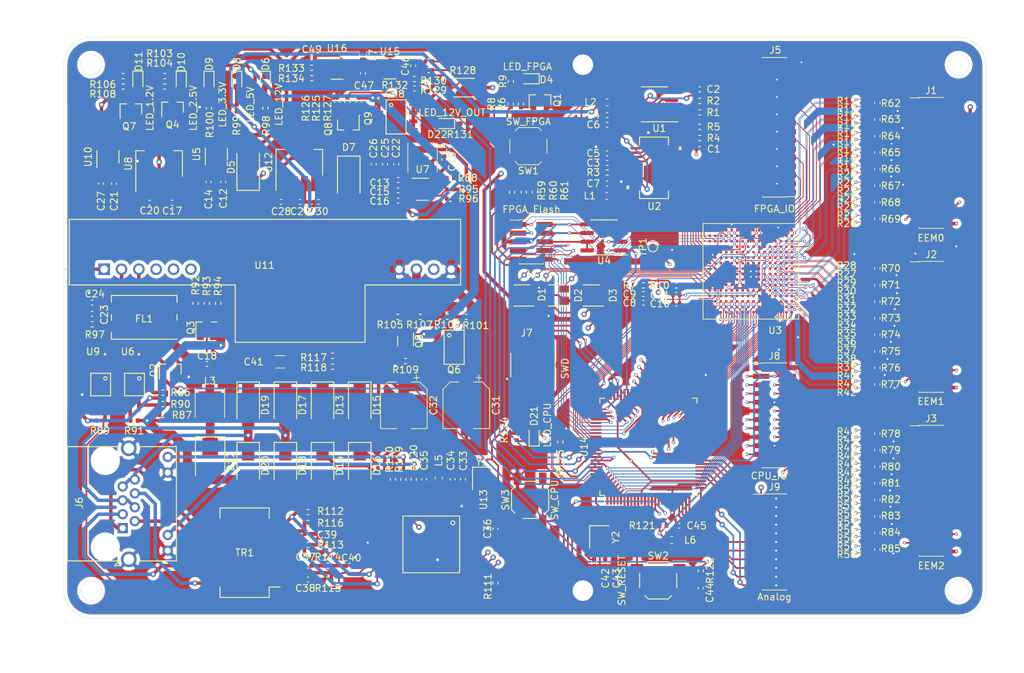
<source format=kicad_pcb>
(kicad_pcb (version 20171130) (host pcbnew 5.1.10-88a1d61d58~88~ubuntu20.04.1)

  (general
    (thickness 1.6)
    (drawings 20)
    (tracks 3581)
    (zones 0)
    (modules 254)
    (nets 306)
  )

  (page A4)
  (layers
    (0 F.Cu signal)
    (1 In1.Cu signal)
    (2 In2.Cu power)
    (31 B.Cu signal)
    (32 B.Adhes user)
    (33 F.Adhes user)
    (34 B.Paste user)
    (35 F.Paste user)
    (36 B.SilkS user)
    (37 F.SilkS user)
    (38 B.Mask user)
    (39 F.Mask user)
    (40 Dwgs.User user)
    (41 Cmts.User user)
    (42 Eco1.User user)
    (43 Eco2.User user)
    (44 Edge.Cuts user)
    (45 Margin user)
    (46 B.CrtYd user)
    (47 F.CrtYd user)
    (48 B.Fab user)
    (49 F.Fab user)
  )

  (setup
    (last_trace_width 0.508)
    (user_trace_width 0.0889)
    (user_trace_width 0.1016)
    (user_trace_width 0.127)
    (user_trace_width 0.254)
    (user_trace_width 0.508)
    (user_trace_width 0.762)
    (user_trace_width 1.016)
    (user_trace_width 1.27)
    (trace_clearance 0.0889)
    (zone_clearance 0.508)
    (zone_45_only no)
    (trace_min 0.0889)
    (via_size 0.8)
    (via_drill 0.4)
    (via_min_size 0.4)
    (via_min_drill 0.2)
    (user_via 0.4 0.2)
    (user_via 0.45 0.25)
    (user_via 0.5 0.3)
    (user_via 4.199999 4)
    (uvia_size 0.3)
    (uvia_drill 0.1)
    (uvias_allowed no)
    (uvia_min_size 0.2)
    (uvia_min_drill 0.1)
    (edge_width 0.05)
    (segment_width 0.127)
    (pcb_text_width 0.3)
    (pcb_text_size 1.5 1.5)
    (mod_edge_width 0.1524)
    (mod_text_size 1.016 1.016)
    (mod_text_width 0.1524)
    (pad_size 1.524 1.524)
    (pad_drill 0.762)
    (pad_to_mask_clearance 0)
    (solder_mask_min_width 0.00254)
    (aux_axis_origin 0 0)
    (grid_origin 210 57)
    (visible_elements FFFFFF7F)
    (pcbplotparams
      (layerselection 0x010fc_ffffffff)
      (usegerberextensions false)
      (usegerberattributes true)
      (usegerberadvancedattributes true)
      (creategerberjobfile true)
      (excludeedgelayer true)
      (linewidth 0.100000)
      (plotframeref false)
      (viasonmask false)
      (mode 1)
      (useauxorigin false)
      (hpglpennumber 1)
      (hpglpenspeed 20)
      (hpglpendiameter 15.000000)
      (psnegative false)
      (psa4output false)
      (plotreference true)
      (plotvalue true)
      (plotinvisibletext false)
      (padsonsilk false)
      (subtractmaskfromsilk false)
      (outputformat 1)
      (mirror false)
      (drillshape 1)
      (scaleselection 1)
      (outputdirectory ""))
  )

  (net 0 "")
  (net 1 "Net-(C1-Pad1)")
  (net 2 GND)
  (net 3 "Net-(C2-Pad1)")
  (net 4 /HighSpeedADC/+5VA)
  (net 5 /FPGA/GNDPLL0)
  (net 6 /FPGA/VCCPLL0)
  (net 7 /FPGA/GNDPLL1)
  (net 8 /FPGA/VCCPLL1)
  (net 9 +12V_OUT)
  (net 10 /CurrentSenser/12V_CURRENT)
  (net 11 /Power/+6V5)
  (net 12 +12V)
  (net 13 +3V3)
  (net 14 "Net-(C24-Pad1)")
  (net 15 +2V5)
  (net 16 +1V2)
  (net 17 +5V)
  (net 18 "Net-(C38-Pad1)")
  (net 19 "Net-(C40-Pad1)")
  (net 20 "Net-(C41-Pad1)")
  (net 21 /Ethernet/+3V3A)
  (net 22 "Net-(C44-Pad2)")
  (net 23 "Net-(C46-Pad1)")
  (net 24 /MCU/+3V3A)
  (net 25 +3V3MP)
  (net 26 "Net-(D4-Pad2)")
  (net 27 "Net-(D4-Pad1)")
  (net 28 "Net-(D9-Pad2)")
  (net 29 "Net-(D10-Pad2)")
  (net 30 "Net-(D11-Pad2)")
  (net 31 "Net-(D13-Pad2)")
  (net 32 /Ethernet/POE_VC-)
  (net 33 /Ethernet/POE_VC+)
  (net 34 "Net-(D15-Pad2)")
  (net 35 "Net-(D17-Pad2)")
  (net 36 "Net-(D19-Pad2)")
  (net 37 "Net-(D21-Pad2)")
  (net 38 /FPGA_IO1)
  (net 39 /FPGA_IO3)
  (net 40 /FPGA_IO5)
  (net 41 /FPGA_IO7)
  (net 42 /FPGA_IO9)
  (net 43 /FPGA_IO11)
  (net 44 /FPGA_IO13)
  (net 45 /FPGA_IO15)
  (net 46 /FPGA_IO14)
  (net 47 /FPGA_IO12)
  (net 48 /FPGA_IO10)
  (net 49 /FPGA_IO8)
  (net 50 /FPGA_IO6)
  (net 51 /FPGA_IO4)
  (net 52 /FPGA_IO2)
  (net 53 /FPGA_IO0)
  (net 54 /MCU/CPU_SWCLK)
  (net 55 /MCU/CPU_SWDIO)
  (net 56 /MCU/CPU_UART4_TX)
  (net 57 /MCU/CPU_UART4_RX)
  (net 58 /MCU/CPU_PWM_CH1)
  (net 59 /MCU/CPU_PWM_CH2)
  (net 60 /MCU/CPU_PWM_CH3)
  (net 61 /MCU/CPU_PWM_CH4)
  (net 62 /MCU/CPU_IIC2_SDA)
  (net 63 /MCU/CPU_IIC2_SCL)
  (net 64 /MCU/CPU_UART1_RX)
  (net 65 /MCU/CPU_UART1_TX)
  (net 66 /MCU/CPU_SPI2_MOSI)
  (net 67 /MCU/CPU_SPI2_MISO)
  (net 68 /MCU/CPU_SPI2_SCK)
  (net 69 /MCU/CPU_SPI2_CS)
  (net 70 /MCU/CPU_DAC1)
  (net 71 /MCU/CPU_DAC0)
  (net 72 /MCU/CPU_ADC7)
  (net 73 /MCU/CPU_ADC6)
  (net 74 /MCU/CPU_ADC5)
  (net 75 /MCU/CPU_ADC4)
  (net 76 /MCU/CPU_ADC3)
  (net 77 /MCU/CPU_ADC2)
  (net 78 /MCU/CPU_ADC1)
  (net 79 /MCU/CPU_ADC0)
  (net 80 /CurrentSenser/12V_SW)
  (net 81 "Net-(Q1-Pad1)")
  (net 82 "Net-(Q2-Pad3)")
  (net 83 /MCU/CPU_RESET)
  (net 84 "Net-(Q7-Pad1)")
  (net 85 "Net-(R1-Pad1)")
  (net 86 "Net-(R2-Pad1)")
  (net 87 "Net-(R4-Pad1)")
  (net 88 "Net-(R5-Pad2)")
  (net 89 /MCU/CPU_POE_AT_EVENT)
  (net 90 /MCU/CPU_POE_SRC_STATUS)
  (net 91 /Ethernet/RJ45_LED_G)
  (net 92 /Ethernet/RJ45_LED_Y)
  (net 93 "Net-(TP1-Pad1)")
  (net 94 "Net-(C3-Pad1)")
  (net 95 /CurrentSenser/+3V3A)
  (net 96 /EEM0_IIC_SCL)
  (net 97 /EEM0_IIC_SDA)
  (net 98 /EEM1_IIC_SCL)
  (net 99 /EEM1_IIC_SDA)
  (net 100 /EEM2_IIC_SCL)
  (net 101 /EEM2_IIC_SDA)
  (net 102 /EEM0_7_N)
  (net 103 /EEM0_6_P)
  (net 104 /EEM0_5_N)
  (net 105 /EEM0_4_P)
  (net 106 /EEM0_3_N)
  (net 107 /EEM0_2_P)
  (net 108 /EEM0_1_N)
  (net 109 /EEM0_0_P)
  (net 110 /EEM0_7_P)
  (net 111 /EEM0_6_N)
  (net 112 /EEM0_5_P)
  (net 113 /EEM0_4_N)
  (net 114 /EEM0_3_P)
  (net 115 /EEM0_2_N)
  (net 116 /EEM0_1_P)
  (net 117 /EEM0_0_N)
  (net 118 /EEM1_7_N)
  (net 119 /EEM1_6_P)
  (net 120 /EEM1_5_N)
  (net 121 /EEM1_4_P)
  (net 122 /EEM1_3_N)
  (net 123 /EEM1_2_P)
  (net 124 /EEM1_1_N)
  (net 125 /EEM1_0_P)
  (net 126 /EEM1_7_P)
  (net 127 /EEM1_6_N)
  (net 128 /EEM1_5_P)
  (net 129 /EEM1_4_N)
  (net 130 /EEM1_3_P)
  (net 131 /EEM1_2_N)
  (net 132 /EEM1_1_P)
  (net 133 /EEM1_0_N)
  (net 134 /EEM2_7_N)
  (net 135 /EEM2_6_P)
  (net 136 /EEM2_5_N)
  (net 137 /EEM2_4_P)
  (net 138 /EEM2_3_N)
  (net 139 /EEM2_2_P)
  (net 140 /EEM2_1_N)
  (net 141 /EEM2_0_P)
  (net 142 /EEM2_7_P)
  (net 143 /EEM2_6_N)
  (net 144 /EEM2_5_P)
  (net 145 /EEM2_4_N)
  (net 146 /EEM2_3_P)
  (net 147 /EEM2_2_N)
  (net 148 /EEM2_1_P)
  (net 149 /EEM2_0_N)
  (net 150 /CDONE)
  (net 151 /CRESET)
  (net 152 /SPI_CS)
  (net 153 /ENC_INT)
  (net 154 /ADC_D0)
  (net 155 /ADC_D1)
  (net 156 /ADC_D2)
  (net 157 /ADC_D3)
  (net 158 /ADC_D4)
  (net 159 /ADC_D5)
  (net 160 /ADC_D6)
  (net 161 /ADC_D7)
  (net 162 /ADC_CLK)
  (net 163 /FSMC_CLK)
  (net 164 /FSMC_D15)
  (net 165 /FSMC_D9)
  (net 166 /FSMC_D10)
  (net 167 /FSMC_D0)
  (net 168 /FSMC_A7)
  (net 169 /FSMC_NL)
  (net 170 /FSMC_NBL0)
  (net 171 /FSMC_D6)
  (net 172 /FSMC_D7)
  (net 173 /FSMC_D5)
  (net 174 /FSMC_D1)
  (net 175 /FSMC_A3)
  (net 176 /FSMC_A1)
  (net 177 /FSMC_NWAIT)
  (net 178 /FSMC_NOE)
  (net 179 /FSMC_D12)
  (net 180 /FSMC_D8)
  (net 181 /FSMC_D3)
  (net 182 /FSMC_A4)
  (net 183 /FSMC_A6)
  (net 184 /FSMC_A0)
  (net 185 /FSMC_NBL1)
  (net 186 /FSMC_D14)
  (net 187 /FSMC_D11)
  (net 188 /FSMC_D4)
  (net 189 /FSMC_A2)
  (net 190 /FSMC_D13)
  (net 191 /FSMC_D2)
  (net 192 /FSMC_A5)
  (net 193 /FSMC_NE1)
  (net 194 /FSMC_NWE)
  (net 195 /CSBSEL0)
  (net 196 /SPI_MOSI)
  (net 197 /SPI_MISO)
  (net 198 /CSBSEL1)
  (net 199 /SPI_SCK)
  (net 200 /SPI_ENC_CS)
  (net 201 "Net-(C5-Pad2)")
  (net 202 "Net-(C7-Pad2)")
  (net 203 "Net-(C18-Pad2)")
  (net 204 "Net-(C18-Pad1)")
  (net 205 "Net-(C19-Pad2)")
  (net 206 "Net-(C19-Pad1)")
  (net 207 "Net-(C23-Pad2)")
  (net 208 "Net-(C31-Pad1)")
  (net 209 "Net-(C33-Pad1)")
  (net 210 "Net-(C34-Pad1)")
  (net 211 "Net-(C36-Pad2)")
  (net 212 "Net-(C37-Pad2)")
  (net 213 "Net-(C37-Pad1)")
  (net 214 "Net-(C38-Pad2)")
  (net 215 "Net-(C39-Pad1)")
  (net 216 "Net-(C42-Pad1)")
  (net 217 "Net-(C43-Pad1)")
  (net 218 "Net-(D6-Pad2)")
  (net 219 "Net-(D8-Pad2)")
  (net 220 "Net-(D10-Pad1)")
  (net 221 "Net-(D11-Pad1)")
  (net 222 "Net-(D21-Pad1)")
  (net 223 "Net-(D22-Pad1)")
  (net 224 "Net-(Q3-Pad1)")
  (net 225 "Net-(Q4-Pad1)")
  (net 226 "Net-(Q5-Pad6)")
  (net 227 "Net-(Q5-Pad2)")
  (net 228 "Net-(Q5-Pad3)")
  (net 229 "Net-(Q8-Pad3)")
  (net 230 "Net-(Q8-Pad1)")
  (net 231 "Net-(R87-Pad1)")
  (net 232 "Net-(R132-Pad2)")
  (net 233 "Net-(U11-Pad3)")
  (net 234 "Net-(U15-Pad3)")
  (net 235 "Net-(C46-Pad2)")
  (net 236 "Net-(D22-Pad2)")
  (net 237 HSADC_IN)
  (net 238 "Net-(J6-Pad12)")
  (net 239 "Net-(J6-Pad10)")
  (net 240 "Net-(J6-Pad6)")
  (net 241 "Net-(J6-Pad2)")
  (net 242 "Net-(J6-Pad3)")
  (net 243 "Net-(J6-Pad1)")
  (net 244 "Net-(R86-Pad2)")
  (net 245 "Net-(R88-Pad1)")
  (net 246 "Net-(R95-Pad1)")
  (net 247 "Net-(R97-Pad2)")
  (net 248 "Net-(R110-Pad1)")
  (net 249 "Net-(R112-Pad1)")
  (net 250 "Net-(R113-Pad2)")
  (net 251 "Net-(R123-Pad1)")
  (net 252 "Net-(R133-Pad2)")
  (net 253 "Net-(SW3-Pad2)")
  (net 254 /FPGA/LVDS0_0_P)
  (net 255 /FPGA/LVDS0_0_N)
  (net 256 /FPGA/LVDS0_1_P)
  (net 257 /FPGA/LVDS0_1_N)
  (net 258 /FPGA/LVDS0_2_P)
  (net 259 /FPGA/LVDS0_2_N)
  (net 260 /FPGA/LVDS0_3_P)
  (net 261 /FPGA/LVDS0_3_N)
  (net 262 /FPGA/LVDS0_4_P)
  (net 263 /FPGA/LVDS0_4_N)
  (net 264 /FPGA/LVDS0_5_P)
  (net 265 /FPGA/LVDS0_5_N)
  (net 266 /FPGA/LVDS0_6_P)
  (net 267 /FPGA/LVDS0_6_N)
  (net 268 /FPGA/LVDS0_7_P)
  (net 269 /FPGA/LVDS0_7_N)
  (net 270 /FPGA/LVDS1_0_P)
  (net 271 /FPGA/LVDS1_0_N)
  (net 272 /FPGA/LVDS1_1_P)
  (net 273 /FPGA/LVDS1_1_N)
  (net 274 /FPGA/LVDS1_2_P)
  (net 275 /FPGA/LVDS1_2_N)
  (net 276 /FPGA/LVDS1_3_P)
  (net 277 /FPGA/LVDS1_3_N)
  (net 278 /FPGA/LVDS1_4_P)
  (net 279 /FPGA/LVDS1_4_N)
  (net 280 /FPGA/LVDS1_5_P)
  (net 281 /FPGA/LVDS1_5_N)
  (net 282 /FPGA/LVDS1_6_P)
  (net 283 /FPGA/LVDS1_6_N)
  (net 284 /FPGA/LVDS1_7_P)
  (net 285 /FPGA/LVDS1_7_N)
  (net 286 /FPGA/LVDS2_0_P)
  (net 287 /FPGA/LVDS2_0_N)
  (net 288 /FPGA/LVDS2_1_P)
  (net 289 /FPGA/LVDS2_1_N)
  (net 290 /FPGA/LVDS2_2_P)
  (net 291 /FPGA/LVDS2_2_N)
  (net 292 /FPGA/LVDS2_3_P)
  (net 293 /FPGA/LVDS2_3_N)
  (net 294 /FPGA/LVDS2_4_P)
  (net 295 /FPGA/LVDS2_4_N)
  (net 296 /FPGA/LVDS2_5_P)
  (net 297 /FPGA/LVDS2_5_N)
  (net 298 /FPGA/LVDS2_6_P)
  (net 299 /FPGA/LVDS2_6_N)
  (net 300 /FPGA/LVDS2_7_P)
  (net 301 /FPGA/LVDS2_7_N)
  (net 302 /FPGA/FPGA_LED)
  (net 303 /FPGA/FPGA_KEY)
  (net 304 /IIC_SCL)
  (net 305 /IIC_SDA)

  (net_class Default "This is the default net class."
    (clearance 0.0889)
    (trace_width 0.25)
    (via_dia 0.8)
    (via_drill 0.4)
    (uvia_dia 0.3)
    (uvia_drill 0.1)
    (diff_pair_width 0.0889)
    (diff_pair_gap 0.1016)
    (add_net +12V)
    (add_net +12V_OUT)
    (add_net +1V2)
    (add_net +2V5)
    (add_net +3V3)
    (add_net +3V3MP)
    (add_net +5V)
    (add_net /ADC_CLK)
    (add_net /ADC_D0)
    (add_net /ADC_D1)
    (add_net /ADC_D2)
    (add_net /ADC_D3)
    (add_net /ADC_D4)
    (add_net /ADC_D5)
    (add_net /ADC_D6)
    (add_net /ADC_D7)
    (add_net /CDONE)
    (add_net /CRESET)
    (add_net /CSBSEL0)
    (add_net /CSBSEL1)
    (add_net /CurrentSenser/+3V3A)
    (add_net /CurrentSenser/12V_CURRENT)
    (add_net /CurrentSenser/12V_SW)
    (add_net /EEM0_0_N)
    (add_net /EEM0_0_P)
    (add_net /EEM0_1_N)
    (add_net /EEM0_1_P)
    (add_net /EEM0_2_N)
    (add_net /EEM0_2_P)
    (add_net /EEM0_3_N)
    (add_net /EEM0_3_P)
    (add_net /EEM0_4_N)
    (add_net /EEM0_4_P)
    (add_net /EEM0_5_N)
    (add_net /EEM0_5_P)
    (add_net /EEM0_6_N)
    (add_net /EEM0_6_P)
    (add_net /EEM0_7_N)
    (add_net /EEM0_7_P)
    (add_net /EEM0_IIC_SCL)
    (add_net /EEM0_IIC_SDA)
    (add_net /EEM1_0_N)
    (add_net /EEM1_0_P)
    (add_net /EEM1_1_N)
    (add_net /EEM1_1_P)
    (add_net /EEM1_2_N)
    (add_net /EEM1_2_P)
    (add_net /EEM1_3_N)
    (add_net /EEM1_3_P)
    (add_net /EEM1_4_N)
    (add_net /EEM1_4_P)
    (add_net /EEM1_5_N)
    (add_net /EEM1_5_P)
    (add_net /EEM1_6_N)
    (add_net /EEM1_6_P)
    (add_net /EEM1_7_N)
    (add_net /EEM1_7_P)
    (add_net /EEM1_IIC_SCL)
    (add_net /EEM1_IIC_SDA)
    (add_net /EEM2_0_N)
    (add_net /EEM2_0_P)
    (add_net /EEM2_1_N)
    (add_net /EEM2_1_P)
    (add_net /EEM2_2_N)
    (add_net /EEM2_2_P)
    (add_net /EEM2_3_N)
    (add_net /EEM2_3_P)
    (add_net /EEM2_4_N)
    (add_net /EEM2_4_P)
    (add_net /EEM2_5_N)
    (add_net /EEM2_5_P)
    (add_net /EEM2_6_N)
    (add_net /EEM2_6_P)
    (add_net /EEM2_7_N)
    (add_net /EEM2_7_P)
    (add_net /EEM2_IIC_SCL)
    (add_net /EEM2_IIC_SDA)
    (add_net /ENC_INT)
    (add_net /Ethernet/+3V3A)
    (add_net /Ethernet/POE_VC+)
    (add_net /Ethernet/POE_VC-)
    (add_net /Ethernet/RJ45_LED_G)
    (add_net /Ethernet/RJ45_LED_Y)
    (add_net /FPGA/FPGA_KEY)
    (add_net /FPGA/FPGA_LED)
    (add_net /FPGA/GNDPLL0)
    (add_net /FPGA/GNDPLL1)
    (add_net /FPGA/LVDS0_0_N)
    (add_net /FPGA/LVDS0_0_P)
    (add_net /FPGA/LVDS0_1_N)
    (add_net /FPGA/LVDS0_1_P)
    (add_net /FPGA/LVDS0_2_N)
    (add_net /FPGA/LVDS0_2_P)
    (add_net /FPGA/LVDS0_3_N)
    (add_net /FPGA/LVDS0_3_P)
    (add_net /FPGA/LVDS0_4_N)
    (add_net /FPGA/LVDS0_4_P)
    (add_net /FPGA/LVDS0_5_N)
    (add_net /FPGA/LVDS0_5_P)
    (add_net /FPGA/LVDS0_6_N)
    (add_net /FPGA/LVDS0_6_P)
    (add_net /FPGA/LVDS0_7_N)
    (add_net /FPGA/LVDS0_7_P)
    (add_net /FPGA/LVDS1_0_N)
    (add_net /FPGA/LVDS1_0_P)
    (add_net /FPGA/LVDS1_1_N)
    (add_net /FPGA/LVDS1_1_P)
    (add_net /FPGA/LVDS1_2_N)
    (add_net /FPGA/LVDS1_2_P)
    (add_net /FPGA/LVDS1_3_N)
    (add_net /FPGA/LVDS1_3_P)
    (add_net /FPGA/LVDS1_4_N)
    (add_net /FPGA/LVDS1_4_P)
    (add_net /FPGA/LVDS1_5_N)
    (add_net /FPGA/LVDS1_5_P)
    (add_net /FPGA/LVDS1_6_N)
    (add_net /FPGA/LVDS1_6_P)
    (add_net /FPGA/LVDS1_7_N)
    (add_net /FPGA/LVDS1_7_P)
    (add_net /FPGA/LVDS2_0_N)
    (add_net /FPGA/LVDS2_0_P)
    (add_net /FPGA/LVDS2_1_N)
    (add_net /FPGA/LVDS2_1_P)
    (add_net /FPGA/LVDS2_2_N)
    (add_net /FPGA/LVDS2_2_P)
    (add_net /FPGA/LVDS2_3_N)
    (add_net /FPGA/LVDS2_3_P)
    (add_net /FPGA/LVDS2_4_N)
    (add_net /FPGA/LVDS2_4_P)
    (add_net /FPGA/LVDS2_5_N)
    (add_net /FPGA/LVDS2_5_P)
    (add_net /FPGA/LVDS2_6_N)
    (add_net /FPGA/LVDS2_6_P)
    (add_net /FPGA/LVDS2_7_N)
    (add_net /FPGA/LVDS2_7_P)
    (add_net /FPGA/VCCPLL0)
    (add_net /FPGA/VCCPLL1)
    (add_net /FPGA_IO0)
    (add_net /FPGA_IO1)
    (add_net /FPGA_IO10)
    (add_net /FPGA_IO11)
    (add_net /FPGA_IO12)
    (add_net /FPGA_IO13)
    (add_net /FPGA_IO14)
    (add_net /FPGA_IO15)
    (add_net /FPGA_IO2)
    (add_net /FPGA_IO3)
    (add_net /FPGA_IO4)
    (add_net /FPGA_IO5)
    (add_net /FPGA_IO6)
    (add_net /FPGA_IO7)
    (add_net /FPGA_IO8)
    (add_net /FPGA_IO9)
    (add_net /FSMC_A0)
    (add_net /FSMC_A1)
    (add_net /FSMC_A2)
    (add_net /FSMC_A3)
    (add_net /FSMC_A4)
    (add_net /FSMC_A5)
    (add_net /FSMC_A6)
    (add_net /FSMC_A7)
    (add_net /FSMC_CLK)
    (add_net /FSMC_D0)
    (add_net /FSMC_D1)
    (add_net /FSMC_D10)
    (add_net /FSMC_D11)
    (add_net /FSMC_D12)
    (add_net /FSMC_D13)
    (add_net /FSMC_D14)
    (add_net /FSMC_D15)
    (add_net /FSMC_D2)
    (add_net /FSMC_D3)
    (add_net /FSMC_D4)
    (add_net /FSMC_D5)
    (add_net /FSMC_D6)
    (add_net /FSMC_D7)
    (add_net /FSMC_D8)
    (add_net /FSMC_D9)
    (add_net /FSMC_NBL0)
    (add_net /FSMC_NBL1)
    (add_net /FSMC_NE1)
    (add_net /FSMC_NL)
    (add_net /FSMC_NOE)
    (add_net /FSMC_NWAIT)
    (add_net /FSMC_NWE)
    (add_net /HighSpeedADC/+5VA)
    (add_net /IIC_SCL)
    (add_net /IIC_SDA)
    (add_net /MCU/+3V3A)
    (add_net /MCU/CPU_ADC0)
    (add_net /MCU/CPU_ADC1)
    (add_net /MCU/CPU_ADC2)
    (add_net /MCU/CPU_ADC3)
    (add_net /MCU/CPU_ADC4)
    (add_net /MCU/CPU_ADC5)
    (add_net /MCU/CPU_ADC6)
    (add_net /MCU/CPU_ADC7)
    (add_net /MCU/CPU_DAC0)
    (add_net /MCU/CPU_DAC1)
    (add_net /MCU/CPU_IIC2_SCL)
    (add_net /MCU/CPU_IIC2_SDA)
    (add_net /MCU/CPU_POE_AT_EVENT)
    (add_net /MCU/CPU_POE_SRC_STATUS)
    (add_net /MCU/CPU_PWM_CH1)
    (add_net /MCU/CPU_PWM_CH2)
    (add_net /MCU/CPU_PWM_CH3)
    (add_net /MCU/CPU_PWM_CH4)
    (add_net /MCU/CPU_RESET)
    (add_net /MCU/CPU_SPI2_CS)
    (add_net /MCU/CPU_SPI2_MISO)
    (add_net /MCU/CPU_SPI2_MOSI)
    (add_net /MCU/CPU_SPI2_SCK)
    (add_net /MCU/CPU_SWCLK)
    (add_net /MCU/CPU_SWDIO)
    (add_net /MCU/CPU_UART1_RX)
    (add_net /MCU/CPU_UART1_TX)
    (add_net /MCU/CPU_UART4_RX)
    (add_net /MCU/CPU_UART4_TX)
    (add_net /Power/+6V5)
    (add_net /SPI_CS)
    (add_net /SPI_ENC_CS)
    (add_net /SPI_MISO)
    (add_net /SPI_MOSI)
    (add_net /SPI_SCK)
    (add_net GND)
    (add_net HSADC_IN)
    (add_net "Net-(C1-Pad1)")
    (add_net "Net-(C18-Pad1)")
    (add_net "Net-(C18-Pad2)")
    (add_net "Net-(C19-Pad1)")
    (add_net "Net-(C19-Pad2)")
    (add_net "Net-(C2-Pad1)")
    (add_net "Net-(C23-Pad2)")
    (add_net "Net-(C24-Pad1)")
    (add_net "Net-(C3-Pad1)")
    (add_net "Net-(C31-Pad1)")
    (add_net "Net-(C33-Pad1)")
    (add_net "Net-(C34-Pad1)")
    (add_net "Net-(C36-Pad2)")
    (add_net "Net-(C37-Pad1)")
    (add_net "Net-(C37-Pad2)")
    (add_net "Net-(C38-Pad1)")
    (add_net "Net-(C38-Pad2)")
    (add_net "Net-(C39-Pad1)")
    (add_net "Net-(C40-Pad1)")
    (add_net "Net-(C41-Pad1)")
    (add_net "Net-(C42-Pad1)")
    (add_net "Net-(C43-Pad1)")
    (add_net "Net-(C44-Pad2)")
    (add_net "Net-(C46-Pad1)")
    (add_net "Net-(C46-Pad2)")
    (add_net "Net-(C5-Pad2)")
    (add_net "Net-(C7-Pad2)")
    (add_net "Net-(D10-Pad1)")
    (add_net "Net-(D10-Pad2)")
    (add_net "Net-(D11-Pad1)")
    (add_net "Net-(D11-Pad2)")
    (add_net "Net-(D13-Pad2)")
    (add_net "Net-(D15-Pad2)")
    (add_net "Net-(D17-Pad2)")
    (add_net "Net-(D19-Pad2)")
    (add_net "Net-(D21-Pad1)")
    (add_net "Net-(D21-Pad2)")
    (add_net "Net-(D22-Pad1)")
    (add_net "Net-(D22-Pad2)")
    (add_net "Net-(D4-Pad1)")
    (add_net "Net-(D4-Pad2)")
    (add_net "Net-(D6-Pad2)")
    (add_net "Net-(D8-Pad2)")
    (add_net "Net-(D9-Pad2)")
    (add_net "Net-(J6-Pad1)")
    (add_net "Net-(J6-Pad10)")
    (add_net "Net-(J6-Pad12)")
    (add_net "Net-(J6-Pad2)")
    (add_net "Net-(J6-Pad3)")
    (add_net "Net-(J6-Pad6)")
    (add_net "Net-(Q1-Pad1)")
    (add_net "Net-(Q2-Pad3)")
    (add_net "Net-(Q3-Pad1)")
    (add_net "Net-(Q4-Pad1)")
    (add_net "Net-(Q5-Pad2)")
    (add_net "Net-(Q5-Pad3)")
    (add_net "Net-(Q5-Pad6)")
    (add_net "Net-(Q7-Pad1)")
    (add_net "Net-(Q8-Pad1)")
    (add_net "Net-(Q8-Pad3)")
    (add_net "Net-(R1-Pad1)")
    (add_net "Net-(R110-Pad1)")
    (add_net "Net-(R112-Pad1)")
    (add_net "Net-(R113-Pad2)")
    (add_net "Net-(R123-Pad1)")
    (add_net "Net-(R132-Pad2)")
    (add_net "Net-(R133-Pad2)")
    (add_net "Net-(R2-Pad1)")
    (add_net "Net-(R4-Pad1)")
    (add_net "Net-(R5-Pad2)")
    (add_net "Net-(R86-Pad2)")
    (add_net "Net-(R87-Pad1)")
    (add_net "Net-(R88-Pad1)")
    (add_net "Net-(R95-Pad1)")
    (add_net "Net-(R97-Pad2)")
    (add_net "Net-(SW3-Pad2)")
    (add_net "Net-(TP1-Pad1)")
    (add_net "Net-(U11-Pad3)")
    (add_net "Net-(U15-Pad3)")
  )

  (module Inductor_SMD:L_Coilcraft_XxL4040 (layer F.Cu) (tedit 5A44C862) (tstamp 60D14314)
    (at 131.53 70.6 90)
    (descr "L_Coilcraft_XxL4040 https://www.coilcraft.com/pdfs/xal4000.pdf")
    (tags "L Coilcraft XxL4040")
    (path /60C2FE2A/60E74209)
    (attr smd)
    (fp_text reference L4 (at 1.4 3.08 90) (layer F.SilkS)
      (effects (font (size 1 1) (thickness 0.15)))
    )
    (fp_text value 3.3uH (at 0 3 90) (layer F.Fab) hide
      (effects (font (size 1 1) (thickness 0.15)))
    )
    (fp_line (start 2.154 2.154) (end -2.154 2.154) (layer F.SilkS) (width 0.12))
    (fp_line (start -2.154 -2.154) (end 2.154 -2.154) (layer F.SilkS) (width 0.12))
    (fp_line (start -2.26 2.26) (end -2.26 -2.26) (layer F.CrtYd) (width 0.05))
    (fp_line (start 2.26 2.26) (end -2.26 2.26) (layer F.CrtYd) (width 0.05))
    (fp_line (start 2.26 -2.26) (end 2.26 2.26) (layer F.CrtYd) (width 0.05))
    (fp_line (start -2.26 -2.26) (end 2.26 -2.26) (layer F.CrtYd) (width 0.05))
    (fp_line (start -2 2) (end -2 -2) (layer F.Fab) (width 0.1))
    (fp_line (start 2 2) (end -2 2) (layer F.Fab) (width 0.1))
    (fp_line (start 2 -2) (end 2 2) (layer F.Fab) (width 0.1))
    (fp_line (start -2 -2) (end 2 -2) (layer F.Fab) (width 0.1))
    (fp_text user %R (at 0 0 90) (layer F.Fab) hide
      (effects (font (size 1 1) (thickness 0.15)))
    )
    (pad 2 smd rect (at 1.185 0 90) (size 0.98 3.4) (layers F.Cu F.Paste F.Mask)
      (net 11 /Power/+6V5))
    (pad 1 smd rect (at -1.185 0 90) (size 0.98 3.4) (layers F.Cu F.Paste F.Mask)
      (net 206 "Net-(C19-Pad1)"))
    (model ${KISYS3DMOD}/Inductor_SMD.3dshapes/L_Coilcraft_XxL4040.wrl
      (at (xyz 0 0 0))
      (scale (xyz 1 1 1))
      (rotate (xyz 0 0 0))
    )
  )

  (module Connector_PinHeader_1.27mm:PinHeader_2x15_P1.27mm_Vertical_SMD (layer F.Cu) (tedit 59FED6E3) (tstamp 60D141B2)
    (at 205.994 119.38)
    (descr "surface-mounted straight pin header, 2x15, 1.27mm pitch, double rows")
    (tags "Surface mounted pin header SMD 2x15 1.27mm double row")
    (path /60CB9D41/61B2D756)
    (attr smd)
    (fp_text reference J3 (at 0 -10.585) (layer F.SilkS)
      (effects (font (size 1 1) (thickness 0.15)))
    )
    (fp_text value EEM2 (at 0.006 10.98) (layer F.SilkS)
      (effects (font (size 1 1) (thickness 0.15)))
    )
    (fp_line (start 1.705 9.525) (end -1.705 9.525) (layer F.Fab) (width 0.1))
    (fp_line (start -1.27 -9.525) (end 1.705 -9.525) (layer F.Fab) (width 0.1))
    (fp_line (start -1.705 9.525) (end -1.705 -9.09) (layer F.Fab) (width 0.1))
    (fp_line (start -1.705 -9.09) (end -1.27 -9.525) (layer F.Fab) (width 0.1))
    (fp_line (start 1.705 -9.525) (end 1.705 9.525) (layer F.Fab) (width 0.1))
    (fp_line (start -1.705 -9.09) (end -2.75 -9.09) (layer F.Fab) (width 0.1))
    (fp_line (start -2.75 -9.09) (end -2.75 -8.69) (layer F.Fab) (width 0.1))
    (fp_line (start -2.75 -8.69) (end -1.705 -8.69) (layer F.Fab) (width 0.1))
    (fp_line (start 1.705 -9.09) (end 2.75 -9.09) (layer F.Fab) (width 0.1))
    (fp_line (start 2.75 -9.09) (end 2.75 -8.69) (layer F.Fab) (width 0.1))
    (fp_line (start 2.75 -8.69) (end 1.705 -8.69) (layer F.Fab) (width 0.1))
    (fp_line (start -1.705 -7.82) (end -2.75 -7.82) (layer F.Fab) (width 0.1))
    (fp_line (start -2.75 -7.82) (end -2.75 -7.42) (layer F.Fab) (width 0.1))
    (fp_line (start -2.75 -7.42) (end -1.705 -7.42) (layer F.Fab) (width 0.1))
    (fp_line (start 1.705 -7.82) (end 2.75 -7.82) (layer F.Fab) (width 0.1))
    (fp_line (start 2.75 -7.82) (end 2.75 -7.42) (layer F.Fab) (width 0.1))
    (fp_line (start 2.75 -7.42) (end 1.705 -7.42) (layer F.Fab) (width 0.1))
    (fp_line (start -1.705 -6.55) (end -2.75 -6.55) (layer F.Fab) (width 0.1))
    (fp_line (start -2.75 -6.55) (end -2.75 -6.15) (layer F.Fab) (width 0.1))
    (fp_line (start -2.75 -6.15) (end -1.705 -6.15) (layer F.Fab) (width 0.1))
    (fp_line (start 1.705 -6.55) (end 2.75 -6.55) (layer F.Fab) (width 0.1))
    (fp_line (start 2.75 -6.55) (end 2.75 -6.15) (layer F.Fab) (width 0.1))
    (fp_line (start 2.75 -6.15) (end 1.705 -6.15) (layer F.Fab) (width 0.1))
    (fp_line (start -1.705 -5.28) (end -2.75 -5.28) (layer F.Fab) (width 0.1))
    (fp_line (start -2.75 -5.28) (end -2.75 -4.88) (layer F.Fab) (width 0.1))
    (fp_line (start -2.75 -4.88) (end -1.705 -4.88) (layer F.Fab) (width 0.1))
    (fp_line (start 1.705 -5.28) (end 2.75 -5.28) (layer F.Fab) (width 0.1))
    (fp_line (start 2.75 -5.28) (end 2.75 -4.88) (layer F.Fab) (width 0.1))
    (fp_line (start 2.75 -4.88) (end 1.705 -4.88) (layer F.Fab) (width 0.1))
    (fp_line (start -1.705 -4.01) (end -2.75 -4.01) (layer F.Fab) (width 0.1))
    (fp_line (start -2.75 -4.01) (end -2.75 -3.61) (layer F.Fab) (width 0.1))
    (fp_line (start -2.75 -3.61) (end -1.705 -3.61) (layer F.Fab) (width 0.1))
    (fp_line (start 1.705 -4.01) (end 2.75 -4.01) (layer F.Fab) (width 0.1))
    (fp_line (start 2.75 -4.01) (end 2.75 -3.61) (layer F.Fab) (width 0.1))
    (fp_line (start 2.75 -3.61) (end 1.705 -3.61) (layer F.Fab) (width 0.1))
    (fp_line (start -1.705 -2.74) (end -2.75 -2.74) (layer F.Fab) (width 0.1))
    (fp_line (start -2.75 -2.74) (end -2.75 -2.34) (layer F.Fab) (width 0.1))
    (fp_line (start -2.75 -2.34) (end -1.705 -2.34) (layer F.Fab) (width 0.1))
    (fp_line (start 1.705 -2.74) (end 2.75 -2.74) (layer F.Fab) (width 0.1))
    (fp_line (start 2.75 -2.74) (end 2.75 -2.34) (layer F.Fab) (width 0.1))
    (fp_line (start 2.75 -2.34) (end 1.705 -2.34) (layer F.Fab) (width 0.1))
    (fp_line (start -1.705 -1.47) (end -2.75 -1.47) (layer F.Fab) (width 0.1))
    (fp_line (start -2.75 -1.47) (end -2.75 -1.07) (layer F.Fab) (width 0.1))
    (fp_line (start -2.75 -1.07) (end -1.705 -1.07) (layer F.Fab) (width 0.1))
    (fp_line (start 1.705 -1.47) (end 2.75 -1.47) (layer F.Fab) (width 0.1))
    (fp_line (start 2.75 -1.47) (end 2.75 -1.07) (layer F.Fab) (width 0.1))
    (fp_line (start 2.75 -1.07) (end 1.705 -1.07) (layer F.Fab) (width 0.1))
    (fp_line (start -1.705 -0.2) (end -2.75 -0.2) (layer F.Fab) (width 0.1))
    (fp_line (start -2.75 -0.2) (end -2.75 0.2) (layer F.Fab) (width 0.1))
    (fp_line (start -2.75 0.2) (end -1.705 0.2) (layer F.Fab) (width 0.1))
    (fp_line (start 1.705 -0.2) (end 2.75 -0.2) (layer F.Fab) (width 0.1))
    (fp_line (start 2.75 -0.2) (end 2.75 0.2) (layer F.Fab) (width 0.1))
    (fp_line (start 2.75 0.2) (end 1.705 0.2) (layer F.Fab) (width 0.1))
    (fp_line (start -1.705 1.07) (end -2.75 1.07) (layer F.Fab) (width 0.1))
    (fp_line (start -2.75 1.07) (end -2.75 1.47) (layer F.Fab) (width 0.1))
    (fp_line (start -2.75 1.47) (end -1.705 1.47) (layer F.Fab) (width 0.1))
    (fp_line (start 1.705 1.07) (end 2.75 1.07) (layer F.Fab) (width 0.1))
    (fp_line (start 2.75 1.07) (end 2.75 1.47) (layer F.Fab) (width 0.1))
    (fp_line (start 2.75 1.47) (end 1.705 1.47) (layer F.Fab) (width 0.1))
    (fp_line (start -1.705 2.34) (end -2.75 2.34) (layer F.Fab) (width 0.1))
    (fp_line (start -2.75 2.34) (end -2.75 2.74) (layer F.Fab) (width 0.1))
    (fp_line (start -2.75 2.74) (end -1.705 2.74) (layer F.Fab) (width 0.1))
    (fp_line (start 1.705 2.34) (end 2.75 2.34) (layer F.Fab) (width 0.1))
    (fp_line (start 2.75 2.34) (end 2.75 2.74) (layer F.Fab) (width 0.1))
    (fp_line (start 2.75 2.74) (end 1.705 2.74) (layer F.Fab) (width 0.1))
    (fp_line (start -1.705 3.61) (end -2.75 3.61) (layer F.Fab) (width 0.1))
    (fp_line (start -2.75 3.61) (end -2.75 4.01) (layer F.Fab) (width 0.1))
    (fp_line (start -2.75 4.01) (end -1.705 4.01) (layer F.Fab) (width 0.1))
    (fp_line (start 1.705 3.61) (end 2.75 3.61) (layer F.Fab) (width 0.1))
    (fp_line (start 2.75 3.61) (end 2.75 4.01) (layer F.Fab) (width 0.1))
    (fp_line (start 2.75 4.01) (end 1.705 4.01) (layer F.Fab) (width 0.1))
    (fp_line (start -1.705 4.88) (end -2.75 4.88) (layer F.Fab) (width 0.1))
    (fp_line (start -2.75 4.88) (end -2.75 5.28) (layer F.Fab) (width 0.1))
    (fp_line (start -2.75 5.28) (end -1.705 5.28) (layer F.Fab) (width 0.1))
    (fp_line (start 1.705 4.88) (end 2.75 4.88) (layer F.Fab) (width 0.1))
    (fp_line (start 2.75 4.88) (end 2.75 5.28) (layer F.Fab) (width 0.1))
    (fp_line (start 2.75 5.28) (end 1.705 5.28) (layer F.Fab) (width 0.1))
    (fp_line (start -1.705 6.15) (end -2.75 6.15) (layer F.Fab) (width 0.1))
    (fp_line (start -2.75 6.15) (end -2.75 6.55) (layer F.Fab) (width 0.1))
    (fp_line (start -2.75 6.55) (end -1.705 6.55) (layer F.Fab) (width 0.1))
    (fp_line (start 1.705 6.15) (end 2.75 6.15) (layer F.Fab) (width 0.1))
    (fp_line (start 2.75 6.15) (end 2.75 6.55) (layer F.Fab) (width 0.1))
    (fp_line (start 2.75 6.55) (end 1.705 6.55) (layer F.Fab) (width 0.1))
    (fp_line (start -1.705 7.42) (end -2.75 7.42) (layer F.Fab) (width 0.1))
    (fp_line (start -2.75 7.42) (end -2.75 7.82) (layer F.Fab) (width 0.1))
    (fp_line (start -2.75 7.82) (end -1.705 7.82) (layer F.Fab) (width 0.1))
    (fp_line (start 1.705 7.42) (end 2.75 7.42) (layer F.Fab) (width 0.1))
    (fp_line (start 2.75 7.42) (end 2.75 7.82) (layer F.Fab) (width 0.1))
    (fp_line (start 2.75 7.82) (end 1.705 7.82) (layer F.Fab) (width 0.1))
    (fp_line (start -1.705 8.69) (end -2.75 8.69) (layer F.Fab) (width 0.1))
    (fp_line (start -2.75 8.69) (end -2.75 9.09) (layer F.Fab) (width 0.1))
    (fp_line (start -2.75 9.09) (end -1.705 9.09) (layer F.Fab) (width 0.1))
    (fp_line (start 1.705 8.69) (end 2.75 8.69) (layer F.Fab) (width 0.1))
    (fp_line (start 2.75 8.69) (end 2.75 9.09) (layer F.Fab) (width 0.1))
    (fp_line (start 2.75 9.09) (end 1.705 9.09) (layer F.Fab) (width 0.1))
    (fp_line (start -1.765 -9.585) (end 1.765 -9.585) (layer F.SilkS) (width 0.12))
    (fp_line (start -1.765 9.585) (end 1.765 9.585) (layer F.SilkS) (width 0.12))
    (fp_line (start -3.09 -9.52) (end -1.765 -9.52) (layer F.SilkS) (width 0.12))
    (fp_line (start -1.765 -9.585) (end -1.765 -9.52) (layer F.SilkS) (width 0.12))
    (fp_line (start 1.765 -9.585) (end 1.765 -9.52) (layer F.SilkS) (width 0.12))
    (fp_line (start -1.765 9.52) (end -1.765 9.585) (layer F.SilkS) (width 0.12))
    (fp_line (start 1.765 9.52) (end 1.765 9.585) (layer F.SilkS) (width 0.12))
    (fp_line (start -4.3 -10.05) (end -4.3 10.05) (layer F.CrtYd) (width 0.05))
    (fp_line (start -4.3 10.05) (end 4.3 10.05) (layer F.CrtYd) (width 0.05))
    (fp_line (start 4.3 10.05) (end 4.3 -10.05) (layer F.CrtYd) (width 0.05))
    (fp_line (start 4.3 -10.05) (end -4.3 -10.05) (layer F.CrtYd) (width 0.05))
    (fp_text user %R (at 0 0 90) (layer F.Fab) hide
      (effects (font (size 1 1) (thickness 0.15)))
    )
    (pad 30 smd rect (at 1.95 8.89) (size 2.4 0.74) (layers F.Cu F.Paste F.Mask)
      (net 25 +3V3MP))
    (pad 29 smd rect (at -1.95 8.89) (size 2.4 0.74) (layers F.Cu F.Paste F.Mask)
      (net 9 +12V_OUT))
    (pad 28 smd rect (at 1.95 7.62) (size 2.4 0.74) (layers F.Cu F.Paste F.Mask)
      (net 9 +12V_OUT))
    (pad 27 smd rect (at -1.95 7.62) (size 2.4 0.74) (layers F.Cu F.Paste F.Mask)
      (net 100 /EEM2_IIC_SCL))
    (pad 26 smd rect (at 1.95 6.35) (size 2.4 0.74) (layers F.Cu F.Paste F.Mask)
      (net 101 /EEM2_IIC_SDA))
    (pad 25 smd rect (at -1.95 6.35) (size 2.4 0.74) (layers F.Cu F.Paste F.Mask)
      (net 2 GND))
    (pad 24 smd rect (at 1.95 5.08) (size 2.4 0.74) (layers F.Cu F.Paste F.Mask)
      (net 134 /EEM2_7_N))
    (pad 23 smd rect (at -1.95 5.08) (size 2.4 0.74) (layers F.Cu F.Paste F.Mask)
      (net 142 /EEM2_7_P))
    (pad 22 smd rect (at 1.95 3.81) (size 2.4 0.74) (layers F.Cu F.Paste F.Mask)
      (net 2 GND))
    (pad 21 smd rect (at -1.95 3.81) (size 2.4 0.74) (layers F.Cu F.Paste F.Mask)
      (net 143 /EEM2_6_N))
    (pad 20 smd rect (at 1.95 2.54) (size 2.4 0.74) (layers F.Cu F.Paste F.Mask)
      (net 135 /EEM2_6_P))
    (pad 19 smd rect (at -1.95 2.54) (size 2.4 0.74) (layers F.Cu F.Paste F.Mask)
      (net 2 GND))
    (pad 18 smd rect (at 1.95 1.27) (size 2.4 0.74) (layers F.Cu F.Paste F.Mask)
      (net 136 /EEM2_5_N))
    (pad 17 smd rect (at -1.95 1.27) (size 2.4 0.74) (layers F.Cu F.Paste F.Mask)
      (net 144 /EEM2_5_P))
    (pad 16 smd rect (at 1.95 0) (size 2.4 0.74) (layers F.Cu F.Paste F.Mask)
      (net 2 GND))
    (pad 15 smd rect (at -1.95 0) (size 2.4 0.74) (layers F.Cu F.Paste F.Mask)
      (net 145 /EEM2_4_N))
    (pad 14 smd rect (at 1.95 -1.27) (size 2.4 0.74) (layers F.Cu F.Paste F.Mask)
      (net 137 /EEM2_4_P))
    (pad 13 smd rect (at -1.95 -1.27) (size 2.4 0.74) (layers F.Cu F.Paste F.Mask)
      (net 2 GND))
    (pad 12 smd rect (at 1.95 -2.54) (size 2.4 0.74) (layers F.Cu F.Paste F.Mask)
      (net 138 /EEM2_3_N))
    (pad 11 smd rect (at -1.95 -2.54) (size 2.4 0.74) (layers F.Cu F.Paste F.Mask)
      (net 146 /EEM2_3_P))
    (pad 10 smd rect (at 1.95 -3.81) (size 2.4 0.74) (layers F.Cu F.Paste F.Mask)
      (net 2 GND))
    (pad 9 smd rect (at -1.95 -3.81) (size 2.4 0.74) (layers F.Cu F.Paste F.Mask)
      (net 147 /EEM2_2_N))
    (pad 8 smd rect (at 1.95 -5.08) (size 2.4 0.74) (layers F.Cu F.Paste F.Mask)
      (net 139 /EEM2_2_P))
    (pad 7 smd rect (at -1.95 -5.08) (size 2.4 0.74) (layers F.Cu F.Paste F.Mask)
      (net 2 GND))
    (pad 6 smd rect (at 1.95 -6.35) (size 2.4 0.74) (layers F.Cu F.Paste F.Mask)
      (net 140 /EEM2_1_N))
    (pad 5 smd rect (at -1.95 -6.35) (size 2.4 0.74) (layers F.Cu F.Paste F.Mask)
      (net 148 /EEM2_1_P))
    (pad 4 smd rect (at 1.95 -7.62) (size 2.4 0.74) (layers F.Cu F.Paste F.Mask)
      (net 2 GND))
    (pad 3 smd rect (at -1.95 -7.62) (size 2.4 0.74) (layers F.Cu F.Paste F.Mask)
      (net 149 /EEM2_0_N))
    (pad 2 smd rect (at 1.95 -8.89) (size 2.4 0.74) (layers F.Cu F.Paste F.Mask)
      (net 141 /EEM2_0_P))
    (pad 1 smd rect (at -1.95 -8.89) (size 2.4 0.74) (layers F.Cu F.Paste F.Mask)
      (net 2 GND))
    (model ${KISYS3DMOD}/Connector_PinHeader_1.27mm.3dshapes/PinHeader_2x15_P1.27mm_Vertical_SMD.wrl
      (at (xyz 0 0 0))
      (scale (xyz 1 1 1))
      (rotate (xyz 0 0 0))
    )
  )

  (module Resistor_SMD:R_0402_1005Metric (layer F.Cu) (tedit 5F68FEEE) (tstamp 60D1482A)
    (at 198.1155 67.448223 90)
    (descr "Resistor SMD 0402 (1005 Metric), square (rectangular) end terminal, IPC_7351 nominal, (Body size source: IPC-SM-782 page 72, https://www.pcb-3d.com/wordpress/wp-content/uploads/ipc-sm-782a_amendment_1_and_2.pdf), generated with kicad-footprint-generator")
    (tags resistor)
    (path /60C0E996/614580E8)
    (attr smd)
    (fp_text reference R64 (at -0.011777 1.9645 180) (layer F.SilkS)
      (effects (font (size 1 1) (thickness 0.15)))
    )
    (fp_text value 100/1% (at 0 1.17 90) (layer F.Fab) hide
      (effects (font (size 1 1) (thickness 0.15)))
    )
    (fp_line (start 0.93 0.47) (end -0.93 0.47) (layer F.CrtYd) (width 0.05))
    (fp_line (start 0.93 -0.47) (end 0.93 0.47) (layer F.CrtYd) (width 0.05))
    (fp_line (start -0.93 -0.47) (end 0.93 -0.47) (layer F.CrtYd) (width 0.05))
    (fp_line (start -0.93 0.47) (end -0.93 -0.47) (layer F.CrtYd) (width 0.05))
    (fp_line (start -0.153641 0.38) (end 0.153641 0.38) (layer F.SilkS) (width 0.12))
    (fp_line (start -0.153641 -0.38) (end 0.153641 -0.38) (layer F.SilkS) (width 0.12))
    (fp_line (start 0.525 0.27) (end -0.525 0.27) (layer F.Fab) (width 0.1))
    (fp_line (start 0.525 -0.27) (end 0.525 0.27) (layer F.Fab) (width 0.1))
    (fp_line (start -0.525 -0.27) (end 0.525 -0.27) (layer F.Fab) (width 0.1))
    (fp_line (start -0.525 0.27) (end -0.525 -0.27) (layer F.Fab) (width 0.1))
    (fp_text user %R (at 0 0 90) (layer F.Fab) hide
      (effects (font (size 0.26 0.26) (thickness 0.04)))
    )
    (pad 2 smd roundrect (at 0.51 0 90) (size 0.54 0.64) (layers F.Cu F.Paste F.Mask) (roundrect_rratio 0.25)
      (net 115 /EEM0_2_N))
    (pad 1 smd roundrect (at -0.51 0 90) (size 0.54 0.64) (layers F.Cu F.Paste F.Mask) (roundrect_rratio 0.25)
      (net 107 /EEM0_2_P))
    (model ${KISYS3DMOD}/Resistor_SMD.3dshapes/R_0402_1005Metric.wrl
      (at (xyz 0 0 0))
      (scale (xyz 1 1 1))
      (rotate (xyz 0 0 0))
    )
  )

  (module Connector_PinHeader_1.27mm:PinHeader_2x15_P1.27mm_Vertical_SMD (layer F.Cu) (tedit 59FED6E3) (tstamp 60D1412C)
    (at 205.994 71.374)
    (descr "surface-mounted straight pin header, 2x15, 1.27mm pitch, double rows")
    (tags "Surface mounted pin header SMD 2x15 1.27mm double row")
    (path /60CB9D41/6182545F)
    (attr smd)
    (fp_text reference J1 (at 0 -10.585) (layer F.SilkS)
      (effects (font (size 1 1) (thickness 0.15)))
    )
    (fp_text value EEM0 (at -0.044 11.006) (layer F.SilkS)
      (effects (font (size 1 1) (thickness 0.15)))
    )
    (fp_line (start 1.705 9.525) (end -1.705 9.525) (layer F.Fab) (width 0.1))
    (fp_line (start -1.27 -9.525) (end 1.705 -9.525) (layer F.Fab) (width 0.1))
    (fp_line (start -1.705 9.525) (end -1.705 -9.09) (layer F.Fab) (width 0.1))
    (fp_line (start -1.705 -9.09) (end -1.27 -9.525) (layer F.Fab) (width 0.1))
    (fp_line (start 1.705 -9.525) (end 1.705 9.525) (layer F.Fab) (width 0.1))
    (fp_line (start -1.705 -9.09) (end -2.75 -9.09) (layer F.Fab) (width 0.1))
    (fp_line (start -2.75 -9.09) (end -2.75 -8.69) (layer F.Fab) (width 0.1))
    (fp_line (start -2.75 -8.69) (end -1.705 -8.69) (layer F.Fab) (width 0.1))
    (fp_line (start 1.705 -9.09) (end 2.75 -9.09) (layer F.Fab) (width 0.1))
    (fp_line (start 2.75 -9.09) (end 2.75 -8.69) (layer F.Fab) (width 0.1))
    (fp_line (start 2.75 -8.69) (end 1.705 -8.69) (layer F.Fab) (width 0.1))
    (fp_line (start -1.705 -7.82) (end -2.75 -7.82) (layer F.Fab) (width 0.1))
    (fp_line (start -2.75 -7.82) (end -2.75 -7.42) (layer F.Fab) (width 0.1))
    (fp_line (start -2.75 -7.42) (end -1.705 -7.42) (layer F.Fab) (width 0.1))
    (fp_line (start 1.705 -7.82) (end 2.75 -7.82) (layer F.Fab) (width 0.1))
    (fp_line (start 2.75 -7.82) (end 2.75 -7.42) (layer F.Fab) (width 0.1))
    (fp_line (start 2.75 -7.42) (end 1.705 -7.42) (layer F.Fab) (width 0.1))
    (fp_line (start -1.705 -6.55) (end -2.75 -6.55) (layer F.Fab) (width 0.1))
    (fp_line (start -2.75 -6.55) (end -2.75 -6.15) (layer F.Fab) (width 0.1))
    (fp_line (start -2.75 -6.15) (end -1.705 -6.15) (layer F.Fab) (width 0.1))
    (fp_line (start 1.705 -6.55) (end 2.75 -6.55) (layer F.Fab) (width 0.1))
    (fp_line (start 2.75 -6.55) (end 2.75 -6.15) (layer F.Fab) (width 0.1))
    (fp_line (start 2.75 -6.15) (end 1.705 -6.15) (layer F.Fab) (width 0.1))
    (fp_line (start -1.705 -5.28) (end -2.75 -5.28) (layer F.Fab) (width 0.1))
    (fp_line (start -2.75 -5.28) (end -2.75 -4.88) (layer F.Fab) (width 0.1))
    (fp_line (start -2.75 -4.88) (end -1.705 -4.88) (layer F.Fab) (width 0.1))
    (fp_line (start 1.705 -5.28) (end 2.75 -5.28) (layer F.Fab) (width 0.1))
    (fp_line (start 2.75 -5.28) (end 2.75 -4.88) (layer F.Fab) (width 0.1))
    (fp_line (start 2.75 -4.88) (end 1.705 -4.88) (layer F.Fab) (width 0.1))
    (fp_line (start -1.705 -4.01) (end -2.75 -4.01) (layer F.Fab) (width 0.1))
    (fp_line (start -2.75 -4.01) (end -2.75 -3.61) (layer F.Fab) (width 0.1))
    (fp_line (start -2.75 -3.61) (end -1.705 -3.61) (layer F.Fab) (width 0.1))
    (fp_line (start 1.705 -4.01) (end 2.75 -4.01) (layer F.Fab) (width 0.1))
    (fp_line (start 2.75 -4.01) (end 2.75 -3.61) (layer F.Fab) (width 0.1))
    (fp_line (start 2.75 -3.61) (end 1.705 -3.61) (layer F.Fab) (width 0.1))
    (fp_line (start -1.705 -2.74) (end -2.75 -2.74) (layer F.Fab) (width 0.1))
    (fp_line (start -2.75 -2.74) (end -2.75 -2.34) (layer F.Fab) (width 0.1))
    (fp_line (start -2.75 -2.34) (end -1.705 -2.34) (layer F.Fab) (width 0.1))
    (fp_line (start 1.705 -2.74) (end 2.75 -2.74) (layer F.Fab) (width 0.1))
    (fp_line (start 2.75 -2.74) (end 2.75 -2.34) (layer F.Fab) (width 0.1))
    (fp_line (start 2.75 -2.34) (end 1.705 -2.34) (layer F.Fab) (width 0.1))
    (fp_line (start -1.705 -1.47) (end -2.75 -1.47) (layer F.Fab) (width 0.1))
    (fp_line (start -2.75 -1.47) (end -2.75 -1.07) (layer F.Fab) (width 0.1))
    (fp_line (start -2.75 -1.07) (end -1.705 -1.07) (layer F.Fab) (width 0.1))
    (fp_line (start 1.705 -1.47) (end 2.75 -1.47) (layer F.Fab) (width 0.1))
    (fp_line (start 2.75 -1.47) (end 2.75 -1.07) (layer F.Fab) (width 0.1))
    (fp_line (start 2.75 -1.07) (end 1.705 -1.07) (layer F.Fab) (width 0.1))
    (fp_line (start -1.705 -0.2) (end -2.75 -0.2) (layer F.Fab) (width 0.1))
    (fp_line (start -2.75 -0.2) (end -2.75 0.2) (layer F.Fab) (width 0.1))
    (fp_line (start -2.75 0.2) (end -1.705 0.2) (layer F.Fab) (width 0.1))
    (fp_line (start 1.705 -0.2) (end 2.75 -0.2) (layer F.Fab) (width 0.1))
    (fp_line (start 2.75 -0.2) (end 2.75 0.2) (layer F.Fab) (width 0.1))
    (fp_line (start 2.75 0.2) (end 1.705 0.2) (layer F.Fab) (width 0.1))
    (fp_line (start -1.705 1.07) (end -2.75 1.07) (layer F.Fab) (width 0.1))
    (fp_line (start -2.75 1.07) (end -2.75 1.47) (layer F.Fab) (width 0.1))
    (fp_line (start -2.75 1.47) (end -1.705 1.47) (layer F.Fab) (width 0.1))
    (fp_line (start 1.705 1.07) (end 2.75 1.07) (layer F.Fab) (width 0.1))
    (fp_line (start 2.75 1.07) (end 2.75 1.47) (layer F.Fab) (width 0.1))
    (fp_line (start 2.75 1.47) (end 1.705 1.47) (layer F.Fab) (width 0.1))
    (fp_line (start -1.705 2.34) (end -2.75 2.34) (layer F.Fab) (width 0.1))
    (fp_line (start -2.75 2.34) (end -2.75 2.74) (layer F.Fab) (width 0.1))
    (fp_line (start -2.75 2.74) (end -1.705 2.74) (layer F.Fab) (width 0.1))
    (fp_line (start 1.705 2.34) (end 2.75 2.34) (layer F.Fab) (width 0.1))
    (fp_line (start 2.75 2.34) (end 2.75 2.74) (layer F.Fab) (width 0.1))
    (fp_line (start 2.75 2.74) (end 1.705 2.74) (layer F.Fab) (width 0.1))
    (fp_line (start -1.705 3.61) (end -2.75 3.61) (layer F.Fab) (width 0.1))
    (fp_line (start -2.75 3.61) (end -2.75 4.01) (layer F.Fab) (width 0.1))
    (fp_line (start -2.75 4.01) (end -1.705 4.01) (layer F.Fab) (width 0.1))
    (fp_line (start 1.705 3.61) (end 2.75 3.61) (layer F.Fab) (width 0.1))
    (fp_line (start 2.75 3.61) (end 2.75 4.01) (layer F.Fab) (width 0.1))
    (fp_line (start 2.75 4.01) (end 1.705 4.01) (layer F.Fab) (width 0.1))
    (fp_line (start -1.705 4.88) (end -2.75 4.88) (layer F.Fab) (width 0.1))
    (fp_line (start -2.75 4.88) (end -2.75 5.28) (layer F.Fab) (width 0.1))
    (fp_line (start -2.75 5.28) (end -1.705 5.28) (layer F.Fab) (width 0.1))
    (fp_line (start 1.705 4.88) (end 2.75 4.88) (layer F.Fab) (width 0.1))
    (fp_line (start 2.75 4.88) (end 2.75 5.28) (layer F.Fab) (width 0.1))
    (fp_line (start 2.75 5.28) (end 1.705 5.28) (layer F.Fab) (width 0.1))
    (fp_line (start -1.705 6.15) (end -2.75 6.15) (layer F.Fab) (width 0.1))
    (fp_line (start -2.75 6.15) (end -2.75 6.55) (layer F.Fab) (width 0.1))
    (fp_line (start -2.75 6.55) (end -1.705 6.55) (layer F.Fab) (width 0.1))
    (fp_line (start 1.705 6.15) (end 2.75 6.15) (layer F.Fab) (width 0.1))
    (fp_line (start 2.75 6.15) (end 2.75 6.55) (layer F.Fab) (width 0.1))
    (fp_line (start 2.75 6.55) (end 1.705 6.55) (layer F.Fab) (width 0.1))
    (fp_line (start -1.705 7.42) (end -2.75 7.42) (layer F.Fab) (width 0.1))
    (fp_line (start -2.75 7.42) (end -2.75 7.82) (layer F.Fab) (width 0.1))
    (fp_line (start -2.75 7.82) (end -1.705 7.82) (layer F.Fab) (width 0.1))
    (fp_line (start 1.705 7.42) (end 2.75 7.42) (layer F.Fab) (width 0.1))
    (fp_line (start 2.75 7.42) (end 2.75 7.82) (layer F.Fab) (width 0.1))
    (fp_line (start 2.75 7.82) (end 1.705 7.82) (layer F.Fab) (width 0.1))
    (fp_line (start -1.705 8.69) (end -2.75 8.69) (layer F.Fab) (width 0.1))
    (fp_line (start -2.75 8.69) (end -2.75 9.09) (layer F.Fab) (width 0.1))
    (fp_line (start -2.75 9.09) (end -1.705 9.09) (layer F.Fab) (width 0.1))
    (fp_line (start 1.705 8.69) (end 2.75 8.69) (layer F.Fab) (width 0.1))
    (fp_line (start 2.75 8.69) (end 2.75 9.09) (layer F.Fab) (width 0.1))
    (fp_line (start 2.75 9.09) (end 1.705 9.09) (layer F.Fab) (width 0.1))
    (fp_line (start -1.765 -9.585) (end 1.765 -9.585) (layer F.SilkS) (width 0.12))
    (fp_line (start -1.765 9.585) (end 1.765 9.585) (layer F.SilkS) (width 0.12))
    (fp_line (start -3.09 -9.52) (end -1.765 -9.52) (layer F.SilkS) (width 0.12))
    (fp_line (start -1.765 -9.585) (end -1.765 -9.52) (layer F.SilkS) (width 0.12))
    (fp_line (start 1.765 -9.585) (end 1.765 -9.52) (layer F.SilkS) (width 0.12))
    (fp_line (start -1.765 9.52) (end -1.765 9.585) (layer F.SilkS) (width 0.12))
    (fp_line (start 1.765 9.52) (end 1.765 9.585) (layer F.SilkS) (width 0.12))
    (fp_line (start -4.3 -10.05) (end -4.3 10.05) (layer F.CrtYd) (width 0.05))
    (fp_line (start -4.3 10.05) (end 4.3 10.05) (layer F.CrtYd) (width 0.05))
    (fp_line (start 4.3 10.05) (end 4.3 -10.05) (layer F.CrtYd) (width 0.05))
    (fp_line (start 4.3 -10.05) (end -4.3 -10.05) (layer F.CrtYd) (width 0.05))
    (fp_text user %R (at 0 0 90) (layer F.Fab) hide
      (effects (font (size 1 1) (thickness 0.15)))
    )
    (pad 30 smd rect (at 1.95 8.89) (size 2.4 0.74) (layers F.Cu F.Paste F.Mask)
      (net 25 +3V3MP))
    (pad 29 smd rect (at -1.95 8.89) (size 2.4 0.74) (layers F.Cu F.Paste F.Mask)
      (net 9 +12V_OUT))
    (pad 28 smd rect (at 1.95 7.62) (size 2.4 0.74) (layers F.Cu F.Paste F.Mask)
      (net 9 +12V_OUT))
    (pad 27 smd rect (at -1.95 7.62) (size 2.4 0.74) (layers F.Cu F.Paste F.Mask)
      (net 96 /EEM0_IIC_SCL))
    (pad 26 smd rect (at 1.95 6.35) (size 2.4 0.74) (layers F.Cu F.Paste F.Mask)
      (net 97 /EEM0_IIC_SDA))
    (pad 25 smd rect (at -1.95 6.35) (size 2.4 0.74) (layers F.Cu F.Paste F.Mask)
      (net 2 GND))
    (pad 24 smd rect (at 1.95 5.08) (size 2.4 0.74) (layers F.Cu F.Paste F.Mask)
      (net 102 /EEM0_7_N))
    (pad 23 smd rect (at -1.95 5.08) (size 2.4 0.74) (layers F.Cu F.Paste F.Mask)
      (net 110 /EEM0_7_P))
    (pad 22 smd rect (at 1.95 3.81) (size 2.4 0.74) (layers F.Cu F.Paste F.Mask)
      (net 2 GND))
    (pad 21 smd rect (at -1.95 3.81) (size 2.4 0.74) (layers F.Cu F.Paste F.Mask)
      (net 111 /EEM0_6_N))
    (pad 20 smd rect (at 1.95 2.54) (size 2.4 0.74) (layers F.Cu F.Paste F.Mask)
      (net 103 /EEM0_6_P))
    (pad 19 smd rect (at -1.95 2.54) (size 2.4 0.74) (layers F.Cu F.Paste F.Mask)
      (net 2 GND))
    (pad 18 smd rect (at 1.95 1.27) (size 2.4 0.74) (layers F.Cu F.Paste F.Mask)
      (net 104 /EEM0_5_N))
    (pad 17 smd rect (at -1.95 1.27) (size 2.4 0.74) (layers F.Cu F.Paste F.Mask)
      (net 112 /EEM0_5_P))
    (pad 16 smd rect (at 1.95 0) (size 2.4 0.74) (layers F.Cu F.Paste F.Mask)
      (net 2 GND))
    (pad 15 smd rect (at -1.95 0) (size 2.4 0.74) (layers F.Cu F.Paste F.Mask)
      (net 113 /EEM0_4_N))
    (pad 14 smd rect (at 1.95 -1.27) (size 2.4 0.74) (layers F.Cu F.Paste F.Mask)
      (net 105 /EEM0_4_P))
    (pad 13 smd rect (at -1.95 -1.27) (size 2.4 0.74) (layers F.Cu F.Paste F.Mask)
      (net 2 GND))
    (pad 12 smd rect (at 1.95 -2.54) (size 2.4 0.74) (layers F.Cu F.Paste F.Mask)
      (net 106 /EEM0_3_N))
    (pad 11 smd rect (at -1.95 -2.54) (size 2.4 0.74) (layers F.Cu F.Paste F.Mask)
      (net 114 /EEM0_3_P))
    (pad 10 smd rect (at 1.95 -3.81) (size 2.4 0.74) (layers F.Cu F.Paste F.Mask)
      (net 2 GND))
    (pad 9 smd rect (at -1.95 -3.81) (size 2.4 0.74) (layers F.Cu F.Paste F.Mask)
      (net 115 /EEM0_2_N))
    (pad 8 smd rect (at 1.95 -5.08) (size 2.4 0.74) (layers F.Cu F.Paste F.Mask)
      (net 107 /EEM0_2_P))
    (pad 7 smd rect (at -1.95 -5.08) (size 2.4 0.74) (layers F.Cu F.Paste F.Mask)
      (net 2 GND))
    (pad 6 smd rect (at 1.95 -6.35) (size 2.4 0.74) (layers F.Cu F.Paste F.Mask)
      (net 108 /EEM0_1_N))
    (pad 5 smd rect (at -1.95 -6.35) (size 2.4 0.74) (layers F.Cu F.Paste F.Mask)
      (net 116 /EEM0_1_P))
    (pad 4 smd rect (at 1.95 -7.62) (size 2.4 0.74) (layers F.Cu F.Paste F.Mask)
      (net 2 GND))
    (pad 3 smd rect (at -1.95 -7.62) (size 2.4 0.74) (layers F.Cu F.Paste F.Mask)
      (net 117 /EEM0_0_N))
    (pad 2 smd rect (at 1.95 -8.89) (size 2.4 0.74) (layers F.Cu F.Paste F.Mask)
      (net 109 /EEM0_0_P))
    (pad 1 smd rect (at -1.95 -8.89) (size 2.4 0.74) (layers F.Cu F.Paste F.Mask)
      (net 2 GND))
    (model ${KISYS3DMOD}/Connector_PinHeader_1.27mm.3dshapes/PinHeader_2x15_P1.27mm_Vertical_SMD.wrl
      (at (xyz 0 0 0))
      (scale (xyz 1 1 1))
      (rotate (xyz 0 0 0))
    )
  )

  (module Resistor_SMD:R_0402_1005Metric (layer F.Cu) (tedit 5F68FEEE) (tstamp 60D149A0)
    (at 198.1155 127.97 90)
    (descr "Resistor SMD 0402 (1005 Metric), square (rectangular) end terminal, IPC_7351 nominal, (Body size source: IPC-SM-782 page 72, https://www.pcb-3d.com/wordpress/wp-content/uploads/ipc-sm-782a_amendment_1_and_2.pdf), generated with kicad-footprint-generator")
    (tags resistor)
    (path /60C0E996/60DF7DE2)
    (attr smd)
    (fp_text reference R85 (at 0.12 1.9645 180) (layer F.SilkS)
      (effects (font (size 1 1) (thickness 0.15)))
    )
    (fp_text value 100/1% (at 0 1.17 90) (layer F.Fab) hide
      (effects (font (size 1 1) (thickness 0.15)))
    )
    (fp_line (start 0.93 0.47) (end -0.93 0.47) (layer F.CrtYd) (width 0.05))
    (fp_line (start 0.93 -0.47) (end 0.93 0.47) (layer F.CrtYd) (width 0.05))
    (fp_line (start -0.93 -0.47) (end 0.93 -0.47) (layer F.CrtYd) (width 0.05))
    (fp_line (start -0.93 0.47) (end -0.93 -0.47) (layer F.CrtYd) (width 0.05))
    (fp_line (start -0.153641 0.38) (end 0.153641 0.38) (layer F.SilkS) (width 0.12))
    (fp_line (start -0.153641 -0.38) (end 0.153641 -0.38) (layer F.SilkS) (width 0.12))
    (fp_line (start 0.525 0.27) (end -0.525 0.27) (layer F.Fab) (width 0.1))
    (fp_line (start 0.525 -0.27) (end 0.525 0.27) (layer F.Fab) (width 0.1))
    (fp_line (start -0.525 -0.27) (end 0.525 -0.27) (layer F.Fab) (width 0.1))
    (fp_line (start -0.525 0.27) (end -0.525 -0.27) (layer F.Fab) (width 0.1))
    (fp_text user %R (at 0 0 90) (layer F.Fab) hide
      (effects (font (size 0.26 0.26) (thickness 0.04)))
    )
    (pad 2 smd roundrect (at 0.51 0 90) (size 0.54 0.64) (layers F.Cu F.Paste F.Mask) (roundrect_rratio 0.25)
      (net 134 /EEM2_7_N))
    (pad 1 smd roundrect (at -0.51 0 90) (size 0.54 0.64) (layers F.Cu F.Paste F.Mask) (roundrect_rratio 0.25)
      (net 142 /EEM2_7_P))
    (model ${KISYS3DMOD}/Resistor_SMD.3dshapes/R_0402_1005Metric.wrl
      (at (xyz 0 0 0))
      (scale (xyz 1 1 1))
      (rotate (xyz 0 0 0))
    )
  )

  (module Resistor_SMD:R_0402_1005Metric (layer F.Cu) (tedit 5F68FEEE) (tstamp 60D1498F)
    (at 198.1155 125.547643 90)
    (descr "Resistor SMD 0402 (1005 Metric), square (rectangular) end terminal, IPC_7351 nominal, (Body size source: IPC-SM-782 page 72, https://www.pcb-3d.com/wordpress/wp-content/uploads/ipc-sm-782a_amendment_1_and_2.pdf), generated with kicad-footprint-generator")
    (tags resistor)
    (path /60C0E996/60DF7DFA)
    (attr smd)
    (fp_text reference R84 (at 0.099075 1.9645 180) (layer F.SilkS)
      (effects (font (size 1 1) (thickness 0.15)))
    )
    (fp_text value 100/1% (at 0 1.17 90) (layer F.Fab) hide
      (effects (font (size 1 1) (thickness 0.15)))
    )
    (fp_line (start 0.93 0.47) (end -0.93 0.47) (layer F.CrtYd) (width 0.05))
    (fp_line (start 0.93 -0.47) (end 0.93 0.47) (layer F.CrtYd) (width 0.05))
    (fp_line (start -0.93 -0.47) (end 0.93 -0.47) (layer F.CrtYd) (width 0.05))
    (fp_line (start -0.93 0.47) (end -0.93 -0.47) (layer F.CrtYd) (width 0.05))
    (fp_line (start -0.153641 0.38) (end 0.153641 0.38) (layer F.SilkS) (width 0.12))
    (fp_line (start -0.153641 -0.38) (end 0.153641 -0.38) (layer F.SilkS) (width 0.12))
    (fp_line (start 0.525 0.27) (end -0.525 0.27) (layer F.Fab) (width 0.1))
    (fp_line (start 0.525 -0.27) (end 0.525 0.27) (layer F.Fab) (width 0.1))
    (fp_line (start -0.525 -0.27) (end 0.525 -0.27) (layer F.Fab) (width 0.1))
    (fp_line (start -0.525 0.27) (end -0.525 -0.27) (layer F.Fab) (width 0.1))
    (fp_text user %R (at 0 0 90) (layer F.Fab) hide
      (effects (font (size 0.26 0.26) (thickness 0.04)))
    )
    (pad 2 smd roundrect (at 0.51 0 90) (size 0.54 0.64) (layers F.Cu F.Paste F.Mask) (roundrect_rratio 0.25)
      (net 143 /EEM2_6_N))
    (pad 1 smd roundrect (at -0.51 0 90) (size 0.54 0.64) (layers F.Cu F.Paste F.Mask) (roundrect_rratio 0.25)
      (net 135 /EEM2_6_P))
    (model ${KISYS3DMOD}/Resistor_SMD.3dshapes/R_0402_1005Metric.wrl
      (at (xyz 0 0 0))
      (scale (xyz 1 1 1))
      (rotate (xyz 0 0 0))
    )
  )

  (module Resistor_SMD:R_0402_1005Metric (layer F.Cu) (tedit 5F68FEEE) (tstamp 60D1497E)
    (at 198.1155 123.125288 90)
    (descr "Resistor SMD 0402 (1005 Metric), square (rectangular) end terminal, IPC_7351 nominal, (Body size source: IPC-SM-782 page 72, https://www.pcb-3d.com/wordpress/wp-content/uploads/ipc-sm-782a_amendment_1_and_2.pdf), generated with kicad-footprint-generator")
    (tags resistor)
    (path /60C0E996/60DF7E14)
    (attr smd)
    (fp_text reference R83 (at 0.078148 1.9645 180) (layer F.SilkS)
      (effects (font (size 1 1) (thickness 0.15)))
    )
    (fp_text value 100/1% (at 0 1.17 90) (layer F.Fab) hide
      (effects (font (size 1 1) (thickness 0.15)))
    )
    (fp_line (start 0.93 0.47) (end -0.93 0.47) (layer F.CrtYd) (width 0.05))
    (fp_line (start 0.93 -0.47) (end 0.93 0.47) (layer F.CrtYd) (width 0.05))
    (fp_line (start -0.93 -0.47) (end 0.93 -0.47) (layer F.CrtYd) (width 0.05))
    (fp_line (start -0.93 0.47) (end -0.93 -0.47) (layer F.CrtYd) (width 0.05))
    (fp_line (start -0.153641 0.38) (end 0.153641 0.38) (layer F.SilkS) (width 0.12))
    (fp_line (start -0.153641 -0.38) (end 0.153641 -0.38) (layer F.SilkS) (width 0.12))
    (fp_line (start 0.525 0.27) (end -0.525 0.27) (layer F.Fab) (width 0.1))
    (fp_line (start 0.525 -0.27) (end 0.525 0.27) (layer F.Fab) (width 0.1))
    (fp_line (start -0.525 -0.27) (end 0.525 -0.27) (layer F.Fab) (width 0.1))
    (fp_line (start -0.525 0.27) (end -0.525 -0.27) (layer F.Fab) (width 0.1))
    (fp_text user %R (at 0 0 90) (layer F.Fab) hide
      (effects (font (size 0.26 0.26) (thickness 0.04)))
    )
    (pad 2 smd roundrect (at 0.51 0 90) (size 0.54 0.64) (layers F.Cu F.Paste F.Mask) (roundrect_rratio 0.25)
      (net 136 /EEM2_5_N))
    (pad 1 smd roundrect (at -0.51 0 90) (size 0.54 0.64) (layers F.Cu F.Paste F.Mask) (roundrect_rratio 0.25)
      (net 144 /EEM2_5_P))
    (model ${KISYS3DMOD}/Resistor_SMD.3dshapes/R_0402_1005Metric.wrl
      (at (xyz 0 0 0))
      (scale (xyz 1 1 1))
      (rotate (xyz 0 0 0))
    )
  )

  (module Resistor_SMD:R_0402_1005Metric (layer F.Cu) (tedit 5F68FEEE) (tstamp 60D1496D)
    (at 198.1155 120.702933 90)
    (descr "Resistor SMD 0402 (1005 Metric), square (rectangular) end terminal, IPC_7351 nominal, (Body size source: IPC-SM-782 page 72, https://www.pcb-3d.com/wordpress/wp-content/uploads/ipc-sm-782a_amendment_1_and_2.pdf), generated with kicad-footprint-generator")
    (tags resistor)
    (path /60C0E996/60DF7E2E)
    (attr smd)
    (fp_text reference R82 (at 0.057221 1.9645 180) (layer F.SilkS)
      (effects (font (size 1 1) (thickness 0.15)))
    )
    (fp_text value 100/1% (at 0 1.17 90) (layer F.Fab) hide
      (effects (font (size 1 1) (thickness 0.15)))
    )
    (fp_line (start 0.93 0.47) (end -0.93 0.47) (layer F.CrtYd) (width 0.05))
    (fp_line (start 0.93 -0.47) (end 0.93 0.47) (layer F.CrtYd) (width 0.05))
    (fp_line (start -0.93 -0.47) (end 0.93 -0.47) (layer F.CrtYd) (width 0.05))
    (fp_line (start -0.93 0.47) (end -0.93 -0.47) (layer F.CrtYd) (width 0.05))
    (fp_line (start -0.153641 0.38) (end 0.153641 0.38) (layer F.SilkS) (width 0.12))
    (fp_line (start -0.153641 -0.38) (end 0.153641 -0.38) (layer F.SilkS) (width 0.12))
    (fp_line (start 0.525 0.27) (end -0.525 0.27) (layer F.Fab) (width 0.1))
    (fp_line (start 0.525 -0.27) (end 0.525 0.27) (layer F.Fab) (width 0.1))
    (fp_line (start -0.525 -0.27) (end 0.525 -0.27) (layer F.Fab) (width 0.1))
    (fp_line (start -0.525 0.27) (end -0.525 -0.27) (layer F.Fab) (width 0.1))
    (fp_text user %R (at 0 0 90) (layer F.Fab) hide
      (effects (font (size 0.26 0.26) (thickness 0.04)))
    )
    (pad 2 smd roundrect (at 0.51 0 90) (size 0.54 0.64) (layers F.Cu F.Paste F.Mask) (roundrect_rratio 0.25)
      (net 145 /EEM2_4_N))
    (pad 1 smd roundrect (at -0.51 0 90) (size 0.54 0.64) (layers F.Cu F.Paste F.Mask) (roundrect_rratio 0.25)
      (net 137 /EEM2_4_P))
    (model ${KISYS3DMOD}/Resistor_SMD.3dshapes/R_0402_1005Metric.wrl
      (at (xyz 0 0 0))
      (scale (xyz 1 1 1))
      (rotate (xyz 0 0 0))
    )
  )

  (module Resistor_SMD:R_0402_1005Metric (layer F.Cu) (tedit 5F68FEEE) (tstamp 60D1495C)
    (at 198.1155 118.280578 90)
    (descr "Resistor SMD 0402 (1005 Metric), square (rectangular) end terminal, IPC_7351 nominal, (Body size source: IPC-SM-782 page 72, https://www.pcb-3d.com/wordpress/wp-content/uploads/ipc-sm-782a_amendment_1_and_2.pdf), generated with kicad-footprint-generator")
    (tags resistor)
    (path /60C0E996/60DF7E4A)
    (attr smd)
    (fp_text reference R81 (at 0.036294 1.9645 180) (layer F.SilkS)
      (effects (font (size 1 1) (thickness 0.15)))
    )
    (fp_text value 100/1% (at 0 1.17 90) (layer F.Fab) hide
      (effects (font (size 1 1) (thickness 0.15)))
    )
    (fp_line (start 0.93 0.47) (end -0.93 0.47) (layer F.CrtYd) (width 0.05))
    (fp_line (start 0.93 -0.47) (end 0.93 0.47) (layer F.CrtYd) (width 0.05))
    (fp_line (start -0.93 -0.47) (end 0.93 -0.47) (layer F.CrtYd) (width 0.05))
    (fp_line (start -0.93 0.47) (end -0.93 -0.47) (layer F.CrtYd) (width 0.05))
    (fp_line (start -0.153641 0.38) (end 0.153641 0.38) (layer F.SilkS) (width 0.12))
    (fp_line (start -0.153641 -0.38) (end 0.153641 -0.38) (layer F.SilkS) (width 0.12))
    (fp_line (start 0.525 0.27) (end -0.525 0.27) (layer F.Fab) (width 0.1))
    (fp_line (start 0.525 -0.27) (end 0.525 0.27) (layer F.Fab) (width 0.1))
    (fp_line (start -0.525 -0.27) (end 0.525 -0.27) (layer F.Fab) (width 0.1))
    (fp_line (start -0.525 0.27) (end -0.525 -0.27) (layer F.Fab) (width 0.1))
    (fp_text user %R (at 0 0 90) (layer F.Fab) hide
      (effects (font (size 0.26 0.26) (thickness 0.04)))
    )
    (pad 2 smd roundrect (at 0.51 0 90) (size 0.54 0.64) (layers F.Cu F.Paste F.Mask) (roundrect_rratio 0.25)
      (net 138 /EEM2_3_N))
    (pad 1 smd roundrect (at -0.51 0 90) (size 0.54 0.64) (layers F.Cu F.Paste F.Mask) (roundrect_rratio 0.25)
      (net 146 /EEM2_3_P))
    (model ${KISYS3DMOD}/Resistor_SMD.3dshapes/R_0402_1005Metric.wrl
      (at (xyz 0 0 0))
      (scale (xyz 1 1 1))
      (rotate (xyz 0 0 0))
    )
  )

  (module Resistor_SMD:R_0402_1005Metric (layer F.Cu) (tedit 5F68FEEE) (tstamp 60D1494B)
    (at 198.1155 115.858223 90)
    (descr "Resistor SMD 0402 (1005 Metric), square (rectangular) end terminal, IPC_7351 nominal, (Body size source: IPC-SM-782 page 72, https://www.pcb-3d.com/wordpress/wp-content/uploads/ipc-sm-782a_amendment_1_and_2.pdf), generated with kicad-footprint-generator")
    (tags resistor)
    (path /60C0E996/60DF7E62)
    (attr smd)
    (fp_text reference R80 (at 0.015367 1.9645 180) (layer F.SilkS)
      (effects (font (size 1 1) (thickness 0.15)))
    )
    (fp_text value 100/1% (at 0 1.17 90) (layer F.Fab) hide
      (effects (font (size 1 1) (thickness 0.15)))
    )
    (fp_line (start 0.93 0.47) (end -0.93 0.47) (layer F.CrtYd) (width 0.05))
    (fp_line (start 0.93 -0.47) (end 0.93 0.47) (layer F.CrtYd) (width 0.05))
    (fp_line (start -0.93 -0.47) (end 0.93 -0.47) (layer F.CrtYd) (width 0.05))
    (fp_line (start -0.93 0.47) (end -0.93 -0.47) (layer F.CrtYd) (width 0.05))
    (fp_line (start -0.153641 0.38) (end 0.153641 0.38) (layer F.SilkS) (width 0.12))
    (fp_line (start -0.153641 -0.38) (end 0.153641 -0.38) (layer F.SilkS) (width 0.12))
    (fp_line (start 0.525 0.27) (end -0.525 0.27) (layer F.Fab) (width 0.1))
    (fp_line (start 0.525 -0.27) (end 0.525 0.27) (layer F.Fab) (width 0.1))
    (fp_line (start -0.525 -0.27) (end 0.525 -0.27) (layer F.Fab) (width 0.1))
    (fp_line (start -0.525 0.27) (end -0.525 -0.27) (layer F.Fab) (width 0.1))
    (fp_text user %R (at 0 0 90) (layer F.Fab) hide
      (effects (font (size 0.26 0.26) (thickness 0.04)))
    )
    (pad 2 smd roundrect (at 0.51 0 90) (size 0.54 0.64) (layers F.Cu F.Paste F.Mask) (roundrect_rratio 0.25)
      (net 147 /EEM2_2_N))
    (pad 1 smd roundrect (at -0.51 0 90) (size 0.54 0.64) (layers F.Cu F.Paste F.Mask) (roundrect_rratio 0.25)
      (net 139 /EEM2_2_P))
    (model ${KISYS3DMOD}/Resistor_SMD.3dshapes/R_0402_1005Metric.wrl
      (at (xyz 0 0 0))
      (scale (xyz 1 1 1))
      (rotate (xyz 0 0 0))
    )
  )

  (module Resistor_SMD:R_0402_1005Metric (layer F.Cu) (tedit 5F68FEEE) (tstamp 60D1493A)
    (at 198.1155 113.435868 90)
    (descr "Resistor SMD 0402 (1005 Metric), square (rectangular) end terminal, IPC_7351 nominal, (Body size source: IPC-SM-782 page 72, https://www.pcb-3d.com/wordpress/wp-content/uploads/ipc-sm-782a_amendment_1_and_2.pdf), generated with kicad-footprint-generator")
    (tags resistor)
    (path /60C0E996/60DF7E7C)
    (attr smd)
    (fp_text reference R79 (at -0.00556 1.9645 180) (layer F.SilkS)
      (effects (font (size 1 1) (thickness 0.15)))
    )
    (fp_text value 100/1% (at 0 1.17 90) (layer F.Fab) hide
      (effects (font (size 1 1) (thickness 0.15)))
    )
    (fp_line (start 0.93 0.47) (end -0.93 0.47) (layer F.CrtYd) (width 0.05))
    (fp_line (start 0.93 -0.47) (end 0.93 0.47) (layer F.CrtYd) (width 0.05))
    (fp_line (start -0.93 -0.47) (end 0.93 -0.47) (layer F.CrtYd) (width 0.05))
    (fp_line (start -0.93 0.47) (end -0.93 -0.47) (layer F.CrtYd) (width 0.05))
    (fp_line (start -0.153641 0.38) (end 0.153641 0.38) (layer F.SilkS) (width 0.12))
    (fp_line (start -0.153641 -0.38) (end 0.153641 -0.38) (layer F.SilkS) (width 0.12))
    (fp_line (start 0.525 0.27) (end -0.525 0.27) (layer F.Fab) (width 0.1))
    (fp_line (start 0.525 -0.27) (end 0.525 0.27) (layer F.Fab) (width 0.1))
    (fp_line (start -0.525 -0.27) (end 0.525 -0.27) (layer F.Fab) (width 0.1))
    (fp_line (start -0.525 0.27) (end -0.525 -0.27) (layer F.Fab) (width 0.1))
    (fp_text user %R (at 0 0 90) (layer F.Fab) hide
      (effects (font (size 0.26 0.26) (thickness 0.04)))
    )
    (pad 2 smd roundrect (at 0.51 0 90) (size 0.54 0.64) (layers F.Cu F.Paste F.Mask) (roundrect_rratio 0.25)
      (net 140 /EEM2_1_N))
    (pad 1 smd roundrect (at -0.51 0 90) (size 0.54 0.64) (layers F.Cu F.Paste F.Mask) (roundrect_rratio 0.25)
      (net 148 /EEM2_1_P))
    (model ${KISYS3DMOD}/Resistor_SMD.3dshapes/R_0402_1005Metric.wrl
      (at (xyz 0 0 0))
      (scale (xyz 1 1 1))
      (rotate (xyz 0 0 0))
    )
  )

  (module Resistor_SMD:R_0402_1005Metric (layer F.Cu) (tedit 5F68FEEE) (tstamp 60D148C3)
    (at 198.1155 111.013513 90)
    (descr "Resistor SMD 0402 (1005 Metric), square (rectangular) end terminal, IPC_7351 nominal, (Body size source: IPC-SM-782 page 72, https://www.pcb-3d.com/wordpress/wp-content/uploads/ipc-sm-782a_amendment_1_and_2.pdf), generated with kicad-footprint-generator")
    (tags resistor)
    (path /60C0E996/60DF7DC6)
    (attr smd)
    (fp_text reference R78 (at -0.026487 1.9645 180) (layer F.SilkS)
      (effects (font (size 1 1) (thickness 0.15)))
    )
    (fp_text value 100/1% (at 0 1.17 90) (layer F.Fab) hide
      (effects (font (size 1 1) (thickness 0.15)))
    )
    (fp_line (start 0.93 0.47) (end -0.93 0.47) (layer F.CrtYd) (width 0.05))
    (fp_line (start 0.93 -0.47) (end 0.93 0.47) (layer F.CrtYd) (width 0.05))
    (fp_line (start -0.93 -0.47) (end 0.93 -0.47) (layer F.CrtYd) (width 0.05))
    (fp_line (start -0.93 0.47) (end -0.93 -0.47) (layer F.CrtYd) (width 0.05))
    (fp_line (start -0.153641 0.38) (end 0.153641 0.38) (layer F.SilkS) (width 0.12))
    (fp_line (start -0.153641 -0.38) (end 0.153641 -0.38) (layer F.SilkS) (width 0.12))
    (fp_line (start 0.525 0.27) (end -0.525 0.27) (layer F.Fab) (width 0.1))
    (fp_line (start 0.525 -0.27) (end 0.525 0.27) (layer F.Fab) (width 0.1))
    (fp_line (start -0.525 -0.27) (end 0.525 -0.27) (layer F.Fab) (width 0.1))
    (fp_line (start -0.525 0.27) (end -0.525 -0.27) (layer F.Fab) (width 0.1))
    (fp_text user %R (at 0 0 90) (layer F.Fab) hide
      (effects (font (size 0.26 0.26) (thickness 0.04)))
    )
    (pad 2 smd roundrect (at 0.51 0 90) (size 0.54 0.64) (layers F.Cu F.Paste F.Mask) (roundrect_rratio 0.25)
      (net 149 /EEM2_0_N))
    (pad 1 smd roundrect (at -0.51 0 90) (size 0.54 0.64) (layers F.Cu F.Paste F.Mask) (roundrect_rratio 0.25)
      (net 141 /EEM2_0_P))
    (model ${KISYS3DMOD}/Resistor_SMD.3dshapes/R_0402_1005Metric.wrl
      (at (xyz 0 0 0))
      (scale (xyz 1 1 1))
      (rotate (xyz 0 0 0))
    )
  )

  (module Resistor_SMD:R_0402_1005Metric (layer F.Cu) (tedit 5F68FEEE) (tstamp 60D14918)
    (at 198.1155 103.81 90)
    (descr "Resistor SMD 0402 (1005 Metric), square (rectangular) end terminal, IPC_7351 nominal, (Body size source: IPC-SM-782 page 72, https://www.pcb-3d.com/wordpress/wp-content/uploads/ipc-sm-782a_amendment_1_and_2.pdf), generated with kicad-footprint-generator")
    (tags resistor)
    (path /60C0E996/60CE4BB0)
    (attr smd)
    (fp_text reference R77 (at 0 1.9645 180) (layer F.SilkS)
      (effects (font (size 1 1) (thickness 0.15)))
    )
    (fp_text value 100/1% (at 0 1.17 90) (layer F.Fab) hide
      (effects (font (size 1 1) (thickness 0.15)))
    )
    (fp_line (start 0.93 0.47) (end -0.93 0.47) (layer F.CrtYd) (width 0.05))
    (fp_line (start 0.93 -0.47) (end 0.93 0.47) (layer F.CrtYd) (width 0.05))
    (fp_line (start -0.93 -0.47) (end 0.93 -0.47) (layer F.CrtYd) (width 0.05))
    (fp_line (start -0.93 0.47) (end -0.93 -0.47) (layer F.CrtYd) (width 0.05))
    (fp_line (start -0.153641 0.38) (end 0.153641 0.38) (layer F.SilkS) (width 0.12))
    (fp_line (start -0.153641 -0.38) (end 0.153641 -0.38) (layer F.SilkS) (width 0.12))
    (fp_line (start 0.525 0.27) (end -0.525 0.27) (layer F.Fab) (width 0.1))
    (fp_line (start 0.525 -0.27) (end 0.525 0.27) (layer F.Fab) (width 0.1))
    (fp_line (start -0.525 -0.27) (end 0.525 -0.27) (layer F.Fab) (width 0.1))
    (fp_line (start -0.525 0.27) (end -0.525 -0.27) (layer F.Fab) (width 0.1))
    (fp_text user %R (at 0 0 90) (layer F.Fab) hide
      (effects (font (size 0.26 0.26) (thickness 0.04)))
    )
    (pad 2 smd roundrect (at 0.51 0 90) (size 0.54 0.64) (layers F.Cu F.Paste F.Mask) (roundrect_rratio 0.25)
      (net 118 /EEM1_7_N))
    (pad 1 smd roundrect (at -0.51 0 90) (size 0.54 0.64) (layers F.Cu F.Paste F.Mask) (roundrect_rratio 0.25)
      (net 126 /EEM1_7_P))
    (model ${KISYS3DMOD}/Resistor_SMD.3dshapes/R_0402_1005Metric.wrl
      (at (xyz 0 0 0))
      (scale (xyz 1 1 1))
      (rotate (xyz 0 0 0))
    )
  )

  (module Resistor_SMD:R_0402_1005Metric (layer F.Cu) (tedit 5F68FEEE) (tstamp 60D14907)
    (at 198.1155 101.387643 90)
    (descr "Resistor SMD 0402 (1005 Metric), square (rectangular) end terminal, IPC_7351 nominal, (Body size source: IPC-SM-782 page 72, https://www.pcb-3d.com/wordpress/wp-content/uploads/ipc-sm-782a_amendment_1_and_2.pdf), generated with kicad-footprint-generator")
    (tags resistor)
    (path /60C0E996/60CE4BC8)
    (attr smd)
    (fp_text reference R76 (at 0.006217 1.9645 180) (layer F.SilkS)
      (effects (font (size 1 1) (thickness 0.15)))
    )
    (fp_text value 100/1% (at 0 1.17 90) (layer F.Fab) hide
      (effects (font (size 1 1) (thickness 0.15)))
    )
    (fp_line (start 0.93 0.47) (end -0.93 0.47) (layer F.CrtYd) (width 0.05))
    (fp_line (start 0.93 -0.47) (end 0.93 0.47) (layer F.CrtYd) (width 0.05))
    (fp_line (start -0.93 -0.47) (end 0.93 -0.47) (layer F.CrtYd) (width 0.05))
    (fp_line (start -0.93 0.47) (end -0.93 -0.47) (layer F.CrtYd) (width 0.05))
    (fp_line (start -0.153641 0.38) (end 0.153641 0.38) (layer F.SilkS) (width 0.12))
    (fp_line (start -0.153641 -0.38) (end 0.153641 -0.38) (layer F.SilkS) (width 0.12))
    (fp_line (start 0.525 0.27) (end -0.525 0.27) (layer F.Fab) (width 0.1))
    (fp_line (start 0.525 -0.27) (end 0.525 0.27) (layer F.Fab) (width 0.1))
    (fp_line (start -0.525 -0.27) (end 0.525 -0.27) (layer F.Fab) (width 0.1))
    (fp_line (start -0.525 0.27) (end -0.525 -0.27) (layer F.Fab) (width 0.1))
    (fp_text user %R (at 0 0 90) (layer F.Fab) hide
      (effects (font (size 0.26 0.26) (thickness 0.04)))
    )
    (pad 2 smd roundrect (at 0.51 0 90) (size 0.54 0.64) (layers F.Cu F.Paste F.Mask) (roundrect_rratio 0.25)
      (net 127 /EEM1_6_N))
    (pad 1 smd roundrect (at -0.51 0 90) (size 0.54 0.64) (layers F.Cu F.Paste F.Mask) (roundrect_rratio 0.25)
      (net 119 /EEM1_6_P))
    (model ${KISYS3DMOD}/Resistor_SMD.3dshapes/R_0402_1005Metric.wrl
      (at (xyz 0 0 0))
      (scale (xyz 1 1 1))
      (rotate (xyz 0 0 0))
    )
  )

  (module Resistor_SMD:R_0402_1005Metric (layer F.Cu) (tedit 5F68FEEE) (tstamp 60D148F6)
    (at 198.1155 98.965288 90)
    (descr "Resistor SMD 0402 (1005 Metric), square (rectangular) end terminal, IPC_7351 nominal, (Body size source: IPC-SM-782 page 72, https://www.pcb-3d.com/wordpress/wp-content/uploads/ipc-sm-782a_amendment_1_and_2.pdf), generated with kicad-footprint-generator")
    (tags resistor)
    (path /60C0E996/60CE4BE2)
    (attr smd)
    (fp_text reference R75 (at 0.012433 1.9645 180) (layer F.SilkS)
      (effects (font (size 1 1) (thickness 0.15)))
    )
    (fp_text value 100/1% (at 0 1.17 90) (layer F.Fab) hide
      (effects (font (size 1 1) (thickness 0.15)))
    )
    (fp_line (start 0.93 0.47) (end -0.93 0.47) (layer F.CrtYd) (width 0.05))
    (fp_line (start 0.93 -0.47) (end 0.93 0.47) (layer F.CrtYd) (width 0.05))
    (fp_line (start -0.93 -0.47) (end 0.93 -0.47) (layer F.CrtYd) (width 0.05))
    (fp_line (start -0.93 0.47) (end -0.93 -0.47) (layer F.CrtYd) (width 0.05))
    (fp_line (start -0.153641 0.38) (end 0.153641 0.38) (layer F.SilkS) (width 0.12))
    (fp_line (start -0.153641 -0.38) (end 0.153641 -0.38) (layer F.SilkS) (width 0.12))
    (fp_line (start 0.525 0.27) (end -0.525 0.27) (layer F.Fab) (width 0.1))
    (fp_line (start 0.525 -0.27) (end 0.525 0.27) (layer F.Fab) (width 0.1))
    (fp_line (start -0.525 -0.27) (end 0.525 -0.27) (layer F.Fab) (width 0.1))
    (fp_line (start -0.525 0.27) (end -0.525 -0.27) (layer F.Fab) (width 0.1))
    (fp_text user %R (at 0 0 90) (layer F.Fab) hide
      (effects (font (size 0.26 0.26) (thickness 0.04)))
    )
    (pad 2 smd roundrect (at 0.51 0 90) (size 0.54 0.64) (layers F.Cu F.Paste F.Mask) (roundrect_rratio 0.25)
      (net 120 /EEM1_5_N))
    (pad 1 smd roundrect (at -0.51 0 90) (size 0.54 0.64) (layers F.Cu F.Paste F.Mask) (roundrect_rratio 0.25)
      (net 128 /EEM1_5_P))
    (model ${KISYS3DMOD}/Resistor_SMD.3dshapes/R_0402_1005Metric.wrl
      (at (xyz 0 0 0))
      (scale (xyz 1 1 1))
      (rotate (xyz 0 0 0))
    )
  )

  (module Resistor_SMD:R_0402_1005Metric (layer F.Cu) (tedit 5F68FEEE) (tstamp 60D148E5)
    (at 198.1155 96.542933 90)
    (descr "Resistor SMD 0402 (1005 Metric), square (rectangular) end terminal, IPC_7351 nominal, (Body size source: IPC-SM-782 page 72, https://www.pcb-3d.com/wordpress/wp-content/uploads/ipc-sm-782a_amendment_1_and_2.pdf), generated with kicad-footprint-generator")
    (tags resistor)
    (path /60C0E996/60CE4BFC)
    (attr smd)
    (fp_text reference R74 (at 0.018649 1.9645 180) (layer F.SilkS)
      (effects (font (size 1 1) (thickness 0.15)))
    )
    (fp_text value 100/1% (at 0 1.17 90) (layer F.Fab) hide
      (effects (font (size 1 1) (thickness 0.15)))
    )
    (fp_line (start 0.93 0.47) (end -0.93 0.47) (layer F.CrtYd) (width 0.05))
    (fp_line (start 0.93 -0.47) (end 0.93 0.47) (layer F.CrtYd) (width 0.05))
    (fp_line (start -0.93 -0.47) (end 0.93 -0.47) (layer F.CrtYd) (width 0.05))
    (fp_line (start -0.93 0.47) (end -0.93 -0.47) (layer F.CrtYd) (width 0.05))
    (fp_line (start -0.153641 0.38) (end 0.153641 0.38) (layer F.SilkS) (width 0.12))
    (fp_line (start -0.153641 -0.38) (end 0.153641 -0.38) (layer F.SilkS) (width 0.12))
    (fp_line (start 0.525 0.27) (end -0.525 0.27) (layer F.Fab) (width 0.1))
    (fp_line (start 0.525 -0.27) (end 0.525 0.27) (layer F.Fab) (width 0.1))
    (fp_line (start -0.525 -0.27) (end 0.525 -0.27) (layer F.Fab) (width 0.1))
    (fp_line (start -0.525 0.27) (end -0.525 -0.27) (layer F.Fab) (width 0.1))
    (fp_text user %R (at 0 0 90) (layer F.Fab) hide
      (effects (font (size 0.26 0.26) (thickness 0.04)))
    )
    (pad 2 smd roundrect (at 0.51 0 90) (size 0.54 0.64) (layers F.Cu F.Paste F.Mask) (roundrect_rratio 0.25)
      (net 129 /EEM1_4_N))
    (pad 1 smd roundrect (at -0.51 0 90) (size 0.54 0.64) (layers F.Cu F.Paste F.Mask) (roundrect_rratio 0.25)
      (net 121 /EEM1_4_P))
    (model ${KISYS3DMOD}/Resistor_SMD.3dshapes/R_0402_1005Metric.wrl
      (at (xyz 0 0 0))
      (scale (xyz 1 1 1))
      (rotate (xyz 0 0 0))
    )
  )

  (module Resistor_SMD:R_0402_1005Metric (layer F.Cu) (tedit 5F68FEEE) (tstamp 60D148B2)
    (at 198.1155 94.120578 90)
    (descr "Resistor SMD 0402 (1005 Metric), square (rectangular) end terminal, IPC_7351 nominal, (Body size source: IPC-SM-782 page 72, https://www.pcb-3d.com/wordpress/wp-content/uploads/ipc-sm-782a_amendment_1_and_2.pdf), generated with kicad-footprint-generator")
    (tags resistor)
    (path /60C0E996/60CE4C18)
    (attr smd)
    (fp_text reference R73 (at 0.024865 1.9645 180) (layer F.SilkS)
      (effects (font (size 1 1) (thickness 0.15)))
    )
    (fp_text value 100/1% (at 0 1.17 90) (layer F.Fab) hide
      (effects (font (size 1 1) (thickness 0.15)))
    )
    (fp_line (start 0.93 0.47) (end -0.93 0.47) (layer F.CrtYd) (width 0.05))
    (fp_line (start 0.93 -0.47) (end 0.93 0.47) (layer F.CrtYd) (width 0.05))
    (fp_line (start -0.93 -0.47) (end 0.93 -0.47) (layer F.CrtYd) (width 0.05))
    (fp_line (start -0.93 0.47) (end -0.93 -0.47) (layer F.CrtYd) (width 0.05))
    (fp_line (start -0.153641 0.38) (end 0.153641 0.38) (layer F.SilkS) (width 0.12))
    (fp_line (start -0.153641 -0.38) (end 0.153641 -0.38) (layer F.SilkS) (width 0.12))
    (fp_line (start 0.525 0.27) (end -0.525 0.27) (layer F.Fab) (width 0.1))
    (fp_line (start 0.525 -0.27) (end 0.525 0.27) (layer F.Fab) (width 0.1))
    (fp_line (start -0.525 -0.27) (end 0.525 -0.27) (layer F.Fab) (width 0.1))
    (fp_line (start -0.525 0.27) (end -0.525 -0.27) (layer F.Fab) (width 0.1))
    (fp_text user %R (at 0 0 90) (layer F.Fab) hide
      (effects (font (size 0.26 0.26) (thickness 0.04)))
    )
    (pad 2 smd roundrect (at 0.51 0 90) (size 0.54 0.64) (layers F.Cu F.Paste F.Mask) (roundrect_rratio 0.25)
      (net 122 /EEM1_3_N))
    (pad 1 smd roundrect (at -0.51 0 90) (size 0.54 0.64) (layers F.Cu F.Paste F.Mask) (roundrect_rratio 0.25)
      (net 130 /EEM1_3_P))
    (model ${KISYS3DMOD}/Resistor_SMD.3dshapes/R_0402_1005Metric.wrl
      (at (xyz 0 0 0))
      (scale (xyz 1 1 1))
      (rotate (xyz 0 0 0))
    )
  )

  (module Resistor_SMD:R_0402_1005Metric (layer F.Cu) (tedit 5F68FEEE) (tstamp 60D148A1)
    (at 198.1155 91.698223 90)
    (descr "Resistor SMD 0402 (1005 Metric), square (rectangular) end terminal, IPC_7351 nominal, (Body size source: IPC-SM-782 page 72, https://www.pcb-3d.com/wordpress/wp-content/uploads/ipc-sm-782a_amendment_1_and_2.pdf), generated with kicad-footprint-generator")
    (tags resistor)
    (path /60C0E996/60CE4C30)
    (attr smd)
    (fp_text reference R72 (at 0.031081 1.9645 180) (layer F.SilkS)
      (effects (font (size 1 1) (thickness 0.15)))
    )
    (fp_text value 100/1% (at 0 1.17 90) (layer F.Fab) hide
      (effects (font (size 1 1) (thickness 0.15)))
    )
    (fp_line (start 0.93 0.47) (end -0.93 0.47) (layer F.CrtYd) (width 0.05))
    (fp_line (start 0.93 -0.47) (end 0.93 0.47) (layer F.CrtYd) (width 0.05))
    (fp_line (start -0.93 -0.47) (end 0.93 -0.47) (layer F.CrtYd) (width 0.05))
    (fp_line (start -0.93 0.47) (end -0.93 -0.47) (layer F.CrtYd) (width 0.05))
    (fp_line (start -0.153641 0.38) (end 0.153641 0.38) (layer F.SilkS) (width 0.12))
    (fp_line (start -0.153641 -0.38) (end 0.153641 -0.38) (layer F.SilkS) (width 0.12))
    (fp_line (start 0.525 0.27) (end -0.525 0.27) (layer F.Fab) (width 0.1))
    (fp_line (start 0.525 -0.27) (end 0.525 0.27) (layer F.Fab) (width 0.1))
    (fp_line (start -0.525 -0.27) (end 0.525 -0.27) (layer F.Fab) (width 0.1))
    (fp_line (start -0.525 0.27) (end -0.525 -0.27) (layer F.Fab) (width 0.1))
    (fp_text user %R (at 0 0 90) (layer F.Fab) hide
      (effects (font (size 0.26 0.26) (thickness 0.04)))
    )
    (pad 2 smd roundrect (at 0.51 0 90) (size 0.54 0.64) (layers F.Cu F.Paste F.Mask) (roundrect_rratio 0.25)
      (net 131 /EEM1_2_N))
    (pad 1 smd roundrect (at -0.51 0 90) (size 0.54 0.64) (layers F.Cu F.Paste F.Mask) (roundrect_rratio 0.25)
      (net 123 /EEM1_2_P))
    (model ${KISYS3DMOD}/Resistor_SMD.3dshapes/R_0402_1005Metric.wrl
      (at (xyz 0 0 0))
      (scale (xyz 1 1 1))
      (rotate (xyz 0 0 0))
    )
  )

  (module Resistor_SMD:R_0402_1005Metric (layer F.Cu) (tedit 5F68FEEE) (tstamp 60D14890)
    (at 198.1155 89.275868 90)
    (descr "Resistor SMD 0402 (1005 Metric), square (rectangular) end terminal, IPC_7351 nominal, (Body size source: IPC-SM-782 page 72, https://www.pcb-3d.com/wordpress/wp-content/uploads/ipc-sm-782a_amendment_1_and_2.pdf), generated with kicad-footprint-generator")
    (tags resistor)
    (path /60C0E996/60CE4C4A)
    (attr smd)
    (fp_text reference R71 (at 0.037297 1.9645 180) (layer F.SilkS)
      (effects (font (size 1 1) (thickness 0.15)))
    )
    (fp_text value 100/1% (at 0 1.17 90) (layer F.Fab) hide
      (effects (font (size 1 1) (thickness 0.15)))
    )
    (fp_line (start 0.93 0.47) (end -0.93 0.47) (layer F.CrtYd) (width 0.05))
    (fp_line (start 0.93 -0.47) (end 0.93 0.47) (layer F.CrtYd) (width 0.05))
    (fp_line (start -0.93 -0.47) (end 0.93 -0.47) (layer F.CrtYd) (width 0.05))
    (fp_line (start -0.93 0.47) (end -0.93 -0.47) (layer F.CrtYd) (width 0.05))
    (fp_line (start -0.153641 0.38) (end 0.153641 0.38) (layer F.SilkS) (width 0.12))
    (fp_line (start -0.153641 -0.38) (end 0.153641 -0.38) (layer F.SilkS) (width 0.12))
    (fp_line (start 0.525 0.27) (end -0.525 0.27) (layer F.Fab) (width 0.1))
    (fp_line (start 0.525 -0.27) (end 0.525 0.27) (layer F.Fab) (width 0.1))
    (fp_line (start -0.525 -0.27) (end 0.525 -0.27) (layer F.Fab) (width 0.1))
    (fp_line (start -0.525 0.27) (end -0.525 -0.27) (layer F.Fab) (width 0.1))
    (fp_text user %R (at 0 0 90) (layer F.Fab) hide
      (effects (font (size 0.26 0.26) (thickness 0.04)))
    )
    (pad 2 smd roundrect (at 0.51 0 90) (size 0.54 0.64) (layers F.Cu F.Paste F.Mask) (roundrect_rratio 0.25)
      (net 124 /EEM1_1_N))
    (pad 1 smd roundrect (at -0.51 0 90) (size 0.54 0.64) (layers F.Cu F.Paste F.Mask) (roundrect_rratio 0.25)
      (net 132 /EEM1_1_P))
    (model ${KISYS3DMOD}/Resistor_SMD.3dshapes/R_0402_1005Metric.wrl
      (at (xyz 0 0 0))
      (scale (xyz 1 1 1))
      (rotate (xyz 0 0 0))
    )
  )

  (module Resistor_SMD:R_0402_1005Metric (layer F.Cu) (tedit 5F68FEEE) (tstamp 60D14929)
    (at 198.1155 86.853513 270)
    (descr "Resistor SMD 0402 (1005 Metric), square (rectangular) end terminal, IPC_7351 nominal, (Body size source: IPC-SM-782 page 72, https://www.pcb-3d.com/wordpress/wp-content/uploads/ipc-sm-782a_amendment_1_and_2.pdf), generated with kicad-footprint-generator")
    (tags resistor)
    (path /60C0E996/60CE4B94)
    (attr smd)
    (fp_text reference R70 (at -0.043513 -1.9645 180) (layer F.SilkS)
      (effects (font (size 1 1) (thickness 0.15)))
    )
    (fp_text value 100/1% (at 0 1.17 90) (layer F.Fab) hide
      (effects (font (size 1 1) (thickness 0.15)))
    )
    (fp_line (start 0.93 0.47) (end -0.93 0.47) (layer F.CrtYd) (width 0.05))
    (fp_line (start 0.93 -0.47) (end 0.93 0.47) (layer F.CrtYd) (width 0.05))
    (fp_line (start -0.93 -0.47) (end 0.93 -0.47) (layer F.CrtYd) (width 0.05))
    (fp_line (start -0.93 0.47) (end -0.93 -0.47) (layer F.CrtYd) (width 0.05))
    (fp_line (start -0.153641 0.38) (end 0.153641 0.38) (layer F.SilkS) (width 0.12))
    (fp_line (start -0.153641 -0.38) (end 0.153641 -0.38) (layer F.SilkS) (width 0.12))
    (fp_line (start 0.525 0.27) (end -0.525 0.27) (layer F.Fab) (width 0.1))
    (fp_line (start 0.525 -0.27) (end 0.525 0.27) (layer F.Fab) (width 0.1))
    (fp_line (start -0.525 -0.27) (end 0.525 -0.27) (layer F.Fab) (width 0.1))
    (fp_line (start -0.525 0.27) (end -0.525 -0.27) (layer F.Fab) (width 0.1))
    (fp_text user %R (at 0 0 90) (layer F.Fab) hide
      (effects (font (size 0.26 0.26) (thickness 0.04)))
    )
    (pad 2 smd roundrect (at 0.51 0 270) (size 0.54 0.64) (layers F.Cu F.Paste F.Mask) (roundrect_rratio 0.25)
      (net 133 /EEM1_0_N))
    (pad 1 smd roundrect (at -0.51 0 270) (size 0.54 0.64) (layers F.Cu F.Paste F.Mask) (roundrect_rratio 0.25)
      (net 125 /EEM1_0_P))
    (model ${KISYS3DMOD}/Resistor_SMD.3dshapes/R_0402_1005Metric.wrl
      (at (xyz 0 0 0))
      (scale (xyz 1 1 1))
      (rotate (xyz 0 0 0))
    )
  )

  (module Resistor_SMD:R_0402_1005Metric (layer F.Cu) (tedit 5F68FEEE) (tstamp 60D1487F)
    (at 198.1155 79.56 90)
    (descr "Resistor SMD 0402 (1005 Metric), square (rectangular) end terminal, IPC_7351 nominal, (Body size source: IPC-SM-782 page 72, https://www.pcb-3d.com/wordpress/wp-content/uploads/ipc-sm-782a_amendment_1_and_2.pdf), generated with kicad-footprint-generator")
    (tags resistor)
    (path /60C0E996/614E81BE)
    (attr smd)
    (fp_text reference R69 (at -0.04 1.9645 180) (layer F.SilkS)
      (effects (font (size 1 1) (thickness 0.15)))
    )
    (fp_text value 100/1% (at 0 1.17 90) (layer F.Fab) hide
      (effects (font (size 1 1) (thickness 0.15)))
    )
    (fp_line (start 0.93 0.47) (end -0.93 0.47) (layer F.CrtYd) (width 0.05))
    (fp_line (start 0.93 -0.47) (end 0.93 0.47) (layer F.CrtYd) (width 0.05))
    (fp_line (start -0.93 -0.47) (end 0.93 -0.47) (layer F.CrtYd) (width 0.05))
    (fp_line (start -0.93 0.47) (end -0.93 -0.47) (layer F.CrtYd) (width 0.05))
    (fp_line (start -0.153641 0.38) (end 0.153641 0.38) (layer F.SilkS) (width 0.12))
    (fp_line (start -0.153641 -0.38) (end 0.153641 -0.38) (layer F.SilkS) (width 0.12))
    (fp_line (start 0.525 0.27) (end -0.525 0.27) (layer F.Fab) (width 0.1))
    (fp_line (start 0.525 -0.27) (end 0.525 0.27) (layer F.Fab) (width 0.1))
    (fp_line (start -0.525 -0.27) (end 0.525 -0.27) (layer F.Fab) (width 0.1))
    (fp_line (start -0.525 0.27) (end -0.525 -0.27) (layer F.Fab) (width 0.1))
    (fp_text user %R (at 0 0 90) (layer F.Fab) hide
      (effects (font (size 0.26 0.26) (thickness 0.04)))
    )
    (pad 2 smd roundrect (at 0.51 0 90) (size 0.54 0.64) (layers F.Cu F.Paste F.Mask) (roundrect_rratio 0.25)
      (net 102 /EEM0_7_N))
    (pad 1 smd roundrect (at -0.51 0 90) (size 0.54 0.64) (layers F.Cu F.Paste F.Mask) (roundrect_rratio 0.25)
      (net 110 /EEM0_7_P))
    (model ${KISYS3DMOD}/Resistor_SMD.3dshapes/R_0402_1005Metric.wrl
      (at (xyz 0 0 0))
      (scale (xyz 1 1 1))
      (rotate (xyz 0 0 0))
    )
  )

  (module Resistor_SMD:R_0402_1005Metric (layer F.Cu) (tedit 5F68FEEE) (tstamp 60D1486E)
    (at 198.1155 77.137643 90)
    (descr "Resistor SMD 0402 (1005 Metric), square (rectangular) end terminal, IPC_7351 nominal, (Body size source: IPC-SM-782 page 72, https://www.pcb-3d.com/wordpress/wp-content/uploads/ipc-sm-782a_amendment_1_and_2.pdf), generated with kicad-footprint-generator")
    (tags resistor)
    (path /60C0E996/614E81A6)
    (attr smd)
    (fp_text reference R68 (at -0.032357 1.9645 180) (layer F.SilkS)
      (effects (font (size 1 1) (thickness 0.15)))
    )
    (fp_text value 100/1% (at 0 1.17 90) (layer F.Fab) hide
      (effects (font (size 1 1) (thickness 0.15)))
    )
    (fp_line (start 0.93 0.47) (end -0.93 0.47) (layer F.CrtYd) (width 0.05))
    (fp_line (start 0.93 -0.47) (end 0.93 0.47) (layer F.CrtYd) (width 0.05))
    (fp_line (start -0.93 -0.47) (end 0.93 -0.47) (layer F.CrtYd) (width 0.05))
    (fp_line (start -0.93 0.47) (end -0.93 -0.47) (layer F.CrtYd) (width 0.05))
    (fp_line (start -0.153641 0.38) (end 0.153641 0.38) (layer F.SilkS) (width 0.12))
    (fp_line (start -0.153641 -0.38) (end 0.153641 -0.38) (layer F.SilkS) (width 0.12))
    (fp_line (start 0.525 0.27) (end -0.525 0.27) (layer F.Fab) (width 0.1))
    (fp_line (start 0.525 -0.27) (end 0.525 0.27) (layer F.Fab) (width 0.1))
    (fp_line (start -0.525 -0.27) (end 0.525 -0.27) (layer F.Fab) (width 0.1))
    (fp_line (start -0.525 0.27) (end -0.525 -0.27) (layer F.Fab) (width 0.1))
    (fp_text user %R (at 0 0 90) (layer F.Fab) hide
      (effects (font (size 0.26 0.26) (thickness 0.04)))
    )
    (pad 2 smd roundrect (at 0.51 0 90) (size 0.54 0.64) (layers F.Cu F.Paste F.Mask) (roundrect_rratio 0.25)
      (net 111 /EEM0_6_N))
    (pad 1 smd roundrect (at -0.51 0 90) (size 0.54 0.64) (layers F.Cu F.Paste F.Mask) (roundrect_rratio 0.25)
      (net 103 /EEM0_6_P))
    (model ${KISYS3DMOD}/Resistor_SMD.3dshapes/R_0402_1005Metric.wrl
      (at (xyz 0 0 0))
      (scale (xyz 1 1 1))
      (rotate (xyz 0 0 0))
    )
  )

  (module Resistor_SMD:R_0402_1005Metric (layer F.Cu) (tedit 5F68FEEE) (tstamp 60D1485D)
    (at 198.1155 74.715288 90)
    (descr "Resistor SMD 0402 (1005 Metric), square (rectangular) end terminal, IPC_7351 nominal, (Body size source: IPC-SM-782 page 72, https://www.pcb-3d.com/wordpress/wp-content/uploads/ipc-sm-782a_amendment_1_and_2.pdf), generated with kicad-footprint-generator")
    (tags resistor)
    (path /60C0E996/614E818C)
    (attr smd)
    (fp_text reference R67 (at -0.013282 1.9645 180) (layer F.SilkS)
      (effects (font (size 1 1) (thickness 0.15)))
    )
    (fp_text value 100/1% (at 0 1.17 90) (layer F.Fab) hide
      (effects (font (size 1 1) (thickness 0.15)))
    )
    (fp_line (start 0.93 0.47) (end -0.93 0.47) (layer F.CrtYd) (width 0.05))
    (fp_line (start 0.93 -0.47) (end 0.93 0.47) (layer F.CrtYd) (width 0.05))
    (fp_line (start -0.93 -0.47) (end 0.93 -0.47) (layer F.CrtYd) (width 0.05))
    (fp_line (start -0.93 0.47) (end -0.93 -0.47) (layer F.CrtYd) (width 0.05))
    (fp_line (start -0.153641 0.38) (end 0.153641 0.38) (layer F.SilkS) (width 0.12))
    (fp_line (start -0.153641 -0.38) (end 0.153641 -0.38) (layer F.SilkS) (width 0.12))
    (fp_line (start 0.525 0.27) (end -0.525 0.27) (layer F.Fab) (width 0.1))
    (fp_line (start 0.525 -0.27) (end 0.525 0.27) (layer F.Fab) (width 0.1))
    (fp_line (start -0.525 -0.27) (end 0.525 -0.27) (layer F.Fab) (width 0.1))
    (fp_line (start -0.525 0.27) (end -0.525 -0.27) (layer F.Fab) (width 0.1))
    (fp_text user %R (at 0 0 90) (layer F.Fab) hide
      (effects (font (size 0.26 0.26) (thickness 0.04)))
    )
    (pad 2 smd roundrect (at 0.51 0 90) (size 0.54 0.64) (layers F.Cu F.Paste F.Mask) (roundrect_rratio 0.25)
      (net 104 /EEM0_5_N))
    (pad 1 smd roundrect (at -0.51 0 90) (size 0.54 0.64) (layers F.Cu F.Paste F.Mask) (roundrect_rratio 0.25)
      (net 112 /EEM0_5_P))
    (model ${KISYS3DMOD}/Resistor_SMD.3dshapes/R_0402_1005Metric.wrl
      (at (xyz 0 0 0))
      (scale (xyz 1 1 1))
      (rotate (xyz 0 0 0))
    )
  )

  (module Resistor_SMD:R_0402_1005Metric (layer F.Cu) (tedit 5F68FEEE) (tstamp 60D1484C)
    (at 198.1155 72.292933 90)
    (descr "Resistor SMD 0402 (1005 Metric), square (rectangular) end terminal, IPC_7351 nominal, (Body size source: IPC-SM-782 page 72, https://www.pcb-3d.com/wordpress/wp-content/uploads/ipc-sm-782a_amendment_1_and_2.pdf), generated with kicad-footprint-generator")
    (tags resistor)
    (path /60C0E996/614C2790)
    (attr smd)
    (fp_text reference R66 (at 0.012933 1.9645 180) (layer F.SilkS)
      (effects (font (size 1 1) (thickness 0.15)))
    )
    (fp_text value 100/1% (at 0 1.17 90) (layer F.Fab) hide
      (effects (font (size 1 1) (thickness 0.15)))
    )
    (fp_line (start 0.93 0.47) (end -0.93 0.47) (layer F.CrtYd) (width 0.05))
    (fp_line (start 0.93 -0.47) (end 0.93 0.47) (layer F.CrtYd) (width 0.05))
    (fp_line (start -0.93 -0.47) (end 0.93 -0.47) (layer F.CrtYd) (width 0.05))
    (fp_line (start -0.93 0.47) (end -0.93 -0.47) (layer F.CrtYd) (width 0.05))
    (fp_line (start -0.153641 0.38) (end 0.153641 0.38) (layer F.SilkS) (width 0.12))
    (fp_line (start -0.153641 -0.38) (end 0.153641 -0.38) (layer F.SilkS) (width 0.12))
    (fp_line (start 0.525 0.27) (end -0.525 0.27) (layer F.Fab) (width 0.1))
    (fp_line (start 0.525 -0.27) (end 0.525 0.27) (layer F.Fab) (width 0.1))
    (fp_line (start -0.525 -0.27) (end 0.525 -0.27) (layer F.Fab) (width 0.1))
    (fp_line (start -0.525 0.27) (end -0.525 -0.27) (layer F.Fab) (width 0.1))
    (fp_text user %R (at 0 0 90) (layer F.Fab) hide
      (effects (font (size 0.26 0.26) (thickness 0.04)))
    )
    (pad 2 smd roundrect (at 0.51 0 90) (size 0.54 0.64) (layers F.Cu F.Paste F.Mask) (roundrect_rratio 0.25)
      (net 113 /EEM0_4_N))
    (pad 1 smd roundrect (at -0.51 0 90) (size 0.54 0.64) (layers F.Cu F.Paste F.Mask) (roundrect_rratio 0.25)
      (net 105 /EEM0_4_P))
    (model ${KISYS3DMOD}/Resistor_SMD.3dshapes/R_0402_1005Metric.wrl
      (at (xyz 0 0 0))
      (scale (xyz 1 1 1))
      (rotate (xyz 0 0 0))
    )
  )

  (module Resistor_SMD:R_0402_1005Metric (layer F.Cu) (tedit 5F68FEEE) (tstamp 60D1483B)
    (at 198.1155 69.870578 90)
    (descr "Resistor SMD 0402 (1005 Metric), square (rectangular) end terminal, IPC_7351 nominal, (Body size source: IPC-SM-782 page 72, https://www.pcb-3d.com/wordpress/wp-content/uploads/ipc-sm-782a_amendment_1_and_2.pdf), generated with kicad-footprint-generator")
    (tags resistor)
    (path /60C0E996/6145E7AF)
    (attr smd)
    (fp_text reference R65 (at 0.013436 1.9645 180) (layer F.SilkS)
      (effects (font (size 1 1) (thickness 0.15)))
    )
    (fp_text value 100/1% (at 0 1.17 90) (layer F.Fab) hide
      (effects (font (size 1 1) (thickness 0.15)))
    )
    (fp_line (start 0.93 0.47) (end -0.93 0.47) (layer F.CrtYd) (width 0.05))
    (fp_line (start 0.93 -0.47) (end 0.93 0.47) (layer F.CrtYd) (width 0.05))
    (fp_line (start -0.93 -0.47) (end 0.93 -0.47) (layer F.CrtYd) (width 0.05))
    (fp_line (start -0.93 0.47) (end -0.93 -0.47) (layer F.CrtYd) (width 0.05))
    (fp_line (start -0.153641 0.38) (end 0.153641 0.38) (layer F.SilkS) (width 0.12))
    (fp_line (start -0.153641 -0.38) (end 0.153641 -0.38) (layer F.SilkS) (width 0.12))
    (fp_line (start 0.525 0.27) (end -0.525 0.27) (layer F.Fab) (width 0.1))
    (fp_line (start 0.525 -0.27) (end 0.525 0.27) (layer F.Fab) (width 0.1))
    (fp_line (start -0.525 -0.27) (end 0.525 -0.27) (layer F.Fab) (width 0.1))
    (fp_line (start -0.525 0.27) (end -0.525 -0.27) (layer F.Fab) (width 0.1))
    (fp_text user %R (at 0 0 90) (layer F.Fab) hide
      (effects (font (size 0.26 0.26) (thickness 0.04)))
    )
    (pad 2 smd roundrect (at 0.51 0 90) (size 0.54 0.64) (layers F.Cu F.Paste F.Mask) (roundrect_rratio 0.25)
      (net 106 /EEM0_3_N))
    (pad 1 smd roundrect (at -0.51 0 90) (size 0.54 0.64) (layers F.Cu F.Paste F.Mask) (roundrect_rratio 0.25)
      (net 114 /EEM0_3_P))
    (model ${KISYS3DMOD}/Resistor_SMD.3dshapes/R_0402_1005Metric.wrl
      (at (xyz 0 0 0))
      (scale (xyz 1 1 1))
      (rotate (xyz 0 0 0))
    )
  )

  (module Resistor_SMD:R_0402_1005Metric (layer F.Cu) (tedit 5F68FEEE) (tstamp 60D14819)
    (at 198.1155 65.025868 90)
    (descr "Resistor SMD 0402 (1005 Metric), square (rectangular) end terminal, IPC_7351 nominal, (Body size source: IPC-SM-782 page 72, https://www.pcb-3d.com/wordpress/wp-content/uploads/ipc-sm-782a_amendment_1_and_2.pdf), generated with kicad-footprint-generator")
    (tags resistor)
    (path /60C0E996/613AEA51)
    (attr smd)
    (fp_text reference R63 (at 0.040154 1.9645 180) (layer F.SilkS)
      (effects (font (size 1 1) (thickness 0.15)))
    )
    (fp_text value 100/1% (at 0 1.17 90) (layer F.Fab) hide
      (effects (font (size 1 1) (thickness 0.15)))
    )
    (fp_line (start 0.93 0.47) (end -0.93 0.47) (layer F.CrtYd) (width 0.05))
    (fp_line (start 0.93 -0.47) (end 0.93 0.47) (layer F.CrtYd) (width 0.05))
    (fp_line (start -0.93 -0.47) (end 0.93 -0.47) (layer F.CrtYd) (width 0.05))
    (fp_line (start -0.93 0.47) (end -0.93 -0.47) (layer F.CrtYd) (width 0.05))
    (fp_line (start -0.153641 0.38) (end 0.153641 0.38) (layer F.SilkS) (width 0.12))
    (fp_line (start -0.153641 -0.38) (end 0.153641 -0.38) (layer F.SilkS) (width 0.12))
    (fp_line (start 0.525 0.27) (end -0.525 0.27) (layer F.Fab) (width 0.1))
    (fp_line (start 0.525 -0.27) (end 0.525 0.27) (layer F.Fab) (width 0.1))
    (fp_line (start -0.525 -0.27) (end 0.525 -0.27) (layer F.Fab) (width 0.1))
    (fp_line (start -0.525 0.27) (end -0.525 -0.27) (layer F.Fab) (width 0.1))
    (fp_text user %R (at 0 -0.0178 90) (layer F.Fab) hide
      (effects (font (size 0.26 0.26) (thickness 0.04)))
    )
    (pad 2 smd roundrect (at 0.51 0 90) (size 0.54 0.64) (layers F.Cu F.Paste F.Mask) (roundrect_rratio 0.25)
      (net 108 /EEM0_1_N))
    (pad 1 smd roundrect (at -0.51 0 90) (size 0.54 0.64) (layers F.Cu F.Paste F.Mask) (roundrect_rratio 0.25)
      (net 116 /EEM0_1_P))
    (model ${KISYS3DMOD}/Resistor_SMD.3dshapes/R_0402_1005Metric.wrl
      (at (xyz 0 0 0))
      (scale (xyz 1 1 1))
      (rotate (xyz 0 0 0))
    )
  )

  (module Resistor_SMD:R_0402_1005Metric (layer F.Cu) (tedit 5F68FEEE) (tstamp 60D148D4)
    (at 198.1155 62.603513 90)
    (descr "Resistor SMD 0402 (1005 Metric), square (rectangular) end terminal, IPC_7351 nominal, (Body size source: IPC-SM-782 page 72, https://www.pcb-3d.com/wordpress/wp-content/uploads/ipc-sm-782a_amendment_1_and_2.pdf), generated with kicad-footprint-generator")
    (tags resistor)
    (path /60C0E996/614E81DA)
    (attr smd)
    (fp_text reference R62 (at -0.046487 1.9645 180) (layer F.SilkS)
      (effects (font (size 1 1) (thickness 0.15)))
    )
    (fp_text value 100/1% (at 0 1.17 90) (layer F.Fab) hide
      (effects (font (size 1 1) (thickness 0.15)))
    )
    (fp_line (start 0.93 0.47) (end -0.93 0.47) (layer F.CrtYd) (width 0.05))
    (fp_line (start 0.93 -0.47) (end 0.93 0.47) (layer F.CrtYd) (width 0.05))
    (fp_line (start -0.93 -0.47) (end 0.93 -0.47) (layer F.CrtYd) (width 0.05))
    (fp_line (start -0.93 0.47) (end -0.93 -0.47) (layer F.CrtYd) (width 0.05))
    (fp_line (start -0.153641 0.38) (end 0.153641 0.38) (layer F.SilkS) (width 0.12))
    (fp_line (start -0.153641 -0.38) (end 0.153641 -0.38) (layer F.SilkS) (width 0.12))
    (fp_line (start 0.525 0.27) (end -0.525 0.27) (layer F.Fab) (width 0.1))
    (fp_line (start 0.525 -0.27) (end 0.525 0.27) (layer F.Fab) (width 0.1))
    (fp_line (start -0.525 -0.27) (end 0.525 -0.27) (layer F.Fab) (width 0.1))
    (fp_line (start -0.525 0.27) (end -0.525 -0.27) (layer F.Fab) (width 0.1))
    (fp_text user %R (at 0 0 90) (layer F.Fab) hide
      (effects (font (size 0.26 0.26) (thickness 0.04)))
    )
    (pad 2 smd roundrect (at 0.51 0 90) (size 0.54 0.64) (layers F.Cu F.Paste F.Mask) (roundrect_rratio 0.25)
      (net 117 /EEM0_0_N))
    (pad 1 smd roundrect (at -0.51 0 90) (size 0.54 0.64) (layers F.Cu F.Paste F.Mask) (roundrect_rratio 0.25)
      (net 109 /EEM0_0_P))
    (model ${KISYS3DMOD}/Resistor_SMD.3dshapes/R_0402_1005Metric.wrl
      (at (xyz 0 0 0))
      (scale (xyz 1 1 1))
      (rotate (xyz 0 0 0))
    )
  )

  (module Resistor_SMD:R_0201_0603Metric (layer F.Cu) (tedit 5F68FEEE) (tstamp 60D147D5)
    (at 196.2965 128.48 180)
    (descr "Resistor SMD 0201 (0603 Metric), square (rectangular) end terminal, IPC_7351 nominal, (Body size source: https://www.vishay.com/docs/20052/crcw0201e3.pdf), generated with kicad-footprint-generator")
    (tags resistor)
    (path /60C0E996/60DF7DE8)
    (attr smd)
    (fp_text reference R58 (at 2.69 -0.219993) (layer F.SilkS)
      (effects (font (size 1 1) (thickness 0.15)))
    )
    (fp_text value 140/1% (at 0 1.05) (layer F.Fab) hide
      (effects (font (size 1 1) (thickness 0.15)))
    )
    (fp_line (start 0.7 0.35) (end -0.7 0.35) (layer F.CrtYd) (width 0.05))
    (fp_line (start 0.7 -0.35) (end 0.7 0.35) (layer F.CrtYd) (width 0.05))
    (fp_line (start -0.7 -0.35) (end 0.7 -0.35) (layer F.CrtYd) (width 0.05))
    (fp_line (start -0.7 0.35) (end -0.7 -0.35) (layer F.CrtYd) (width 0.05))
    (fp_line (start 0.3 0.15) (end -0.3 0.15) (layer F.Fab) (width 0.1))
    (fp_line (start 0.3 -0.15) (end 0.3 0.15) (layer F.Fab) (width 0.1))
    (fp_line (start -0.3 -0.15) (end 0.3 -0.15) (layer F.Fab) (width 0.1))
    (fp_line (start -0.3 0.15) (end -0.3 -0.15) (layer F.Fab) (width 0.1))
    (fp_text user %R (at 0 -0.68) (layer F.Fab) hide
      (effects (font (size 0.25 0.25) (thickness 0.04)))
    )
    (pad 2 smd roundrect (at 0.32 0 180) (size 0.46 0.4) (layers F.Cu F.Mask) (roundrect_rratio 0.25)
      (net 301 /FPGA/LVDS2_7_N))
    (pad 1 smd roundrect (at -0.32 0 180) (size 0.46 0.4) (layers F.Cu F.Mask) (roundrect_rratio 0.25)
      (net 142 /EEM2_7_P))
    (pad "" smd roundrect (at 0.345 0 180) (size 0.318 0.36) (layers F.Paste) (roundrect_rratio 0.25))
    (pad "" smd roundrect (at -0.345 0 180) (size 0.318 0.36) (layers F.Paste) (roundrect_rratio 0.25))
    (model ${KISYS3DMOD}/Resistor_SMD.3dshapes/R_0201_0603Metric.wrl
      (at (xyz 0 0 0))
      (scale (xyz 1 1 1))
      (rotate (xyz 0 0 0))
    )
  )

  (module Resistor_SMD:R_0201_0603Metric (layer F.Cu) (tedit 5F68FEEE) (tstamp 60D147C4)
    (at 196.2965 127.46 180)
    (descr "Resistor SMD 0201 (0603 Metric), square (rectangular) end terminal, IPC_7351 nominal, (Body size source: https://www.vishay.com/docs/20052/crcw0201e3.pdf), generated with kicad-footprint-generator")
    (tags resistor)
    (path /60C0E996/60DF7DEE)
    (attr smd)
    (fp_text reference R57 (at 2.69 -0.041561) (layer F.SilkS)
      (effects (font (size 1 1) (thickness 0.15)))
    )
    (fp_text value 140/1% (at 0 1.05) (layer F.Fab) hide
      (effects (font (size 1 1) (thickness 0.15)))
    )
    (fp_line (start 0.7 0.35) (end -0.7 0.35) (layer F.CrtYd) (width 0.05))
    (fp_line (start 0.7 -0.35) (end 0.7 0.35) (layer F.CrtYd) (width 0.05))
    (fp_line (start -0.7 -0.35) (end 0.7 -0.35) (layer F.CrtYd) (width 0.05))
    (fp_line (start -0.7 0.35) (end -0.7 -0.35) (layer F.CrtYd) (width 0.05))
    (fp_line (start 0.3 0.15) (end -0.3 0.15) (layer F.Fab) (width 0.1))
    (fp_line (start 0.3 -0.15) (end 0.3 0.15) (layer F.Fab) (width 0.1))
    (fp_line (start -0.3 -0.15) (end 0.3 -0.15) (layer F.Fab) (width 0.1))
    (fp_line (start -0.3 0.15) (end -0.3 -0.15) (layer F.Fab) (width 0.1))
    (fp_text user %R (at 0 -0.68) (layer F.Fab) hide
      (effects (font (size 0.25 0.25) (thickness 0.04)))
    )
    (pad 2 smd roundrect (at 0.32 0 180) (size 0.46 0.4) (layers F.Cu F.Mask) (roundrect_rratio 0.25)
      (net 300 /FPGA/LVDS2_7_P))
    (pad 1 smd roundrect (at -0.32 0 180) (size 0.46 0.4) (layers F.Cu F.Mask) (roundrect_rratio 0.25)
      (net 134 /EEM2_7_N))
    (pad "" smd roundrect (at 0.345 0 180) (size 0.318 0.36) (layers F.Paste) (roundrect_rratio 0.25))
    (pad "" smd roundrect (at -0.345 0 180) (size 0.318 0.36) (layers F.Paste) (roundrect_rratio 0.25))
    (model ${KISYS3DMOD}/Resistor_SMD.3dshapes/R_0201_0603Metric.wrl
      (at (xyz 0 0 0))
      (scale (xyz 1 1 1))
      (rotate (xyz 0 0 0))
    )
  )

  (module Resistor_SMD:R_0201_0603Metric (layer F.Cu) (tedit 5F68FEEE) (tstamp 60D147B3)
    (at 196.2965 126.057643 180)
    (descr "Resistor SMD 0201 (0603 Metric), square (rectangular) end terminal, IPC_7351 nominal, (Body size source: https://www.vishay.com/docs/20052/crcw0201e3.pdf), generated with kicad-footprint-generator")
    (tags resistor)
    (path /60C0E996/60DF7E00)
    (attr smd)
    (fp_text reference R56 (at 2.69 -0.245486) (layer F.SilkS)
      (effects (font (size 1 1) (thickness 0.15)))
    )
    (fp_text value 140/1% (at 0 1.05) (layer F.Fab) hide
      (effects (font (size 1 1) (thickness 0.15)))
    )
    (fp_line (start 0.7 0.35) (end -0.7 0.35) (layer F.CrtYd) (width 0.05))
    (fp_line (start 0.7 -0.35) (end 0.7 0.35) (layer F.CrtYd) (width 0.05))
    (fp_line (start -0.7 -0.35) (end 0.7 -0.35) (layer F.CrtYd) (width 0.05))
    (fp_line (start -0.7 0.35) (end -0.7 -0.35) (layer F.CrtYd) (width 0.05))
    (fp_line (start 0.3 0.15) (end -0.3 0.15) (layer F.Fab) (width 0.1))
    (fp_line (start 0.3 -0.15) (end 0.3 0.15) (layer F.Fab) (width 0.1))
    (fp_line (start -0.3 -0.15) (end 0.3 -0.15) (layer F.Fab) (width 0.1))
    (fp_line (start -0.3 0.15) (end -0.3 -0.15) (layer F.Fab) (width 0.1))
    (fp_text user %R (at 0 -0.68) (layer F.Fab) hide
      (effects (font (size 0.25 0.25) (thickness 0.04)))
    )
    (pad 2 smd roundrect (at 0.32 0 180) (size 0.46 0.4) (layers F.Cu F.Mask) (roundrect_rratio 0.25)
      (net 299 /FPGA/LVDS2_6_N))
    (pad 1 smd roundrect (at -0.32 0 180) (size 0.46 0.4) (layers F.Cu F.Mask) (roundrect_rratio 0.25)
      (net 135 /EEM2_6_P))
    (pad "" smd roundrect (at 0.345 0 180) (size 0.318 0.36) (layers F.Paste) (roundrect_rratio 0.25))
    (pad "" smd roundrect (at -0.345 0 180) (size 0.318 0.36) (layers F.Paste) (roundrect_rratio 0.25))
    (model ${KISYS3DMOD}/Resistor_SMD.3dshapes/R_0201_0603Metric.wrl
      (at (xyz 0 0 0))
      (scale (xyz 1 1 1))
      (rotate (xyz 0 0 0))
    )
  )

  (module Resistor_SMD:R_0201_0603Metric (layer F.Cu) (tedit 5F68FEEE) (tstamp 60D147A2)
    (at 196.2965 125.037643 180)
    (descr "Resistor SMD 0201 (0603 Metric), square (rectangular) end terminal, IPC_7351 nominal, (Body size source: https://www.vishay.com/docs/20052/crcw0201e3.pdf), generated with kicad-footprint-generator")
    (tags resistor)
    (path /60C0E996/60DF7E06)
    (attr smd)
    (fp_text reference R55 (at 2.69 -0.067054) (layer F.SilkS)
      (effects (font (size 1 1) (thickness 0.15)))
    )
    (fp_text value 140/1% (at 0 1.05) (layer F.Fab) hide
      (effects (font (size 1 1) (thickness 0.15)))
    )
    (fp_line (start 0.7 0.35) (end -0.7 0.35) (layer F.CrtYd) (width 0.05))
    (fp_line (start 0.7 -0.35) (end 0.7 0.35) (layer F.CrtYd) (width 0.05))
    (fp_line (start -0.7 -0.35) (end 0.7 -0.35) (layer F.CrtYd) (width 0.05))
    (fp_line (start -0.7 0.35) (end -0.7 -0.35) (layer F.CrtYd) (width 0.05))
    (fp_line (start 0.3 0.15) (end -0.3 0.15) (layer F.Fab) (width 0.1))
    (fp_line (start 0.3 -0.15) (end 0.3 0.15) (layer F.Fab) (width 0.1))
    (fp_line (start -0.3 -0.15) (end 0.3 -0.15) (layer F.Fab) (width 0.1))
    (fp_line (start -0.3 0.15) (end -0.3 -0.15) (layer F.Fab) (width 0.1))
    (fp_text user %R (at 0 -0.68) (layer F.Fab) hide
      (effects (font (size 0.25 0.25) (thickness 0.04)))
    )
    (pad 2 smd roundrect (at 0.32 0 180) (size 0.46 0.4) (layers F.Cu F.Mask) (roundrect_rratio 0.25)
      (net 298 /FPGA/LVDS2_6_P))
    (pad 1 smd roundrect (at -0.32 0 180) (size 0.46 0.4) (layers F.Cu F.Mask) (roundrect_rratio 0.25)
      (net 143 /EEM2_6_N))
    (pad "" smd roundrect (at 0.345 0 180) (size 0.318 0.36) (layers F.Paste) (roundrect_rratio 0.25))
    (pad "" smd roundrect (at -0.345 0 180) (size 0.318 0.36) (layers F.Paste) (roundrect_rratio 0.25))
    (model ${KISYS3DMOD}/Resistor_SMD.3dshapes/R_0201_0603Metric.wrl
      (at (xyz 0 0 0))
      (scale (xyz 1 1 1))
      (rotate (xyz 0 0 0))
    )
  )

  (module Resistor_SMD:R_0201_0603Metric (layer F.Cu) (tedit 5F68FEEE) (tstamp 60D14791)
    (at 196.2965 123.635288 180)
    (descr "Resistor SMD 0201 (0603 Metric), square (rectangular) end terminal, IPC_7351 nominal, (Body size source: https://www.vishay.com/docs/20052/crcw0201e3.pdf), generated with kicad-footprint-generator")
    (tags resistor)
    (path /60C0E996/60DF7E1A)
    (attr smd)
    (fp_text reference R54 (at 2.69 -0.270977) (layer F.SilkS)
      (effects (font (size 1 1) (thickness 0.15)))
    )
    (fp_text value 140/1% (at 0 1.05) (layer F.Fab) hide
      (effects (font (size 1 1) (thickness 0.15)))
    )
    (fp_line (start 0.7 0.35) (end -0.7 0.35) (layer F.CrtYd) (width 0.05))
    (fp_line (start 0.7 -0.35) (end 0.7 0.35) (layer F.CrtYd) (width 0.05))
    (fp_line (start -0.7 -0.35) (end 0.7 -0.35) (layer F.CrtYd) (width 0.05))
    (fp_line (start -0.7 0.35) (end -0.7 -0.35) (layer F.CrtYd) (width 0.05))
    (fp_line (start 0.3 0.15) (end -0.3 0.15) (layer F.Fab) (width 0.1))
    (fp_line (start 0.3 -0.15) (end 0.3 0.15) (layer F.Fab) (width 0.1))
    (fp_line (start -0.3 -0.15) (end 0.3 -0.15) (layer F.Fab) (width 0.1))
    (fp_line (start -0.3 0.15) (end -0.3 -0.15) (layer F.Fab) (width 0.1))
    (fp_text user %R (at 0 -0.68) (layer F.Fab) hide
      (effects (font (size 0.25 0.25) (thickness 0.04)))
    )
    (pad 2 smd roundrect (at 0.32 0 180) (size 0.46 0.4) (layers F.Cu F.Mask) (roundrect_rratio 0.25)
      (net 297 /FPGA/LVDS2_5_N))
    (pad 1 smd roundrect (at -0.32 0 180) (size 0.46 0.4) (layers F.Cu F.Mask) (roundrect_rratio 0.25)
      (net 144 /EEM2_5_P))
    (pad "" smd roundrect (at 0.345 0 180) (size 0.318 0.36) (layers F.Paste) (roundrect_rratio 0.25))
    (pad "" smd roundrect (at -0.345 0 180) (size 0.318 0.36) (layers F.Paste) (roundrect_rratio 0.25))
    (model ${KISYS3DMOD}/Resistor_SMD.3dshapes/R_0201_0603Metric.wrl
      (at (xyz 0 0 0))
      (scale (xyz 1 1 1))
      (rotate (xyz 0 0 0))
    )
  )

  (module Resistor_SMD:R_0201_0603Metric (layer F.Cu) (tedit 5F68FEEE) (tstamp 60D14780)
    (at 196.2965 122.615288 180)
    (descr "Resistor SMD 0201 (0603 Metric), square (rectangular) end terminal, IPC_7351 nominal, (Body size source: https://www.vishay.com/docs/20052/crcw0201e3.pdf), generated with kicad-footprint-generator")
    (tags resistor)
    (path /60C0E996/60DF7E20)
    (attr smd)
    (fp_text reference R53 (at 2.69 -0.092545) (layer F.SilkS)
      (effects (font (size 1 1) (thickness 0.15)))
    )
    (fp_text value 140/1% (at 0 1.05) (layer F.Fab) hide
      (effects (font (size 1 1) (thickness 0.15)))
    )
    (fp_line (start 0.7 0.35) (end -0.7 0.35) (layer F.CrtYd) (width 0.05))
    (fp_line (start 0.7 -0.35) (end 0.7 0.35) (layer F.CrtYd) (width 0.05))
    (fp_line (start -0.7 -0.35) (end 0.7 -0.35) (layer F.CrtYd) (width 0.05))
    (fp_line (start -0.7 0.35) (end -0.7 -0.35) (layer F.CrtYd) (width 0.05))
    (fp_line (start 0.3 0.15) (end -0.3 0.15) (layer F.Fab) (width 0.1))
    (fp_line (start 0.3 -0.15) (end 0.3 0.15) (layer F.Fab) (width 0.1))
    (fp_line (start -0.3 -0.15) (end 0.3 -0.15) (layer F.Fab) (width 0.1))
    (fp_line (start -0.3 0.15) (end -0.3 -0.15) (layer F.Fab) (width 0.1))
    (fp_text user %R (at 0 -0.68) (layer F.Fab) hide
      (effects (font (size 0.25 0.25) (thickness 0.04)))
    )
    (pad 2 smd roundrect (at 0.32 0 180) (size 0.46 0.4) (layers F.Cu F.Mask) (roundrect_rratio 0.25)
      (net 296 /FPGA/LVDS2_5_P))
    (pad 1 smd roundrect (at -0.32 0 180) (size 0.46 0.4) (layers F.Cu F.Mask) (roundrect_rratio 0.25)
      (net 136 /EEM2_5_N))
    (pad "" smd roundrect (at 0.345 0 180) (size 0.318 0.36) (layers F.Paste) (roundrect_rratio 0.25))
    (pad "" smd roundrect (at -0.345 0 180) (size 0.318 0.36) (layers F.Paste) (roundrect_rratio 0.25))
    (model ${KISYS3DMOD}/Resistor_SMD.3dshapes/R_0201_0603Metric.wrl
      (at (xyz 0 0 0))
      (scale (xyz 1 1 1))
      (rotate (xyz 0 0 0))
    )
  )

  (module Resistor_SMD:R_0201_0603Metric (layer F.Cu) (tedit 5F68FEEE) (tstamp 60D1476F)
    (at 196.2965 121.212933 180)
    (descr "Resistor SMD 0201 (0603 Metric), square (rectangular) end terminal, IPC_7351 nominal, (Body size source: https://www.vishay.com/docs/20052/crcw0201e3.pdf), generated with kicad-footprint-generator")
    (tags resistor)
    (path /60C0E996/60DF7E34)
    (attr smd)
    (fp_text reference R52 (at 2.69 -0.296468) (layer F.SilkS)
      (effects (font (size 1 1) (thickness 0.15)))
    )
    (fp_text value 140/1% (at 0 1.05) (layer F.Fab) hide
      (effects (font (size 1 1) (thickness 0.15)))
    )
    (fp_line (start 0.7 0.35) (end -0.7 0.35) (layer F.CrtYd) (width 0.05))
    (fp_line (start 0.7 -0.35) (end 0.7 0.35) (layer F.CrtYd) (width 0.05))
    (fp_line (start -0.7 -0.35) (end 0.7 -0.35) (layer F.CrtYd) (width 0.05))
    (fp_line (start -0.7 0.35) (end -0.7 -0.35) (layer F.CrtYd) (width 0.05))
    (fp_line (start 0.3 0.15) (end -0.3 0.15) (layer F.Fab) (width 0.1))
    (fp_line (start 0.3 -0.15) (end 0.3 0.15) (layer F.Fab) (width 0.1))
    (fp_line (start -0.3 -0.15) (end 0.3 -0.15) (layer F.Fab) (width 0.1))
    (fp_line (start -0.3 0.15) (end -0.3 -0.15) (layer F.Fab) (width 0.1))
    (fp_text user %R (at 0 -0.68) (layer F.Fab) hide
      (effects (font (size 0.25 0.25) (thickness 0.04)))
    )
    (pad 2 smd roundrect (at 0.32 0 180) (size 0.46 0.4) (layers F.Cu F.Mask) (roundrect_rratio 0.25)
      (net 295 /FPGA/LVDS2_4_N))
    (pad 1 smd roundrect (at -0.32 0 180) (size 0.46 0.4) (layers F.Cu F.Mask) (roundrect_rratio 0.25)
      (net 137 /EEM2_4_P))
    (pad "" smd roundrect (at 0.345 0 180) (size 0.318 0.36) (layers F.Paste) (roundrect_rratio 0.25))
    (pad "" smd roundrect (at -0.345 0 180) (size 0.318 0.36) (layers F.Paste) (roundrect_rratio 0.25))
    (model ${KISYS3DMOD}/Resistor_SMD.3dshapes/R_0201_0603Metric.wrl
      (at (xyz 0 0 0))
      (scale (xyz 1 1 1))
      (rotate (xyz 0 0 0))
    )
  )

  (module Resistor_SMD:R_0201_0603Metric (layer F.Cu) (tedit 5F68FEEE) (tstamp 60D1475E)
    (at 196.2965 120.192933 180)
    (descr "Resistor SMD 0201 (0603 Metric), square (rectangular) end terminal, IPC_7351 nominal, (Body size source: https://www.vishay.com/docs/20052/crcw0201e3.pdf), generated with kicad-footprint-generator")
    (tags resistor)
    (path /60C0E996/60DF7E3A)
    (attr smd)
    (fp_text reference R51 (at 2.69 -0.118036) (layer F.SilkS)
      (effects (font (size 1 1) (thickness 0.15)))
    )
    (fp_text value 140/1% (at 0 1.05) (layer F.Fab) hide
      (effects (font (size 1 1) (thickness 0.15)))
    )
    (fp_line (start 0.7 0.35) (end -0.7 0.35) (layer F.CrtYd) (width 0.05))
    (fp_line (start 0.7 -0.35) (end 0.7 0.35) (layer F.CrtYd) (width 0.05))
    (fp_line (start -0.7 -0.35) (end 0.7 -0.35) (layer F.CrtYd) (width 0.05))
    (fp_line (start -0.7 0.35) (end -0.7 -0.35) (layer F.CrtYd) (width 0.05))
    (fp_line (start 0.3 0.15) (end -0.3 0.15) (layer F.Fab) (width 0.1))
    (fp_line (start 0.3 -0.15) (end 0.3 0.15) (layer F.Fab) (width 0.1))
    (fp_line (start -0.3 -0.15) (end 0.3 -0.15) (layer F.Fab) (width 0.1))
    (fp_line (start -0.3 0.15) (end -0.3 -0.15) (layer F.Fab) (width 0.1))
    (fp_text user %R (at 0 -0.68) (layer F.Fab) hide
      (effects (font (size 0.25 0.25) (thickness 0.04)))
    )
    (pad 2 smd roundrect (at 0.32 0 180) (size 0.46 0.4) (layers F.Cu F.Mask) (roundrect_rratio 0.25)
      (net 294 /FPGA/LVDS2_4_P))
    (pad 1 smd roundrect (at -0.32 0 180) (size 0.46 0.4) (layers F.Cu F.Mask) (roundrect_rratio 0.25)
      (net 145 /EEM2_4_N))
    (pad "" smd roundrect (at 0.345 0 180) (size 0.318 0.36) (layers F.Paste) (roundrect_rratio 0.25))
    (pad "" smd roundrect (at -0.345 0 180) (size 0.318 0.36) (layers F.Paste) (roundrect_rratio 0.25))
    (model ${KISYS3DMOD}/Resistor_SMD.3dshapes/R_0201_0603Metric.wrl
      (at (xyz 0 0 0))
      (scale (xyz 1 1 1))
      (rotate (xyz 0 0 0))
    )
  )

  (module Resistor_SMD:R_0201_0603Metric (layer F.Cu) (tedit 5F68FEEE) (tstamp 60D1474D)
    (at 196.2965 118.790578 180)
    (descr "Resistor SMD 0201 (0603 Metric), square (rectangular) end terminal, IPC_7351 nominal, (Body size source: https://www.vishay.com/docs/20052/crcw0201e3.pdf), generated with kicad-footprint-generator")
    (tags resistor)
    (path /60C0E996/60DF7E50)
    (attr smd)
    (fp_text reference R50 (at 2.69 -0.321959) (layer F.SilkS)
      (effects (font (size 1 1) (thickness 0.15)))
    )
    (fp_text value 140/1% (at 0 1.05) (layer F.Fab) hide
      (effects (font (size 1 1) (thickness 0.15)))
    )
    (fp_line (start 0.7 0.35) (end -0.7 0.35) (layer F.CrtYd) (width 0.05))
    (fp_line (start 0.7 -0.35) (end 0.7 0.35) (layer F.CrtYd) (width 0.05))
    (fp_line (start -0.7 -0.35) (end 0.7 -0.35) (layer F.CrtYd) (width 0.05))
    (fp_line (start -0.7 0.35) (end -0.7 -0.35) (layer F.CrtYd) (width 0.05))
    (fp_line (start 0.3 0.15) (end -0.3 0.15) (layer F.Fab) (width 0.1))
    (fp_line (start 0.3 -0.15) (end 0.3 0.15) (layer F.Fab) (width 0.1))
    (fp_line (start -0.3 -0.15) (end 0.3 -0.15) (layer F.Fab) (width 0.1))
    (fp_line (start -0.3 0.15) (end -0.3 -0.15) (layer F.Fab) (width 0.1))
    (fp_text user %R (at 0 -0.68) (layer F.Fab) hide
      (effects (font (size 0.25 0.25) (thickness 0.04)))
    )
    (pad 2 smd roundrect (at 0.32 0 180) (size 0.46 0.4) (layers F.Cu F.Mask) (roundrect_rratio 0.25)
      (net 293 /FPGA/LVDS2_3_N))
    (pad 1 smd roundrect (at -0.32 0 180) (size 0.46 0.4) (layers F.Cu F.Mask) (roundrect_rratio 0.25)
      (net 146 /EEM2_3_P))
    (pad "" smd roundrect (at 0.345 0 180) (size 0.318 0.36) (layers F.Paste) (roundrect_rratio 0.25))
    (pad "" smd roundrect (at -0.345 0 180) (size 0.318 0.36) (layers F.Paste) (roundrect_rratio 0.25))
    (model ${KISYS3DMOD}/Resistor_SMD.3dshapes/R_0201_0603Metric.wrl
      (at (xyz 0 0 0))
      (scale (xyz 1 1 1))
      (rotate (xyz 0 0 0))
    )
  )

  (module Resistor_SMD:R_0201_0603Metric (layer F.Cu) (tedit 5F68FEEE) (tstamp 60D1473C)
    (at 196.2965 117.770578 180)
    (descr "Resistor SMD 0201 (0603 Metric), square (rectangular) end terminal, IPC_7351 nominal, (Body size source: https://www.vishay.com/docs/20052/crcw0201e3.pdf), generated with kicad-footprint-generator")
    (tags resistor)
    (path /60C0E996/60DF7E56)
    (attr smd)
    (fp_text reference R49 (at 2.69 -0.143527) (layer F.SilkS)
      (effects (font (size 1 1) (thickness 0.15)))
    )
    (fp_text value 140/1% (at 0 1.05) (layer F.Fab) hide
      (effects (font (size 1 1) (thickness 0.15)))
    )
    (fp_line (start 0.7 0.35) (end -0.7 0.35) (layer F.CrtYd) (width 0.05))
    (fp_line (start 0.7 -0.35) (end 0.7 0.35) (layer F.CrtYd) (width 0.05))
    (fp_line (start -0.7 -0.35) (end 0.7 -0.35) (layer F.CrtYd) (width 0.05))
    (fp_line (start -0.7 0.35) (end -0.7 -0.35) (layer F.CrtYd) (width 0.05))
    (fp_line (start 0.3 0.15) (end -0.3 0.15) (layer F.Fab) (width 0.1))
    (fp_line (start 0.3 -0.15) (end 0.3 0.15) (layer F.Fab) (width 0.1))
    (fp_line (start -0.3 -0.15) (end 0.3 -0.15) (layer F.Fab) (width 0.1))
    (fp_line (start -0.3 0.15) (end -0.3 -0.15) (layer F.Fab) (width 0.1))
    (fp_text user %R (at 0 -0.68) (layer F.Fab) hide
      (effects (font (size 0.25 0.25) (thickness 0.04)))
    )
    (pad 2 smd roundrect (at 0.32 0 180) (size 0.46 0.4) (layers F.Cu F.Mask) (roundrect_rratio 0.25)
      (net 292 /FPGA/LVDS2_3_P))
    (pad 1 smd roundrect (at -0.32 0 180) (size 0.46 0.4) (layers F.Cu F.Mask) (roundrect_rratio 0.25)
      (net 138 /EEM2_3_N))
    (pad "" smd roundrect (at 0.345 0 180) (size 0.318 0.36) (layers F.Paste) (roundrect_rratio 0.25))
    (pad "" smd roundrect (at -0.345 0 180) (size 0.318 0.36) (layers F.Paste) (roundrect_rratio 0.25))
    (model ${KISYS3DMOD}/Resistor_SMD.3dshapes/R_0201_0603Metric.wrl
      (at (xyz 0 0 0))
      (scale (xyz 1 1 1))
      (rotate (xyz 0 0 0))
    )
  )

  (module Resistor_SMD:R_0201_0603Metric (layer F.Cu) (tedit 5F68FEEE) (tstamp 60D1472B)
    (at 196.2965 116.368223 180)
    (descr "Resistor SMD 0201 (0603 Metric), square (rectangular) end terminal, IPC_7351 nominal, (Body size source: https://www.vishay.com/docs/20052/crcw0201e3.pdf), generated with kicad-footprint-generator")
    (tags resistor)
    (path /60C0E996/60DF7E68)
    (attr smd)
    (fp_text reference R48 (at 2.69 -0.34745) (layer F.SilkS)
      (effects (font (size 1 1) (thickness 0.15)))
    )
    (fp_text value 140/1% (at 0 1.05) (layer F.Fab) hide
      (effects (font (size 1 1) (thickness 0.15)))
    )
    (fp_line (start 0.7 0.35) (end -0.7 0.35) (layer F.CrtYd) (width 0.05))
    (fp_line (start 0.7 -0.35) (end 0.7 0.35) (layer F.CrtYd) (width 0.05))
    (fp_line (start -0.7 -0.35) (end 0.7 -0.35) (layer F.CrtYd) (width 0.05))
    (fp_line (start -0.7 0.35) (end -0.7 -0.35) (layer F.CrtYd) (width 0.05))
    (fp_line (start 0.3 0.15) (end -0.3 0.15) (layer F.Fab) (width 0.1))
    (fp_line (start 0.3 -0.15) (end 0.3 0.15) (layer F.Fab) (width 0.1))
    (fp_line (start -0.3 -0.15) (end 0.3 -0.15) (layer F.Fab) (width 0.1))
    (fp_line (start -0.3 0.15) (end -0.3 -0.15) (layer F.Fab) (width 0.1))
    (fp_text user %R (at 0 -0.68) (layer F.Fab) hide
      (effects (font (size 0.25 0.25) (thickness 0.04)))
    )
    (pad 2 smd roundrect (at 0.32 0 180) (size 0.46 0.4) (layers F.Cu F.Mask) (roundrect_rratio 0.25)
      (net 291 /FPGA/LVDS2_2_N))
    (pad 1 smd roundrect (at -0.32 0 180) (size 0.46 0.4) (layers F.Cu F.Mask) (roundrect_rratio 0.25)
      (net 139 /EEM2_2_P))
    (pad "" smd roundrect (at 0.345 0 180) (size 0.318 0.36) (layers F.Paste) (roundrect_rratio 0.25))
    (pad "" smd roundrect (at -0.345 0 180) (size 0.318 0.36) (layers F.Paste) (roundrect_rratio 0.25))
    (model ${KISYS3DMOD}/Resistor_SMD.3dshapes/R_0201_0603Metric.wrl
      (at (xyz 0 0 0))
      (scale (xyz 1 1 1))
      (rotate (xyz 0 0 0))
    )
  )

  (module Resistor_SMD:R_0201_0603Metric (layer F.Cu) (tedit 5F68FEEE) (tstamp 60D1471A)
    (at 196.2965 115.348223 180)
    (descr "Resistor SMD 0201 (0603 Metric), square (rectangular) end terminal, IPC_7351 nominal, (Body size source: https://www.vishay.com/docs/20052/crcw0201e3.pdf), generated with kicad-footprint-generator")
    (tags resistor)
    (path /60C0E996/60DF7E6E)
    (attr smd)
    (fp_text reference R47 (at 2.69 -0.169018) (layer F.SilkS)
      (effects (font (size 1 1) (thickness 0.15)))
    )
    (fp_text value 140/1% (at 0 1.05) (layer F.Fab) hide
      (effects (font (size 1 1) (thickness 0.15)))
    )
    (fp_line (start 0.7 0.35) (end -0.7 0.35) (layer F.CrtYd) (width 0.05))
    (fp_line (start 0.7 -0.35) (end 0.7 0.35) (layer F.CrtYd) (width 0.05))
    (fp_line (start -0.7 -0.35) (end 0.7 -0.35) (layer F.CrtYd) (width 0.05))
    (fp_line (start -0.7 0.35) (end -0.7 -0.35) (layer F.CrtYd) (width 0.05))
    (fp_line (start 0.3 0.15) (end -0.3 0.15) (layer F.Fab) (width 0.1))
    (fp_line (start 0.3 -0.15) (end 0.3 0.15) (layer F.Fab) (width 0.1))
    (fp_line (start -0.3 -0.15) (end 0.3 -0.15) (layer F.Fab) (width 0.1))
    (fp_line (start -0.3 0.15) (end -0.3 -0.15) (layer F.Fab) (width 0.1))
    (fp_text user %R (at 0 -0.68) (layer F.Fab) hide
      (effects (font (size 0.25 0.25) (thickness 0.04)))
    )
    (pad 2 smd roundrect (at 0.32 0 180) (size 0.46 0.4) (layers F.Cu F.Mask) (roundrect_rratio 0.25)
      (net 290 /FPGA/LVDS2_2_P))
    (pad 1 smd roundrect (at -0.32 0 180) (size 0.46 0.4) (layers F.Cu F.Mask) (roundrect_rratio 0.25)
      (net 147 /EEM2_2_N))
    (pad "" smd roundrect (at 0.345 0 180) (size 0.318 0.36) (layers F.Paste) (roundrect_rratio 0.25))
    (pad "" smd roundrect (at -0.345 0 180) (size 0.318 0.36) (layers F.Paste) (roundrect_rratio 0.25))
    (model ${KISYS3DMOD}/Resistor_SMD.3dshapes/R_0201_0603Metric.wrl
      (at (xyz 0 0 0))
      (scale (xyz 1 1 1))
      (rotate (xyz 0 0 0))
    )
  )

  (module Resistor_SMD:R_0201_0603Metric (layer F.Cu) (tedit 5F68FEEE) (tstamp 60D14709)
    (at 196.2965 113.945868 180)
    (descr "Resistor SMD 0201 (0603 Metric), square (rectangular) end terminal, IPC_7351 nominal, (Body size source: https://www.vishay.com/docs/20052/crcw0201e3.pdf), generated with kicad-footprint-generator")
    (tags resistor)
    (path /60C0E996/60DF7E82)
    (attr smd)
    (fp_text reference R46 (at 2.69 -0.372941) (layer F.SilkS)
      (effects (font (size 1 1) (thickness 0.15)))
    )
    (fp_text value 140/1% (at 0 1.05) (layer F.Fab) hide
      (effects (font (size 1 1) (thickness 0.15)))
    )
    (fp_line (start 0.7 0.35) (end -0.7 0.35) (layer F.CrtYd) (width 0.05))
    (fp_line (start 0.7 -0.35) (end 0.7 0.35) (layer F.CrtYd) (width 0.05))
    (fp_line (start -0.7 -0.35) (end 0.7 -0.35) (layer F.CrtYd) (width 0.05))
    (fp_line (start -0.7 0.35) (end -0.7 -0.35) (layer F.CrtYd) (width 0.05))
    (fp_line (start 0.3 0.15) (end -0.3 0.15) (layer F.Fab) (width 0.1))
    (fp_line (start 0.3 -0.15) (end 0.3 0.15) (layer F.Fab) (width 0.1))
    (fp_line (start -0.3 -0.15) (end 0.3 -0.15) (layer F.Fab) (width 0.1))
    (fp_line (start -0.3 0.15) (end -0.3 -0.15) (layer F.Fab) (width 0.1))
    (fp_text user %R (at 0 -0.68) (layer F.Fab) hide
      (effects (font (size 0.25 0.25) (thickness 0.04)))
    )
    (pad 2 smd roundrect (at 0.32 0 180) (size 0.46 0.4) (layers F.Cu F.Mask) (roundrect_rratio 0.25)
      (net 289 /FPGA/LVDS2_1_N))
    (pad 1 smd roundrect (at -0.32 0 180) (size 0.46 0.4) (layers F.Cu F.Mask) (roundrect_rratio 0.25)
      (net 148 /EEM2_1_P))
    (pad "" smd roundrect (at 0.345 0 180) (size 0.318 0.36) (layers F.Paste) (roundrect_rratio 0.25))
    (pad "" smd roundrect (at -0.345 0 180) (size 0.318 0.36) (layers F.Paste) (roundrect_rratio 0.25))
    (model ${KISYS3DMOD}/Resistor_SMD.3dshapes/R_0201_0603Metric.wrl
      (at (xyz 0 0 0))
      (scale (xyz 1 1 1))
      (rotate (xyz 0 0 0))
    )
  )

  (module Resistor_SMD:R_0201_0603Metric (layer F.Cu) (tedit 5F68FEEE) (tstamp 60D146F8)
    (at 196.2965 112.925868 180)
    (descr "Resistor SMD 0201 (0603 Metric), square (rectangular) end terminal, IPC_7351 nominal, (Body size source: https://www.vishay.com/docs/20052/crcw0201e3.pdf), generated with kicad-footprint-generator")
    (tags resistor)
    (path /60C0E996/60DF7E88)
    (attr smd)
    (fp_text reference R45 (at 2.69 -0.194509) (layer F.SilkS)
      (effects (font (size 1 1) (thickness 0.15)))
    )
    (fp_text value 140/1% (at 0 1.05) (layer F.Fab) hide
      (effects (font (size 1 1) (thickness 0.15)))
    )
    (fp_line (start 0.7 0.35) (end -0.7 0.35) (layer F.CrtYd) (width 0.05))
    (fp_line (start 0.7 -0.35) (end 0.7 0.35) (layer F.CrtYd) (width 0.05))
    (fp_line (start -0.7 -0.35) (end 0.7 -0.35) (layer F.CrtYd) (width 0.05))
    (fp_line (start -0.7 0.35) (end -0.7 -0.35) (layer F.CrtYd) (width 0.05))
    (fp_line (start 0.3 0.15) (end -0.3 0.15) (layer F.Fab) (width 0.1))
    (fp_line (start 0.3 -0.15) (end 0.3 0.15) (layer F.Fab) (width 0.1))
    (fp_line (start -0.3 -0.15) (end 0.3 -0.15) (layer F.Fab) (width 0.1))
    (fp_line (start -0.3 0.15) (end -0.3 -0.15) (layer F.Fab) (width 0.1))
    (fp_text user %R (at 0 -0.68) (layer F.Fab) hide
      (effects (font (size 0.25 0.25) (thickness 0.04)))
    )
    (pad 2 smd roundrect (at 0.32 0 180) (size 0.46 0.4) (layers F.Cu F.Mask) (roundrect_rratio 0.25)
      (net 288 /FPGA/LVDS2_1_P))
    (pad 1 smd roundrect (at -0.32 0 180) (size 0.46 0.4) (layers F.Cu F.Mask) (roundrect_rratio 0.25)
      (net 140 /EEM2_1_N))
    (pad "" smd roundrect (at 0.345 0 180) (size 0.318 0.36) (layers F.Paste) (roundrect_rratio 0.25))
    (pad "" smd roundrect (at -0.345 0 180) (size 0.318 0.36) (layers F.Paste) (roundrect_rratio 0.25))
    (model ${KISYS3DMOD}/Resistor_SMD.3dshapes/R_0201_0603Metric.wrl
      (at (xyz 0 0 0))
      (scale (xyz 1 1 1))
      (rotate (xyz 0 0 0))
    )
  )

  (module Resistor_SMD:R_0201_0603Metric (layer F.Cu) (tedit 5F68FEEE) (tstamp 60D1461B)
    (at 196.2965 111.523513 180)
    (descr "Resistor SMD 0201 (0603 Metric), square (rectangular) end terminal, IPC_7351 nominal, (Body size source: https://www.vishay.com/docs/20052/crcw0201e3.pdf), generated with kicad-footprint-generator")
    (tags resistor)
    (path /60C0E996/60DF7DCC)
    (attr smd)
    (fp_text reference R44 (at 2.69 -0.398432) (layer F.SilkS)
      (effects (font (size 1 1) (thickness 0.15)))
    )
    (fp_text value 140/1% (at 0 1.05) (layer F.Fab) hide
      (effects (font (size 1 1) (thickness 0.15)))
    )
    (fp_line (start 0.7 0.35) (end -0.7 0.35) (layer F.CrtYd) (width 0.05))
    (fp_line (start 0.7 -0.35) (end 0.7 0.35) (layer F.CrtYd) (width 0.05))
    (fp_line (start -0.7 -0.35) (end 0.7 -0.35) (layer F.CrtYd) (width 0.05))
    (fp_line (start -0.7 0.35) (end -0.7 -0.35) (layer F.CrtYd) (width 0.05))
    (fp_line (start 0.3 0.15) (end -0.3 0.15) (layer F.Fab) (width 0.1))
    (fp_line (start 0.3 -0.15) (end 0.3 0.15) (layer F.Fab) (width 0.1))
    (fp_line (start -0.3 -0.15) (end 0.3 -0.15) (layer F.Fab) (width 0.1))
    (fp_line (start -0.3 0.15) (end -0.3 -0.15) (layer F.Fab) (width 0.1))
    (fp_text user %R (at 0 -0.68) (layer F.Fab) hide
      (effects (font (size 0.25 0.25) (thickness 0.04)))
    )
    (pad 2 smd roundrect (at 0.32 0 180) (size 0.46 0.4) (layers F.Cu F.Mask) (roundrect_rratio 0.25)
      (net 287 /FPGA/LVDS2_0_N))
    (pad 1 smd roundrect (at -0.32 0 180) (size 0.46 0.4) (layers F.Cu F.Mask) (roundrect_rratio 0.25)
      (net 141 /EEM2_0_P))
    (pad "" smd roundrect (at 0.345 0 180) (size 0.318 0.36) (layers F.Paste) (roundrect_rratio 0.25))
    (pad "" smd roundrect (at -0.345 0 180) (size 0.318 0.36) (layers F.Paste) (roundrect_rratio 0.25))
    (model ${KISYS3DMOD}/Resistor_SMD.3dshapes/R_0201_0603Metric.wrl
      (at (xyz 0 0 0))
      (scale (xyz 1 1 1))
      (rotate (xyz 0 0 0))
    )
  )

  (module Resistor_SMD:R_0201_0603Metric (layer F.Cu) (tedit 5F68FEEE) (tstamp 60D1460A)
    (at 196.2965 110.503513 180)
    (descr "Resistor SMD 0201 (0603 Metric), square (rectangular) end terminal, IPC_7351 nominal, (Body size source: https://www.vishay.com/docs/20052/crcw0201e3.pdf), generated with kicad-footprint-generator")
    (tags resistor)
    (path /60C0E996/60DF7DD2)
    (attr smd)
    (fp_text reference R43 (at 2.69 -0.22) (layer F.SilkS)
      (effects (font (size 1 1) (thickness 0.15)))
    )
    (fp_text value 140/1% (at 0 1.05) (layer F.Fab) hide
      (effects (font (size 1 1) (thickness 0.15)))
    )
    (fp_line (start 0.7 0.35) (end -0.7 0.35) (layer F.CrtYd) (width 0.05))
    (fp_line (start 0.7 -0.35) (end 0.7 0.35) (layer F.CrtYd) (width 0.05))
    (fp_line (start -0.7 -0.35) (end 0.7 -0.35) (layer F.CrtYd) (width 0.05))
    (fp_line (start -0.7 0.35) (end -0.7 -0.35) (layer F.CrtYd) (width 0.05))
    (fp_line (start 0.3 0.15) (end -0.3 0.15) (layer F.Fab) (width 0.1))
    (fp_line (start 0.3 -0.15) (end 0.3 0.15) (layer F.Fab) (width 0.1))
    (fp_line (start -0.3 -0.15) (end 0.3 -0.15) (layer F.Fab) (width 0.1))
    (fp_line (start -0.3 0.15) (end -0.3 -0.15) (layer F.Fab) (width 0.1))
    (fp_text user %R (at 0 -0.68) (layer F.Fab) hide
      (effects (font (size 0.25 0.25) (thickness 0.04)))
    )
    (pad 2 smd roundrect (at 0.32 0 180) (size 0.46 0.4) (layers F.Cu F.Mask) (roundrect_rratio 0.25)
      (net 286 /FPGA/LVDS2_0_P))
    (pad 1 smd roundrect (at -0.32 0 180) (size 0.46 0.4) (layers F.Cu F.Mask) (roundrect_rratio 0.25)
      (net 149 /EEM2_0_N))
    (pad "" smd roundrect (at 0.345 0 180) (size 0.318 0.36) (layers F.Paste) (roundrect_rratio 0.25))
    (pad "" smd roundrect (at -0.345 0 180) (size 0.318 0.36) (layers F.Paste) (roundrect_rratio 0.25))
    (model ${KISYS3DMOD}/Resistor_SMD.3dshapes/R_0201_0603Metric.wrl
      (at (xyz 0 0 0))
      (scale (xyz 1 1 1))
      (rotate (xyz 0 0 0))
    )
  )

  (module Resistor_SMD:R_0201_0603Metric (layer F.Cu) (tedit 5F68FEEE) (tstamp 60D146C5)
    (at 196.2965 104.32 180)
    (descr "Resistor SMD 0201 (0603 Metric), square (rectangular) end terminal, IPC_7351 nominal, (Body size source: https://www.vishay.com/docs/20052/crcw0201e3.pdf), generated with kicad-footprint-generator")
    (tags resistor)
    (path /60C0E996/60CE4BB6)
    (attr smd)
    (fp_text reference R42 (at 2.69 -0.659988) (layer F.SilkS)
      (effects (font (size 1 1) (thickness 0.15)))
    )
    (fp_text value 140/1% (at 0 1.05) (layer F.Fab) hide
      (effects (font (size 1 1) (thickness 0.15)))
    )
    (fp_line (start 0.7 0.35) (end -0.7 0.35) (layer F.CrtYd) (width 0.05))
    (fp_line (start 0.7 -0.35) (end 0.7 0.35) (layer F.CrtYd) (width 0.05))
    (fp_line (start -0.7 -0.35) (end 0.7 -0.35) (layer F.CrtYd) (width 0.05))
    (fp_line (start -0.7 0.35) (end -0.7 -0.35) (layer F.CrtYd) (width 0.05))
    (fp_line (start 0.3 0.15) (end -0.3 0.15) (layer F.Fab) (width 0.1))
    (fp_line (start 0.3 -0.15) (end 0.3 0.15) (layer F.Fab) (width 0.1))
    (fp_line (start -0.3 -0.15) (end 0.3 -0.15) (layer F.Fab) (width 0.1))
    (fp_line (start -0.3 0.15) (end -0.3 -0.15) (layer F.Fab) (width 0.1))
    (fp_text user %R (at 0 -0.68) (layer F.Fab) hide
      (effects (font (size 0.25 0.25) (thickness 0.04)))
    )
    (pad 2 smd roundrect (at 0.32 0 180) (size 0.46 0.4) (layers F.Cu F.Mask) (roundrect_rratio 0.25)
      (net 285 /FPGA/LVDS1_7_N))
    (pad 1 smd roundrect (at -0.32 0 180) (size 0.46 0.4) (layers F.Cu F.Mask) (roundrect_rratio 0.25)
      (net 126 /EEM1_7_P))
    (pad "" smd roundrect (at 0.345 0 180) (size 0.318 0.36) (layers F.Paste) (roundrect_rratio 0.25))
    (pad "" smd roundrect (at -0.345 0 180) (size 0.318 0.36) (layers F.Paste) (roundrect_rratio 0.25))
    (model ${KISYS3DMOD}/Resistor_SMD.3dshapes/R_0201_0603Metric.wrl
      (at (xyz 0 0 0))
      (scale (xyz 1 1 1))
      (rotate (xyz 0 0 0))
    )
  )

  (module Resistor_SMD:R_0201_0603Metric (layer F.Cu) (tedit 5F68FEEE) (tstamp 60D146B4)
    (at 196.2965 103.3 180)
    (descr "Resistor SMD 0201 (0603 Metric), square (rectangular) end terminal, IPC_7351 nominal, (Body size source: https://www.vishay.com/docs/20052/crcw0201e3.pdf), generated with kicad-footprint-generator")
    (tags resistor)
    (path /60C0E996/60CE4BBC)
    (attr smd)
    (fp_text reference R41 (at 2.69 -0.442223) (layer F.SilkS)
      (effects (font (size 1 1) (thickness 0.15)))
    )
    (fp_text value 140/1% (at 0 1.05) (layer F.Fab) hide
      (effects (font (size 1 1) (thickness 0.15)))
    )
    (fp_line (start 0.7 0.35) (end -0.7 0.35) (layer F.CrtYd) (width 0.05))
    (fp_line (start 0.7 -0.35) (end 0.7 0.35) (layer F.CrtYd) (width 0.05))
    (fp_line (start -0.7 -0.35) (end 0.7 -0.35) (layer F.CrtYd) (width 0.05))
    (fp_line (start -0.7 0.35) (end -0.7 -0.35) (layer F.CrtYd) (width 0.05))
    (fp_line (start 0.3 0.15) (end -0.3 0.15) (layer F.Fab) (width 0.1))
    (fp_line (start 0.3 -0.15) (end 0.3 0.15) (layer F.Fab) (width 0.1))
    (fp_line (start -0.3 -0.15) (end 0.3 -0.15) (layer F.Fab) (width 0.1))
    (fp_line (start -0.3 0.15) (end -0.3 -0.15) (layer F.Fab) (width 0.1))
    (fp_text user %R (at 0 -0.68) (layer F.Fab) hide
      (effects (font (size 0.25 0.25) (thickness 0.04)))
    )
    (pad 2 smd roundrect (at 0.32 0 180) (size 0.46 0.4) (layers F.Cu F.Mask) (roundrect_rratio 0.25)
      (net 284 /FPGA/LVDS1_7_P))
    (pad 1 smd roundrect (at -0.32 0 180) (size 0.46 0.4) (layers F.Cu F.Mask) (roundrect_rratio 0.25)
      (net 118 /EEM1_7_N))
    (pad "" smd roundrect (at 0.345 0 180) (size 0.318 0.36) (layers F.Paste) (roundrect_rratio 0.25))
    (pad "" smd roundrect (at -0.345 0 180) (size 0.318 0.36) (layers F.Paste) (roundrect_rratio 0.25))
    (model ${KISYS3DMOD}/Resistor_SMD.3dshapes/R_0201_0603Metric.wrl
      (at (xyz 0 0 0))
      (scale (xyz 1 1 1))
      (rotate (xyz 0 0 0))
    )
  )

  (module Resistor_SMD:R_0201_0603Metric (layer F.Cu) (tedit 5F68FEEE) (tstamp 60D146A3)
    (at 196.2965 101.897643 180)
    (descr "Resistor SMD 0201 (0603 Metric), square (rectangular) end terminal, IPC_7351 nominal, (Body size source: https://www.vishay.com/docs/20052/crcw0201e3.pdf), generated with kicad-footprint-generator")
    (tags resistor)
    (path /60C0E996/60CE4BCE)
    (attr smd)
    (fp_text reference R40 (at 2.69 -0.606815) (layer F.SilkS)
      (effects (font (size 1 1) (thickness 0.15)))
    )
    (fp_text value 140/1% (at 0 1.05) (layer F.Fab) hide
      (effects (font (size 1 1) (thickness 0.15)))
    )
    (fp_line (start 0.7 0.35) (end -0.7 0.35) (layer F.CrtYd) (width 0.05))
    (fp_line (start 0.7 -0.35) (end 0.7 0.35) (layer F.CrtYd) (width 0.05))
    (fp_line (start -0.7 -0.35) (end 0.7 -0.35) (layer F.CrtYd) (width 0.05))
    (fp_line (start -0.7 0.35) (end -0.7 -0.35) (layer F.CrtYd) (width 0.05))
    (fp_line (start 0.3 0.15) (end -0.3 0.15) (layer F.Fab) (width 0.1))
    (fp_line (start 0.3 -0.15) (end 0.3 0.15) (layer F.Fab) (width 0.1))
    (fp_line (start -0.3 -0.15) (end 0.3 -0.15) (layer F.Fab) (width 0.1))
    (fp_line (start -0.3 0.15) (end -0.3 -0.15) (layer F.Fab) (width 0.1))
    (fp_text user %R (at 0 -0.68) (layer F.Fab) hide
      (effects (font (size 0.25 0.25) (thickness 0.04)))
    )
    (pad 2 smd roundrect (at 0.32 0 180) (size 0.46 0.4) (layers F.Cu F.Mask) (roundrect_rratio 0.25)
      (net 283 /FPGA/LVDS1_6_N))
    (pad 1 smd roundrect (at -0.32 0 180) (size 0.46 0.4) (layers F.Cu F.Mask) (roundrect_rratio 0.25)
      (net 119 /EEM1_6_P))
    (pad "" smd roundrect (at 0.345 0 180) (size 0.318 0.36) (layers F.Paste) (roundrect_rratio 0.25))
    (pad "" smd roundrect (at -0.345 0 180) (size 0.318 0.36) (layers F.Paste) (roundrect_rratio 0.25))
    (model ${KISYS3DMOD}/Resistor_SMD.3dshapes/R_0201_0603Metric.wrl
      (at (xyz 0 0 0))
      (scale (xyz 1 1 1))
      (rotate (xyz 0 0 0))
    )
  )

  (module Resistor_SMD:R_0201_0603Metric (layer F.Cu) (tedit 5F68FEEE) (tstamp 60D14692)
    (at 196.2965 100.877643 180)
    (descr "Resistor SMD 0201 (0603 Metric), square (rectangular) end terminal, IPC_7351 nominal, (Body size source: https://www.vishay.com/docs/20052/crcw0201e3.pdf), generated with kicad-footprint-generator")
    (tags resistor)
    (path /60C0E996/60CE4BD4)
    (attr smd)
    (fp_text reference R39 (at 2.69 -0.38905) (layer F.SilkS)
      (effects (font (size 1 1) (thickness 0.15)))
    )
    (fp_text value 140/1% (at 0 1.05) (layer F.Fab) hide
      (effects (font (size 1 1) (thickness 0.15)))
    )
    (fp_line (start 0.7 0.35) (end -0.7 0.35) (layer F.CrtYd) (width 0.05))
    (fp_line (start 0.7 -0.35) (end 0.7 0.35) (layer F.CrtYd) (width 0.05))
    (fp_line (start -0.7 -0.35) (end 0.7 -0.35) (layer F.CrtYd) (width 0.05))
    (fp_line (start -0.7 0.35) (end -0.7 -0.35) (layer F.CrtYd) (width 0.05))
    (fp_line (start 0.3 0.15) (end -0.3 0.15) (layer F.Fab) (width 0.1))
    (fp_line (start 0.3 -0.15) (end 0.3 0.15) (layer F.Fab) (width 0.1))
    (fp_line (start -0.3 -0.15) (end 0.3 -0.15) (layer F.Fab) (width 0.1))
    (fp_line (start -0.3 0.15) (end -0.3 -0.15) (layer F.Fab) (width 0.1))
    (fp_text user %R (at 0 -0.68) (layer F.Fab) hide
      (effects (font (size 0.25 0.25) (thickness 0.04)))
    )
    (pad 2 smd roundrect (at 0.32 0 180) (size 0.46 0.4) (layers F.Cu F.Mask) (roundrect_rratio 0.25)
      (net 282 /FPGA/LVDS1_6_P))
    (pad 1 smd roundrect (at -0.32 0 180) (size 0.46 0.4) (layers F.Cu F.Mask) (roundrect_rratio 0.25)
      (net 127 /EEM1_6_N))
    (pad "" smd roundrect (at 0.345 0 180) (size 0.318 0.36) (layers F.Paste) (roundrect_rratio 0.25))
    (pad "" smd roundrect (at -0.345 0 180) (size 0.318 0.36) (layers F.Paste) (roundrect_rratio 0.25))
    (model ${KISYS3DMOD}/Resistor_SMD.3dshapes/R_0201_0603Metric.wrl
      (at (xyz 0 0 0))
      (scale (xyz 1 1 1))
      (rotate (xyz 0 0 0))
    )
  )

  (module Resistor_SMD:R_0201_0603Metric (layer F.Cu) (tedit 5F68FEEE) (tstamp 60D14681)
    (at 196.2965 99.475288 180)
    (descr "Resistor SMD 0201 (0603 Metric), square (rectangular) end terminal, IPC_7351 nominal, (Body size source: https://www.vishay.com/docs/20052/crcw0201e3.pdf), generated with kicad-footprint-generator")
    (tags resistor)
    (path /60C0E996/60CE4BE8)
    (attr smd)
    (fp_text reference R38 (at 2.69 -0.55364) (layer F.SilkS)
      (effects (font (size 1 1) (thickness 0.15)))
    )
    (fp_text value 140/1% (at 0 1.05) (layer F.Fab) hide
      (effects (font (size 1 1) (thickness 0.15)))
    )
    (fp_line (start 0.7 0.35) (end -0.7 0.35) (layer F.CrtYd) (width 0.05))
    (fp_line (start 0.7 -0.35) (end 0.7 0.35) (layer F.CrtYd) (width 0.05))
    (fp_line (start -0.7 -0.35) (end 0.7 -0.35) (layer F.CrtYd) (width 0.05))
    (fp_line (start -0.7 0.35) (end -0.7 -0.35) (layer F.CrtYd) (width 0.05))
    (fp_line (start 0.3 0.15) (end -0.3 0.15) (layer F.Fab) (width 0.1))
    (fp_line (start 0.3 -0.15) (end 0.3 0.15) (layer F.Fab) (width 0.1))
    (fp_line (start -0.3 -0.15) (end 0.3 -0.15) (layer F.Fab) (width 0.1))
    (fp_line (start -0.3 0.15) (end -0.3 -0.15) (layer F.Fab) (width 0.1))
    (fp_text user %R (at 0 -0.68) (layer F.Fab) hide
      (effects (font (size 0.25 0.25) (thickness 0.04)))
    )
    (pad 2 smd roundrect (at 0.32 0 180) (size 0.46 0.4) (layers F.Cu F.Mask) (roundrect_rratio 0.25)
      (net 281 /FPGA/LVDS1_5_N))
    (pad 1 smd roundrect (at -0.32 0 180) (size 0.46 0.4) (layers F.Cu F.Mask) (roundrect_rratio 0.25)
      (net 128 /EEM1_5_P))
    (pad "" smd roundrect (at 0.345 0 180) (size 0.318 0.36) (layers F.Paste) (roundrect_rratio 0.25))
    (pad "" smd roundrect (at -0.345 0 180) (size 0.318 0.36) (layers F.Paste) (roundrect_rratio 0.25))
    (model ${KISYS3DMOD}/Resistor_SMD.3dshapes/R_0201_0603Metric.wrl
      (at (xyz 0 0 0))
      (scale (xyz 1 1 1))
      (rotate (xyz 0 0 0))
    )
  )

  (module Resistor_SMD:R_0201_0603Metric (layer F.Cu) (tedit 5F68FEEE) (tstamp 60D14670)
    (at 196.2965 98.455288 180)
    (descr "Resistor SMD 0201 (0603 Metric), square (rectangular) end terminal, IPC_7351 nominal, (Body size source: https://www.vishay.com/docs/20052/crcw0201e3.pdf), generated with kicad-footprint-generator")
    (tags resistor)
    (path /60C0E996/60CE4BEE)
    (attr smd)
    (fp_text reference R37 (at 2.69 -0.335875) (layer F.SilkS)
      (effects (font (size 1 1) (thickness 0.15)))
    )
    (fp_text value 140/1% (at 0 1.05) (layer F.Fab) hide
      (effects (font (size 1 1) (thickness 0.15)))
    )
    (fp_line (start 0.7 0.35) (end -0.7 0.35) (layer F.CrtYd) (width 0.05))
    (fp_line (start 0.7 -0.35) (end 0.7 0.35) (layer F.CrtYd) (width 0.05))
    (fp_line (start -0.7 -0.35) (end 0.7 -0.35) (layer F.CrtYd) (width 0.05))
    (fp_line (start -0.7 0.35) (end -0.7 -0.35) (layer F.CrtYd) (width 0.05))
    (fp_line (start 0.3 0.15) (end -0.3 0.15) (layer F.Fab) (width 0.1))
    (fp_line (start 0.3 -0.15) (end 0.3 0.15) (layer F.Fab) (width 0.1))
    (fp_line (start -0.3 -0.15) (end 0.3 -0.15) (layer F.Fab) (width 0.1))
    (fp_line (start -0.3 0.15) (end -0.3 -0.15) (layer F.Fab) (width 0.1))
    (fp_text user %R (at 0 -0.68) (layer F.Fab) hide
      (effects (font (size 0.25 0.25) (thickness 0.04)))
    )
    (pad 2 smd roundrect (at 0.32 0 180) (size 0.46 0.4) (layers F.Cu F.Mask) (roundrect_rratio 0.25)
      (net 280 /FPGA/LVDS1_5_P))
    (pad 1 smd roundrect (at -0.32 0 180) (size 0.46 0.4) (layers F.Cu F.Mask) (roundrect_rratio 0.25)
      (net 120 /EEM1_5_N))
    (pad "" smd roundrect (at 0.345 0 180) (size 0.318 0.36) (layers F.Paste) (roundrect_rratio 0.25))
    (pad "" smd roundrect (at -0.345 0 180) (size 0.318 0.36) (layers F.Paste) (roundrect_rratio 0.25))
    (model ${KISYS3DMOD}/Resistor_SMD.3dshapes/R_0201_0603Metric.wrl
      (at (xyz 0 0 0))
      (scale (xyz 1 1 1))
      (rotate (xyz 0 0 0))
    )
  )

  (module Resistor_SMD:R_0201_0603Metric (layer F.Cu) (tedit 5F68FEEE) (tstamp 60D1465F)
    (at 196.2965 97.052933 180)
    (descr "Resistor SMD 0201 (0603 Metric), square (rectangular) end terminal, IPC_7351 nominal, (Body size source: https://www.vishay.com/docs/20052/crcw0201e3.pdf), generated with kicad-footprint-generator")
    (tags resistor)
    (path /60C0E996/60CE4C02)
    (attr smd)
    (fp_text reference R36 (at 2.69 -0.500465) (layer F.SilkS)
      (effects (font (size 1 1) (thickness 0.15)))
    )
    (fp_text value 140/1% (at 0 1.05) (layer F.Fab) hide
      (effects (font (size 1 1) (thickness 0.15)))
    )
    (fp_line (start 0.7 0.35) (end -0.7 0.35) (layer F.CrtYd) (width 0.05))
    (fp_line (start 0.7 -0.35) (end 0.7 0.35) (layer F.CrtYd) (width 0.05))
    (fp_line (start -0.7 -0.35) (end 0.7 -0.35) (layer F.CrtYd) (width 0.05))
    (fp_line (start -0.7 0.35) (end -0.7 -0.35) (layer F.CrtYd) (width 0.05))
    (fp_line (start 0.3 0.15) (end -0.3 0.15) (layer F.Fab) (width 0.1))
    (fp_line (start 0.3 -0.15) (end 0.3 0.15) (layer F.Fab) (width 0.1))
    (fp_line (start -0.3 -0.15) (end 0.3 -0.15) (layer F.Fab) (width 0.1))
    (fp_line (start -0.3 0.15) (end -0.3 -0.15) (layer F.Fab) (width 0.1))
    (fp_text user %R (at 0 -0.68) (layer F.Fab) hide
      (effects (font (size 0.25 0.25) (thickness 0.04)))
    )
    (pad 2 smd roundrect (at 0.32 0 180) (size 0.46 0.4) (layers F.Cu F.Mask) (roundrect_rratio 0.25)
      (net 279 /FPGA/LVDS1_4_N))
    (pad 1 smd roundrect (at -0.32 0 180) (size 0.46 0.4) (layers F.Cu F.Mask) (roundrect_rratio 0.25)
      (net 121 /EEM1_4_P))
    (pad "" smd roundrect (at 0.345 0 180) (size 0.318 0.36) (layers F.Paste) (roundrect_rratio 0.25))
    (pad "" smd roundrect (at -0.345 0 180) (size 0.318 0.36) (layers F.Paste) (roundrect_rratio 0.25))
    (model ${KISYS3DMOD}/Resistor_SMD.3dshapes/R_0201_0603Metric.wrl
      (at (xyz 0 0 0))
      (scale (xyz 1 1 1))
      (rotate (xyz 0 0 0))
    )
  )

  (module Resistor_SMD:R_0201_0603Metric (layer F.Cu) (tedit 5F68FEEE) (tstamp 60D1464E)
    (at 196.2965 96.032933 180)
    (descr "Resistor SMD 0201 (0603 Metric), square (rectangular) end terminal, IPC_7351 nominal, (Body size source: https://www.vishay.com/docs/20052/crcw0201e3.pdf), generated with kicad-footprint-generator")
    (tags resistor)
    (path /60C0E996/60CE4C08)
    (attr smd)
    (fp_text reference R35 (at 2.69 -0.2827) (layer F.SilkS)
      (effects (font (size 1 1) (thickness 0.15)))
    )
    (fp_text value 140/1% (at 0 1.05) (layer F.Fab) hide
      (effects (font (size 1 1) (thickness 0.15)))
    )
    (fp_line (start 0.7 0.35) (end -0.7 0.35) (layer F.CrtYd) (width 0.05))
    (fp_line (start 0.7 -0.35) (end 0.7 0.35) (layer F.CrtYd) (width 0.05))
    (fp_line (start -0.7 -0.35) (end 0.7 -0.35) (layer F.CrtYd) (width 0.05))
    (fp_line (start -0.7 0.35) (end -0.7 -0.35) (layer F.CrtYd) (width 0.05))
    (fp_line (start 0.3 0.15) (end -0.3 0.15) (layer F.Fab) (width 0.1))
    (fp_line (start 0.3 -0.15) (end 0.3 0.15) (layer F.Fab) (width 0.1))
    (fp_line (start -0.3 -0.15) (end 0.3 -0.15) (layer F.Fab) (width 0.1))
    (fp_line (start -0.3 0.15) (end -0.3 -0.15) (layer F.Fab) (width 0.1))
    (fp_text user %R (at 0 -0.68) (layer F.Fab) hide
      (effects (font (size 0.25 0.25) (thickness 0.04)))
    )
    (pad 2 smd roundrect (at 0.32 0 180) (size 0.46 0.4) (layers F.Cu F.Mask) (roundrect_rratio 0.25)
      (net 278 /FPGA/LVDS1_4_P))
    (pad 1 smd roundrect (at -0.32 0 180) (size 0.46 0.4) (layers F.Cu F.Mask) (roundrect_rratio 0.25)
      (net 129 /EEM1_4_N))
    (pad "" smd roundrect (at 0.345 0 180) (size 0.318 0.36) (layers F.Paste) (roundrect_rratio 0.25))
    (pad "" smd roundrect (at -0.345 0 180) (size 0.318 0.36) (layers F.Paste) (roundrect_rratio 0.25))
    (model ${KISYS3DMOD}/Resistor_SMD.3dshapes/R_0201_0603Metric.wrl
      (at (xyz 0 0 0))
      (scale (xyz 1 1 1))
      (rotate (xyz 0 0 0))
    )
  )

  (module Resistor_SMD:R_0201_0603Metric (layer F.Cu) (tedit 5F68FEEE) (tstamp 60D145F9)
    (at 196.2965 94.630578 180)
    (descr "Resistor SMD 0201 (0603 Metric), square (rectangular) end terminal, IPC_7351 nominal, (Body size source: https://www.vishay.com/docs/20052/crcw0201e3.pdf), generated with kicad-footprint-generator")
    (tags resistor)
    (path /60C0E996/60CE4C1E)
    (attr smd)
    (fp_text reference R34 (at 2.69 -0.44729) (layer F.SilkS)
      (effects (font (size 1 1) (thickness 0.15)))
    )
    (fp_text value 140/1% (at 0 1.05) (layer F.Fab) hide
      (effects (font (size 1 1) (thickness 0.15)))
    )
    (fp_line (start 0.7 0.35) (end -0.7 0.35) (layer F.CrtYd) (width 0.05))
    (fp_line (start 0.7 -0.35) (end 0.7 0.35) (layer F.CrtYd) (width 0.05))
    (fp_line (start -0.7 -0.35) (end 0.7 -0.35) (layer F.CrtYd) (width 0.05))
    (fp_line (start -0.7 0.35) (end -0.7 -0.35) (layer F.CrtYd) (width 0.05))
    (fp_line (start 0.3 0.15) (end -0.3 0.15) (layer F.Fab) (width 0.1))
    (fp_line (start 0.3 -0.15) (end 0.3 0.15) (layer F.Fab) (width 0.1))
    (fp_line (start -0.3 -0.15) (end 0.3 -0.15) (layer F.Fab) (width 0.1))
    (fp_line (start -0.3 0.15) (end -0.3 -0.15) (layer F.Fab) (width 0.1))
    (fp_text user %R (at 0 -0.68) (layer F.Fab) hide
      (effects (font (size 0.25 0.25) (thickness 0.04)))
    )
    (pad 2 smd roundrect (at 0.32 0 180) (size 0.46 0.4) (layers F.Cu F.Mask) (roundrect_rratio 0.25)
      (net 277 /FPGA/LVDS1_3_N))
    (pad 1 smd roundrect (at -0.32 0 180) (size 0.46 0.4) (layers F.Cu F.Mask) (roundrect_rratio 0.25)
      (net 130 /EEM1_3_P))
    (pad "" smd roundrect (at 0.345 0 180) (size 0.318 0.36) (layers F.Paste) (roundrect_rratio 0.25))
    (pad "" smd roundrect (at -0.345 0 180) (size 0.318 0.36) (layers F.Paste) (roundrect_rratio 0.25))
    (model ${KISYS3DMOD}/Resistor_SMD.3dshapes/R_0201_0603Metric.wrl
      (at (xyz 0 0 0))
      (scale (xyz 1 1 1))
      (rotate (xyz 0 0 0))
    )
  )

  (module Resistor_SMD:R_0201_0603Metric (layer F.Cu) (tedit 5F68FEEE) (tstamp 60D145E8)
    (at 196.2965 93.610578 180)
    (descr "Resistor SMD 0201 (0603 Metric), square (rectangular) end terminal, IPC_7351 nominal, (Body size source: https://www.vishay.com/docs/20052/crcw0201e3.pdf), generated with kicad-footprint-generator")
    (tags resistor)
    (path /60C0E996/60CE4C24)
    (attr smd)
    (fp_text reference R33 (at 2.69 -0.229525) (layer F.SilkS)
      (effects (font (size 1 1) (thickness 0.15)))
    )
    (fp_text value 140/1% (at 0 1.05) (layer F.Fab) hide
      (effects (font (size 1 1) (thickness 0.15)))
    )
    (fp_line (start 0.7 0.35) (end -0.7 0.35) (layer F.CrtYd) (width 0.05))
    (fp_line (start 0.7 -0.35) (end 0.7 0.35) (layer F.CrtYd) (width 0.05))
    (fp_line (start -0.7 -0.35) (end 0.7 -0.35) (layer F.CrtYd) (width 0.05))
    (fp_line (start -0.7 0.35) (end -0.7 -0.35) (layer F.CrtYd) (width 0.05))
    (fp_line (start 0.3 0.15) (end -0.3 0.15) (layer F.Fab) (width 0.1))
    (fp_line (start 0.3 -0.15) (end 0.3 0.15) (layer F.Fab) (width 0.1))
    (fp_line (start -0.3 -0.15) (end 0.3 -0.15) (layer F.Fab) (width 0.1))
    (fp_line (start -0.3 0.15) (end -0.3 -0.15) (layer F.Fab) (width 0.1))
    (fp_text user %R (at 0 -0.68) (layer F.Fab) hide
      (effects (font (size 0.25 0.25) (thickness 0.04)))
    )
    (pad 2 smd roundrect (at 0.32 0 180) (size 0.46 0.4) (layers F.Cu F.Mask) (roundrect_rratio 0.25)
      (net 276 /FPGA/LVDS1_3_P))
    (pad 1 smd roundrect (at -0.32 0 180) (size 0.46 0.4) (layers F.Cu F.Mask) (roundrect_rratio 0.25)
      (net 122 /EEM1_3_N))
    (pad "" smd roundrect (at 0.345 0 180) (size 0.318 0.36) (layers F.Paste) (roundrect_rratio 0.25))
    (pad "" smd roundrect (at -0.345 0 180) (size 0.318 0.36) (layers F.Paste) (roundrect_rratio 0.25))
    (model ${KISYS3DMOD}/Resistor_SMD.3dshapes/R_0201_0603Metric.wrl
      (at (xyz 0 0 0))
      (scale (xyz 1 1 1))
      (rotate (xyz 0 0 0))
    )
  )

  (module Resistor_SMD:R_0201_0603Metric (layer F.Cu) (tedit 5F68FEEE) (tstamp 60D145D7)
    (at 196.2965 92.208223 180)
    (descr "Resistor SMD 0201 (0603 Metric), square (rectangular) end terminal, IPC_7351 nominal, (Body size source: https://www.vishay.com/docs/20052/crcw0201e3.pdf), generated with kicad-footprint-generator")
    (tags resistor)
    (path /60C0E996/60CE4C36)
    (attr smd)
    (fp_text reference R32 (at 2.69 -0.394115) (layer F.SilkS)
      (effects (font (size 1 1) (thickness 0.15)))
    )
    (fp_text value 140/1% (at 0 1.05) (layer F.Fab) hide
      (effects (font (size 1 1) (thickness 0.15)))
    )
    (fp_line (start 0.7 0.35) (end -0.7 0.35) (layer F.CrtYd) (width 0.05))
    (fp_line (start 0.7 -0.35) (end 0.7 0.35) (layer F.CrtYd) (width 0.05))
    (fp_line (start -0.7 -0.35) (end 0.7 -0.35) (layer F.CrtYd) (width 0.05))
    (fp_line (start -0.7 0.35) (end -0.7 -0.35) (layer F.CrtYd) (width 0.05))
    (fp_line (start 0.3 0.15) (end -0.3 0.15) (layer F.Fab) (width 0.1))
    (fp_line (start 0.3 -0.15) (end 0.3 0.15) (layer F.Fab) (width 0.1))
    (fp_line (start -0.3 -0.15) (end 0.3 -0.15) (layer F.Fab) (width 0.1))
    (fp_line (start -0.3 0.15) (end -0.3 -0.15) (layer F.Fab) (width 0.1))
    (fp_text user %R (at 0 -0.68) (layer F.Fab) hide
      (effects (font (size 0.25 0.25) (thickness 0.04)))
    )
    (pad 2 smd roundrect (at 0.32 0 180) (size 0.46 0.4) (layers F.Cu F.Mask) (roundrect_rratio 0.25)
      (net 275 /FPGA/LVDS1_2_N))
    (pad 1 smd roundrect (at -0.32 0 180) (size 0.46 0.4) (layers F.Cu F.Mask) (roundrect_rratio 0.25)
      (net 123 /EEM1_2_P))
    (pad "" smd roundrect (at 0.345 0 180) (size 0.318 0.36) (layers F.Paste) (roundrect_rratio 0.25))
    (pad "" smd roundrect (at -0.345 0 180) (size 0.318 0.36) (layers F.Paste) (roundrect_rratio 0.25))
    (model ${KISYS3DMOD}/Resistor_SMD.3dshapes/R_0201_0603Metric.wrl
      (at (xyz 0 0 0))
      (scale (xyz 1 1 1))
      (rotate (xyz 0 0 0))
    )
  )

  (module Resistor_SMD:R_0201_0603Metric (layer F.Cu) (tedit 5F68FEEE) (tstamp 60D145C6)
    (at 196.2965 91.188223 180)
    (descr "Resistor SMD 0201 (0603 Metric), square (rectangular) end terminal, IPC_7351 nominal, (Body size source: https://www.vishay.com/docs/20052/crcw0201e3.pdf), generated with kicad-footprint-generator")
    (tags resistor)
    (path /60C0E996/60CE4C3C)
    (attr smd)
    (fp_text reference R31 (at 2.69 -0.17635) (layer F.SilkS)
      (effects (font (size 1 1) (thickness 0.15)))
    )
    (fp_text value 140/1% (at 0 1.05) (layer F.Fab) hide
      (effects (font (size 1 1) (thickness 0.15)))
    )
    (fp_line (start 0.7 0.35) (end -0.7 0.35) (layer F.CrtYd) (width 0.05))
    (fp_line (start 0.7 -0.35) (end 0.7 0.35) (layer F.CrtYd) (width 0.05))
    (fp_line (start -0.7 -0.35) (end 0.7 -0.35) (layer F.CrtYd) (width 0.05))
    (fp_line (start -0.7 0.35) (end -0.7 -0.35) (layer F.CrtYd) (width 0.05))
    (fp_line (start 0.3 0.15) (end -0.3 0.15) (layer F.Fab) (width 0.1))
    (fp_line (start 0.3 -0.15) (end 0.3 0.15) (layer F.Fab) (width 0.1))
    (fp_line (start -0.3 -0.15) (end 0.3 -0.15) (layer F.Fab) (width 0.1))
    (fp_line (start -0.3 0.15) (end -0.3 -0.15) (layer F.Fab) (width 0.1))
    (fp_text user %R (at 0 -0.68) (layer F.Fab) hide
      (effects (font (size 0.25 0.25) (thickness 0.04)))
    )
    (pad 2 smd roundrect (at 0.32 0 180) (size 0.46 0.4) (layers F.Cu F.Mask) (roundrect_rratio 0.25)
      (net 274 /FPGA/LVDS1_2_P))
    (pad 1 smd roundrect (at -0.32 0 180) (size 0.46 0.4) (layers F.Cu F.Mask) (roundrect_rratio 0.25)
      (net 131 /EEM1_2_N))
    (pad "" smd roundrect (at 0.345 0 180) (size 0.318 0.36) (layers F.Paste) (roundrect_rratio 0.25))
    (pad "" smd roundrect (at -0.345 0 180) (size 0.318 0.36) (layers F.Paste) (roundrect_rratio 0.25))
    (model ${KISYS3DMOD}/Resistor_SMD.3dshapes/R_0201_0603Metric.wrl
      (at (xyz 0 0 0))
      (scale (xyz 1 1 1))
      (rotate (xyz 0 0 0))
    )
  )

  (module Resistor_SMD:R_0201_0603Metric (layer F.Cu) (tedit 5F68FEEE) (tstamp 60D145B5)
    (at 196.2965 89.785868 180)
    (descr "Resistor SMD 0201 (0603 Metric), square (rectangular) end terminal, IPC_7351 nominal, (Body size source: https://www.vishay.com/docs/20052/crcw0201e3.pdf), generated with kicad-footprint-generator")
    (tags resistor)
    (path /60C0E996/60CE4C50)
    (attr smd)
    (fp_text reference R30 (at 2.69 -0.34094) (layer F.SilkS)
      (effects (font (size 1 1) (thickness 0.15)))
    )
    (fp_text value 140/1% (at 0 1.05) (layer F.Fab) hide
      (effects (font (size 1 1) (thickness 0.15)))
    )
    (fp_line (start 0.7 0.35) (end -0.7 0.35) (layer F.CrtYd) (width 0.05))
    (fp_line (start 0.7 -0.35) (end 0.7 0.35) (layer F.CrtYd) (width 0.05))
    (fp_line (start -0.7 -0.35) (end 0.7 -0.35) (layer F.CrtYd) (width 0.05))
    (fp_line (start -0.7 0.35) (end -0.7 -0.35) (layer F.CrtYd) (width 0.05))
    (fp_line (start 0.3 0.15) (end -0.3 0.15) (layer F.Fab) (width 0.1))
    (fp_line (start 0.3 -0.15) (end 0.3 0.15) (layer F.Fab) (width 0.1))
    (fp_line (start -0.3 -0.15) (end 0.3 -0.15) (layer F.Fab) (width 0.1))
    (fp_line (start -0.3 0.15) (end -0.3 -0.15) (layer F.Fab) (width 0.1))
    (fp_text user %R (at 0 -0.68) (layer F.Fab) hide
      (effects (font (size 0.25 0.25) (thickness 0.04)))
    )
    (pad 2 smd roundrect (at 0.32 0 180) (size 0.46 0.4) (layers F.Cu F.Mask) (roundrect_rratio 0.25)
      (net 273 /FPGA/LVDS1_1_N))
    (pad 1 smd roundrect (at -0.32 0 180) (size 0.46 0.4) (layers F.Cu F.Mask) (roundrect_rratio 0.25)
      (net 132 /EEM1_1_P))
    (pad "" smd roundrect (at 0.345 0 180) (size 0.318 0.36) (layers F.Paste) (roundrect_rratio 0.25))
    (pad "" smd roundrect (at -0.345 0 180) (size 0.318 0.36) (layers F.Paste) (roundrect_rratio 0.25))
    (model ${KISYS3DMOD}/Resistor_SMD.3dshapes/R_0201_0603Metric.wrl
      (at (xyz 0 0 0))
      (scale (xyz 1 1 1))
      (rotate (xyz 0 0 0))
    )
  )

  (module Resistor_SMD:R_0201_0603Metric (layer F.Cu) (tedit 5F68FEEE) (tstamp 60D75DB6)
    (at 196.2965 88.765868 180)
    (descr "Resistor SMD 0201 (0603 Metric), square (rectangular) end terminal, IPC_7351 nominal, (Body size source: https://www.vishay.com/docs/20052/crcw0201e3.pdf), generated with kicad-footprint-generator")
    (tags resistor)
    (path /60C0E996/60CE4C56)
    (attr smd)
    (fp_text reference R29 (at 2.69 -0.123175) (layer F.SilkS)
      (effects (font (size 1 1) (thickness 0.15)))
    )
    (fp_text value 140/1% (at 0 1.05) (layer F.Fab) hide
      (effects (font (size 1 1) (thickness 0.15)))
    )
    (fp_line (start 0.7 0.35) (end -0.7 0.35) (layer F.CrtYd) (width 0.05))
    (fp_line (start 0.7 -0.35) (end 0.7 0.35) (layer F.CrtYd) (width 0.05))
    (fp_line (start -0.7 -0.35) (end 0.7 -0.35) (layer F.CrtYd) (width 0.05))
    (fp_line (start -0.7 0.35) (end -0.7 -0.35) (layer F.CrtYd) (width 0.05))
    (fp_line (start 0.3 0.15) (end -0.3 0.15) (layer F.Fab) (width 0.1))
    (fp_line (start 0.3 -0.15) (end 0.3 0.15) (layer F.Fab) (width 0.1))
    (fp_line (start -0.3 -0.15) (end 0.3 -0.15) (layer F.Fab) (width 0.1))
    (fp_line (start -0.3 0.15) (end -0.3 -0.15) (layer F.Fab) (width 0.1))
    (fp_text user %R (at 0 -0.68) (layer F.Fab) hide
      (effects (font (size 0.25 0.25) (thickness 0.04)))
    )
    (pad 2 smd roundrect (at 0.32 0 180) (size 0.46 0.4) (layers F.Cu F.Mask) (roundrect_rratio 0.25)
      (net 272 /FPGA/LVDS1_1_P))
    (pad 1 smd roundrect (at -0.32 0 180) (size 0.46 0.4) (layers F.Cu F.Mask) (roundrect_rratio 0.25)
      (net 124 /EEM1_1_N))
    (pad "" smd roundrect (at 0.345 0 180) (size 0.318 0.36) (layers F.Paste) (roundrect_rratio 0.25))
    (pad "" smd roundrect (at -0.345 0 180) (size 0.318 0.36) (layers F.Paste) (roundrect_rratio 0.25))
    (model ${KISYS3DMOD}/Resistor_SMD.3dshapes/R_0201_0603Metric.wrl
      (at (xyz 0 0 0))
      (scale (xyz 1 1 1))
      (rotate (xyz 0 0 0))
    )
  )

  (module Resistor_SMD:R_0201_0603Metric (layer F.Cu) (tedit 5F68FEEE) (tstamp 60D146E7)
    (at 196.2965 86.343513 180)
    (descr "Resistor SMD 0201 (0603 Metric), square (rectangular) end terminal, IPC_7351 nominal, (Body size source: https://www.vishay.com/docs/20052/crcw0201e3.pdf), generated with kicad-footprint-generator")
    (tags resistor)
    (path /60C0E996/60CE4B9A)
    (attr smd)
    (fp_text reference R28 (at 2.69 -0.07) (layer F.SilkS)
      (effects (font (size 1 1) (thickness 0.15)))
    )
    (fp_text value 140/1% (at 0 1.05) (layer F.Fab) hide
      (effects (font (size 1 1) (thickness 0.15)))
    )
    (fp_line (start 0.7 0.35) (end -0.7 0.35) (layer F.CrtYd) (width 0.05))
    (fp_line (start 0.7 -0.35) (end 0.7 0.35) (layer F.CrtYd) (width 0.05))
    (fp_line (start -0.7 -0.35) (end 0.7 -0.35) (layer F.CrtYd) (width 0.05))
    (fp_line (start -0.7 0.35) (end -0.7 -0.35) (layer F.CrtYd) (width 0.05))
    (fp_line (start 0.3 0.15) (end -0.3 0.15) (layer F.Fab) (width 0.1))
    (fp_line (start 0.3 -0.15) (end 0.3 0.15) (layer F.Fab) (width 0.1))
    (fp_line (start -0.3 -0.15) (end 0.3 -0.15) (layer F.Fab) (width 0.1))
    (fp_line (start -0.3 0.15) (end -0.3 -0.15) (layer F.Fab) (width 0.1))
    (fp_text user %R (at 0 -0.68) (layer F.Fab) hide
      (effects (font (size 0.25 0.25) (thickness 0.04)))
    )
    (pad 2 smd roundrect (at 0.32 0 180) (size 0.46 0.4) (layers F.Cu F.Mask) (roundrect_rratio 0.25)
      (net 271 /FPGA/LVDS1_0_N))
    (pad 1 smd roundrect (at -0.32 0 180) (size 0.46 0.4) (layers F.Cu F.Mask) (roundrect_rratio 0.25)
      (net 125 /EEM1_0_P))
    (pad "" smd roundrect (at 0.345 0 180) (size 0.318 0.36) (layers F.Paste) (roundrect_rratio 0.25))
    (pad "" smd roundrect (at -0.345 0 180) (size 0.318 0.36) (layers F.Paste) (roundrect_rratio 0.25))
    (model ${KISYS3DMOD}/Resistor_SMD.3dshapes/R_0201_0603Metric.wrl
      (at (xyz 0 0 0))
      (scale (xyz 1 1 1))
      (rotate (xyz 0 0 0))
    )
  )

  (module Resistor_SMD:R_0201_0603Metric (layer F.Cu) (tedit 5F68FEEE) (tstamp 60D146D6)
    (at 196.2965 87.363513 180)
    (descr "Resistor SMD 0201 (0603 Metric), square (rectangular) end terminal, IPC_7351 nominal, (Body size source: https://www.vishay.com/docs/20052/crcw0201e3.pdf), generated with kicad-footprint-generator")
    (tags resistor)
    (path /60C0E996/60CE4BA0)
    (attr smd)
    (fp_text reference R27 (at 2.69 -0.287765) (layer F.SilkS)
      (effects (font (size 1 1) (thickness 0.15)))
    )
    (fp_text value 140/1% (at 0 1.05) (layer F.Fab) hide
      (effects (font (size 1 1) (thickness 0.15)))
    )
    (fp_line (start 0.7 0.35) (end -0.7 0.35) (layer F.CrtYd) (width 0.05))
    (fp_line (start 0.7 -0.35) (end 0.7 0.35) (layer F.CrtYd) (width 0.05))
    (fp_line (start -0.7 -0.35) (end 0.7 -0.35) (layer F.CrtYd) (width 0.05))
    (fp_line (start -0.7 0.35) (end -0.7 -0.35) (layer F.CrtYd) (width 0.05))
    (fp_line (start 0.3 0.15) (end -0.3 0.15) (layer F.Fab) (width 0.1))
    (fp_line (start 0.3 -0.15) (end 0.3 0.15) (layer F.Fab) (width 0.1))
    (fp_line (start -0.3 -0.15) (end 0.3 -0.15) (layer F.Fab) (width 0.1))
    (fp_line (start -0.3 0.15) (end -0.3 -0.15) (layer F.Fab) (width 0.1))
    (fp_text user %R (at 0 -0.68) (layer F.Fab) hide
      (effects (font (size 0.25 0.25) (thickness 0.04)))
    )
    (pad 2 smd roundrect (at 0.32 0 180) (size 0.46 0.4) (layers F.Cu F.Mask) (roundrect_rratio 0.25)
      (net 270 /FPGA/LVDS1_0_P))
    (pad 1 smd roundrect (at -0.32 0 180) (size 0.46 0.4) (layers F.Cu F.Mask) (roundrect_rratio 0.25)
      (net 133 /EEM1_0_N))
    (pad "" smd roundrect (at 0.345 0 180) (size 0.318 0.36) (layers F.Paste) (roundrect_rratio 0.25))
    (pad "" smd roundrect (at -0.345 0 180) (size 0.318 0.36) (layers F.Paste) (roundrect_rratio 0.25))
    (model ${KISYS3DMOD}/Resistor_SMD.3dshapes/R_0201_0603Metric.wrl
      (at (xyz 0 0 0))
      (scale (xyz 1 1 1))
      (rotate (xyz 0 0 0))
    )
  )

  (module Resistor_SMD:R_0201_0603Metric (layer F.Cu) (tedit 5F68FEEE) (tstamp 60D14593)
    (at 196.2965 80.07 180)
    (descr "Resistor SMD 0201 (0603 Metric), square (rectangular) end terminal, IPC_7351 nominal, (Body size source: https://www.vishay.com/docs/20052/crcw0201e3.pdf), generated with kicad-footprint-generator")
    (tags resistor)
    (path /60C0E996/614E81B8)
    (attr smd)
    (fp_text reference R26 (at 2.69 -0.17999) (layer F.SilkS)
      (effects (font (size 1 1) (thickness 0.15)))
    )
    (fp_text value 140/1% (at 0 1.05) (layer F.Fab) hide
      (effects (font (size 1 1) (thickness 0.15)))
    )
    (fp_line (start 0.7 0.35) (end -0.7 0.35) (layer F.CrtYd) (width 0.05))
    (fp_line (start 0.7 -0.35) (end 0.7 0.35) (layer F.CrtYd) (width 0.05))
    (fp_line (start -0.7 -0.35) (end 0.7 -0.35) (layer F.CrtYd) (width 0.05))
    (fp_line (start -0.7 0.35) (end -0.7 -0.35) (layer F.CrtYd) (width 0.05))
    (fp_line (start 0.3 0.15) (end -0.3 0.15) (layer F.Fab) (width 0.1))
    (fp_line (start 0.3 -0.15) (end 0.3 0.15) (layer F.Fab) (width 0.1))
    (fp_line (start -0.3 -0.15) (end 0.3 -0.15) (layer F.Fab) (width 0.1))
    (fp_line (start -0.3 0.15) (end -0.3 -0.15) (layer F.Fab) (width 0.1))
    (fp_text user %R (at 0 -0.68) (layer F.Fab) hide
      (effects (font (size 0.25 0.25) (thickness 0.04)))
    )
    (pad 2 smd roundrect (at 0.32 0 180) (size 0.46 0.4) (layers F.Cu F.Mask) (roundrect_rratio 0.25)
      (net 269 /FPGA/LVDS0_7_N))
    (pad 1 smd roundrect (at -0.32 0 180) (size 0.46 0.4) (layers F.Cu F.Mask) (roundrect_rratio 0.25)
      (net 110 /EEM0_7_P))
    (pad "" smd roundrect (at 0.345 0 180) (size 0.318 0.36) (layers F.Paste) (roundrect_rratio 0.25))
    (pad "" smd roundrect (at -0.345 0 180) (size 0.318 0.36) (layers F.Paste) (roundrect_rratio 0.25))
    (model ${KISYS3DMOD}/Resistor_SMD.3dshapes/R_0201_0603Metric.wrl
      (at (xyz 0 0 0))
      (scale (xyz 1 1 1))
      (rotate (xyz 0 0 0))
    )
  )

  (module Resistor_SMD:R_0201_0603Metric (layer F.Cu) (tedit 5F68FEEE) (tstamp 60D14582)
    (at 196.2965 79.05 180)
    (descr "Resistor SMD 0201 (0603 Metric), square (rectangular) end terminal, IPC_7351 nominal, (Body size source: https://www.vishay.com/docs/20052/crcw0201e3.pdf), generated with kicad-footprint-generator")
    (tags resistor)
    (path /60C0E996/614E81B2)
    (attr smd)
    (fp_text reference R25 (at 2.69 -0.003324) (layer F.SilkS)
      (effects (font (size 1 1) (thickness 0.15)))
    )
    (fp_text value 140/1% (at 0 1.05) (layer F.Fab) hide
      (effects (font (size 1 1) (thickness 0.15)))
    )
    (fp_line (start 0.7 0.35) (end -0.7 0.35) (layer F.CrtYd) (width 0.05))
    (fp_line (start 0.7 -0.35) (end 0.7 0.35) (layer F.CrtYd) (width 0.05))
    (fp_line (start -0.7 -0.35) (end 0.7 -0.35) (layer F.CrtYd) (width 0.05))
    (fp_line (start -0.7 0.35) (end -0.7 -0.35) (layer F.CrtYd) (width 0.05))
    (fp_line (start 0.3 0.15) (end -0.3 0.15) (layer F.Fab) (width 0.1))
    (fp_line (start 0.3 -0.15) (end 0.3 0.15) (layer F.Fab) (width 0.1))
    (fp_line (start -0.3 -0.15) (end 0.3 -0.15) (layer F.Fab) (width 0.1))
    (fp_line (start -0.3 0.15) (end -0.3 -0.15) (layer F.Fab) (width 0.1))
    (fp_text user %R (at 0 -0.68) (layer F.Fab) hide
      (effects (font (size 0.25 0.25) (thickness 0.04)))
    )
    (pad 2 smd roundrect (at 0.32 0 180) (size 0.46 0.4) (layers F.Cu F.Mask) (roundrect_rratio 0.25)
      (net 268 /FPGA/LVDS0_7_P))
    (pad 1 smd roundrect (at -0.32 0 180) (size 0.46 0.4) (layers F.Cu F.Mask) (roundrect_rratio 0.25)
      (net 102 /EEM0_7_N))
    (pad "" smd roundrect (at 0.345 0 180) (size 0.318 0.36) (layers F.Paste) (roundrect_rratio 0.25))
    (pad "" smd roundrect (at -0.345 0 180) (size 0.318 0.36) (layers F.Paste) (roundrect_rratio 0.25))
    (model ${KISYS3DMOD}/Resistor_SMD.3dshapes/R_0201_0603Metric.wrl
      (at (xyz 0 0 0))
      (scale (xyz 1 1 1))
      (rotate (xyz 0 0 0))
    )
  )

  (module Resistor_SMD:R_0201_0603Metric (layer F.Cu) (tedit 5F68FEEE) (tstamp 60D14571)
    (at 196.2965 77.647643 180)
    (descr "Resistor SMD 0201 (0603 Metric), square (rectangular) end terminal, IPC_7351 nominal, (Body size source: https://www.vishay.com/docs/20052/crcw0201e3.pdf), generated with kicad-footprint-generator")
    (tags resistor)
    (path /60C0E996/614E81A0)
    (attr smd)
    (fp_text reference R24 (at 2.69 -0.209015) (layer F.SilkS)
      (effects (font (size 1 1) (thickness 0.15)))
    )
    (fp_text value 140/1% (at 0 1.05) (layer F.Fab) hide
      (effects (font (size 1 1) (thickness 0.15)))
    )
    (fp_line (start 0.7 0.35) (end -0.7 0.35) (layer F.CrtYd) (width 0.05))
    (fp_line (start 0.7 -0.35) (end 0.7 0.35) (layer F.CrtYd) (width 0.05))
    (fp_line (start -0.7 -0.35) (end 0.7 -0.35) (layer F.CrtYd) (width 0.05))
    (fp_line (start -0.7 0.35) (end -0.7 -0.35) (layer F.CrtYd) (width 0.05))
    (fp_line (start 0.3 0.15) (end -0.3 0.15) (layer F.Fab) (width 0.1))
    (fp_line (start 0.3 -0.15) (end 0.3 0.15) (layer F.Fab) (width 0.1))
    (fp_line (start -0.3 -0.15) (end 0.3 -0.15) (layer F.Fab) (width 0.1))
    (fp_line (start -0.3 0.15) (end -0.3 -0.15) (layer F.Fab) (width 0.1))
    (fp_text user %R (at 0 -0.68) (layer F.Fab) hide
      (effects (font (size 0.25 0.25) (thickness 0.04)))
    )
    (pad 2 smd roundrect (at 0.32 0 180) (size 0.46 0.4) (layers F.Cu F.Mask) (roundrect_rratio 0.25)
      (net 267 /FPGA/LVDS0_6_N))
    (pad 1 smd roundrect (at -0.32 0 180) (size 0.46 0.4) (layers F.Cu F.Mask) (roundrect_rratio 0.25)
      (net 103 /EEM0_6_P))
    (pad "" smd roundrect (at 0.345 0 180) (size 0.318 0.36) (layers F.Paste) (roundrect_rratio 0.25))
    (pad "" smd roundrect (at -0.345 0 180) (size 0.318 0.36) (layers F.Paste) (roundrect_rratio 0.25))
    (model ${KISYS3DMOD}/Resistor_SMD.3dshapes/R_0201_0603Metric.wrl
      (at (xyz 0 0 0))
      (scale (xyz 1 1 1))
      (rotate (xyz 0 0 0))
    )
  )

  (module Resistor_SMD:R_0201_0603Metric (layer F.Cu) (tedit 5F68FEEE) (tstamp 60D14560)
    (at 196.2965 76.627643 180)
    (descr "Resistor SMD 0201 (0603 Metric), square (rectangular) end terminal, IPC_7351 nominal, (Body size source: https://www.vishay.com/docs/20052/crcw0201e3.pdf), generated with kicad-footprint-generator")
    (tags resistor)
    (path /60C0E996/614E819A)
    (attr smd)
    (fp_text reference R23 (at 2.69 -0.032349) (layer F.SilkS)
      (effects (font (size 1 1) (thickness 0.15)))
    )
    (fp_text value 140/1% (at 0 1.05) (layer F.Fab) hide
      (effects (font (size 1 1) (thickness 0.15)))
    )
    (fp_line (start 0.7 0.35) (end -0.7 0.35) (layer F.CrtYd) (width 0.05))
    (fp_line (start 0.7 -0.35) (end 0.7 0.35) (layer F.CrtYd) (width 0.05))
    (fp_line (start -0.7 -0.35) (end 0.7 -0.35) (layer F.CrtYd) (width 0.05))
    (fp_line (start -0.7 0.35) (end -0.7 -0.35) (layer F.CrtYd) (width 0.05))
    (fp_line (start 0.3 0.15) (end -0.3 0.15) (layer F.Fab) (width 0.1))
    (fp_line (start 0.3 -0.15) (end 0.3 0.15) (layer F.Fab) (width 0.1))
    (fp_line (start -0.3 -0.15) (end 0.3 -0.15) (layer F.Fab) (width 0.1))
    (fp_line (start -0.3 0.15) (end -0.3 -0.15) (layer F.Fab) (width 0.1))
    (fp_text user %R (at 0 -0.68) (layer F.Fab) hide
      (effects (font (size 0.25 0.25) (thickness 0.04)))
    )
    (pad 2 smd roundrect (at 0.32 0 180) (size 0.46 0.4) (layers F.Cu F.Mask) (roundrect_rratio 0.25)
      (net 266 /FPGA/LVDS0_6_P))
    (pad 1 smd roundrect (at -0.32 0 180) (size 0.46 0.4) (layers F.Cu F.Mask) (roundrect_rratio 0.25)
      (net 111 /EEM0_6_N))
    (pad "" smd roundrect (at 0.345 0 180) (size 0.318 0.36) (layers F.Paste) (roundrect_rratio 0.25))
    (pad "" smd roundrect (at -0.345 0 180) (size 0.318 0.36) (layers F.Paste) (roundrect_rratio 0.25))
    (model ${KISYS3DMOD}/Resistor_SMD.3dshapes/R_0201_0603Metric.wrl
      (at (xyz 0 0 0))
      (scale (xyz 1 1 1))
      (rotate (xyz 0 0 0))
    )
  )

  (module Resistor_SMD:R_0201_0603Metric (layer F.Cu) (tedit 5F68FEEE) (tstamp 60D1454F)
    (at 196.2965 75.225288 180)
    (descr "Resistor SMD 0201 (0603 Metric), square (rectangular) end terminal, IPC_7351 nominal, (Body size source: https://www.vishay.com/docs/20052/crcw0201e3.pdf), generated with kicad-footprint-generator")
    (tags resistor)
    (path /60C0E996/614E8186)
    (attr smd)
    (fp_text reference R22 (at 2.69 -0.238038) (layer F.SilkS)
      (effects (font (size 1 1) (thickness 0.15)))
    )
    (fp_text value 140/1% (at 0 1.05) (layer F.Fab) hide
      (effects (font (size 1 1) (thickness 0.15)))
    )
    (fp_line (start 0.7 0.35) (end -0.7 0.35) (layer F.CrtYd) (width 0.05))
    (fp_line (start 0.7 -0.35) (end 0.7 0.35) (layer F.CrtYd) (width 0.05))
    (fp_line (start -0.7 -0.35) (end 0.7 -0.35) (layer F.CrtYd) (width 0.05))
    (fp_line (start -0.7 0.35) (end -0.7 -0.35) (layer F.CrtYd) (width 0.05))
    (fp_line (start 0.3 0.15) (end -0.3 0.15) (layer F.Fab) (width 0.1))
    (fp_line (start 0.3 -0.15) (end 0.3 0.15) (layer F.Fab) (width 0.1))
    (fp_line (start -0.3 -0.15) (end 0.3 -0.15) (layer F.Fab) (width 0.1))
    (fp_line (start -0.3 0.15) (end -0.3 -0.15) (layer F.Fab) (width 0.1))
    (fp_text user %R (at 0 -0.68) (layer F.Fab) hide
      (effects (font (size 0.25 0.25) (thickness 0.04)))
    )
    (pad 2 smd roundrect (at 0.32 0 180) (size 0.46 0.4) (layers F.Cu F.Mask) (roundrect_rratio 0.25)
      (net 265 /FPGA/LVDS0_5_N))
    (pad 1 smd roundrect (at -0.32 0 180) (size 0.46 0.4) (layers F.Cu F.Mask) (roundrect_rratio 0.25)
      (net 112 /EEM0_5_P))
    (pad "" smd roundrect (at 0.345 0 180) (size 0.318 0.36) (layers F.Paste) (roundrect_rratio 0.25))
    (pad "" smd roundrect (at -0.345 0 180) (size 0.318 0.36) (layers F.Paste) (roundrect_rratio 0.25))
    (model ${KISYS3DMOD}/Resistor_SMD.3dshapes/R_0201_0603Metric.wrl
      (at (xyz 0 0 0))
      (scale (xyz 1 1 1))
      (rotate (xyz 0 0 0))
    )
  )

  (module Resistor_SMD:R_0201_0603Metric (layer F.Cu) (tedit 5F68FEEE) (tstamp 60D1453E)
    (at 196.2965 74.205288 180)
    (descr "Resistor SMD 0201 (0603 Metric), square (rectangular) end terminal, IPC_7351 nominal, (Body size source: https://www.vishay.com/docs/20052/crcw0201e3.pdf), generated with kicad-footprint-generator")
    (tags resistor)
    (path /60C0E996/614E8180)
    (attr smd)
    (fp_text reference R21 (at 2.69 -0.061372) (layer F.SilkS)
      (effects (font (size 1 1) (thickness 0.15)))
    )
    (fp_text value 140/1% (at 0 1.05) (layer F.Fab) hide
      (effects (font (size 1 1) (thickness 0.15)))
    )
    (fp_line (start 0.7 0.35) (end -0.7 0.35) (layer F.CrtYd) (width 0.05))
    (fp_line (start 0.7 -0.35) (end 0.7 0.35) (layer F.CrtYd) (width 0.05))
    (fp_line (start -0.7 -0.35) (end 0.7 -0.35) (layer F.CrtYd) (width 0.05))
    (fp_line (start -0.7 0.35) (end -0.7 -0.35) (layer F.CrtYd) (width 0.05))
    (fp_line (start 0.3 0.15) (end -0.3 0.15) (layer F.Fab) (width 0.1))
    (fp_line (start 0.3 -0.15) (end 0.3 0.15) (layer F.Fab) (width 0.1))
    (fp_line (start -0.3 -0.15) (end 0.3 -0.15) (layer F.Fab) (width 0.1))
    (fp_line (start -0.3 0.15) (end -0.3 -0.15) (layer F.Fab) (width 0.1))
    (fp_text user %R (at 0 -0.68) (layer F.Fab) hide
      (effects (font (size 0.25 0.25) (thickness 0.04)))
    )
    (pad 2 smd roundrect (at 0.32 0 180) (size 0.46 0.4) (layers F.Cu F.Mask) (roundrect_rratio 0.25)
      (net 264 /FPGA/LVDS0_5_P))
    (pad 1 smd roundrect (at -0.32 0 180) (size 0.46 0.4) (layers F.Cu F.Mask) (roundrect_rratio 0.25)
      (net 104 /EEM0_5_N))
    (pad "" smd roundrect (at 0.345 0 180) (size 0.318 0.36) (layers F.Paste) (roundrect_rratio 0.25))
    (pad "" smd roundrect (at -0.345 0 180) (size 0.318 0.36) (layers F.Paste) (roundrect_rratio 0.25))
    (model ${KISYS3DMOD}/Resistor_SMD.3dshapes/R_0201_0603Metric.wrl
      (at (xyz 0 0 0))
      (scale (xyz 1 1 1))
      (rotate (xyz 0 0 0))
    )
  )

  (module Resistor_SMD:R_0201_0603Metric (layer F.Cu) (tedit 5F68FEEE) (tstamp 60D1452D)
    (at 196.2965 72.802933 180)
    (descr "Resistor SMD 0201 (0603 Metric), square (rectangular) end terminal, IPC_7351 nominal, (Body size source: https://www.vishay.com/docs/20052/crcw0201e3.pdf), generated with kicad-footprint-generator")
    (tags resistor)
    (path /60C0E996/614C278A)
    (attr smd)
    (fp_text reference R20 (at 2.69 -0.267061) (layer F.SilkS)
      (effects (font (size 1 1) (thickness 0.15)))
    )
    (fp_text value 140/1% (at 0 1.05) (layer F.Fab) hide
      (effects (font (size 1 1) (thickness 0.15)))
    )
    (fp_line (start 0.7 0.35) (end -0.7 0.35) (layer F.CrtYd) (width 0.05))
    (fp_line (start 0.7 -0.35) (end 0.7 0.35) (layer F.CrtYd) (width 0.05))
    (fp_line (start -0.7 -0.35) (end 0.7 -0.35) (layer F.CrtYd) (width 0.05))
    (fp_line (start -0.7 0.35) (end -0.7 -0.35) (layer F.CrtYd) (width 0.05))
    (fp_line (start 0.3 0.15) (end -0.3 0.15) (layer F.Fab) (width 0.1))
    (fp_line (start 0.3 -0.15) (end 0.3 0.15) (layer F.Fab) (width 0.1))
    (fp_line (start -0.3 -0.15) (end 0.3 -0.15) (layer F.Fab) (width 0.1))
    (fp_line (start -0.3 0.15) (end -0.3 -0.15) (layer F.Fab) (width 0.1))
    (fp_text user %R (at 0 -0.68) (layer F.Fab) hide
      (effects (font (size 0.25 0.25) (thickness 0.04)))
    )
    (pad 2 smd roundrect (at 0.32 0 180) (size 0.46 0.4) (layers F.Cu F.Mask) (roundrect_rratio 0.25)
      (net 263 /FPGA/LVDS0_4_N))
    (pad 1 smd roundrect (at -0.32 0 180) (size 0.46 0.4) (layers F.Cu F.Mask) (roundrect_rratio 0.25)
      (net 105 /EEM0_4_P))
    (pad "" smd roundrect (at 0.345 0 180) (size 0.318 0.36) (layers F.Paste) (roundrect_rratio 0.25))
    (pad "" smd roundrect (at -0.345 0 180) (size 0.318 0.36) (layers F.Paste) (roundrect_rratio 0.25))
    (model ${KISYS3DMOD}/Resistor_SMD.3dshapes/R_0201_0603Metric.wrl
      (at (xyz 0 0 0))
      (scale (xyz 1 1 1))
      (rotate (xyz 0 0 0))
    )
  )

  (module Resistor_SMD:R_0201_0603Metric (layer F.Cu) (tedit 5F68FEEE) (tstamp 60D1451C)
    (at 196.2965 71.782933 180)
    (descr "Resistor SMD 0201 (0603 Metric), square (rectangular) end terminal, IPC_7351 nominal, (Body size source: https://www.vishay.com/docs/20052/crcw0201e3.pdf), generated with kicad-footprint-generator")
    (tags resistor)
    (path /60C0E996/614C2784)
    (attr smd)
    (fp_text reference R19 (at 2.69 -0.090395) (layer F.SilkS)
      (effects (font (size 1 1) (thickness 0.15)))
    )
    (fp_text value 140/1% (at 0 1.05) (layer F.Fab) hide
      (effects (font (size 1 1) (thickness 0.15)))
    )
    (fp_line (start 0.7 0.35) (end -0.7 0.35) (layer F.CrtYd) (width 0.05))
    (fp_line (start 0.7 -0.35) (end 0.7 0.35) (layer F.CrtYd) (width 0.05))
    (fp_line (start -0.7 -0.35) (end 0.7 -0.35) (layer F.CrtYd) (width 0.05))
    (fp_line (start -0.7 0.35) (end -0.7 -0.35) (layer F.CrtYd) (width 0.05))
    (fp_line (start 0.3 0.15) (end -0.3 0.15) (layer F.Fab) (width 0.1))
    (fp_line (start 0.3 -0.15) (end 0.3 0.15) (layer F.Fab) (width 0.1))
    (fp_line (start -0.3 -0.15) (end 0.3 -0.15) (layer F.Fab) (width 0.1))
    (fp_line (start -0.3 0.15) (end -0.3 -0.15) (layer F.Fab) (width 0.1))
    (fp_text user %R (at 0 -0.68) (layer F.Fab) hide
      (effects (font (size 0.25 0.25) (thickness 0.04)))
    )
    (pad 2 smd roundrect (at 0.32 0 180) (size 0.46 0.4) (layers F.Cu F.Mask) (roundrect_rratio 0.25)
      (net 262 /FPGA/LVDS0_4_P))
    (pad 1 smd roundrect (at -0.32 0 180) (size 0.46 0.4) (layers F.Cu F.Mask) (roundrect_rratio 0.25)
      (net 113 /EEM0_4_N))
    (pad "" smd roundrect (at 0.345 0 180) (size 0.318 0.36) (layers F.Paste) (roundrect_rratio 0.25))
    (pad "" smd roundrect (at -0.345 0 180) (size 0.318 0.36) (layers F.Paste) (roundrect_rratio 0.25))
    (model ${KISYS3DMOD}/Resistor_SMD.3dshapes/R_0201_0603Metric.wrl
      (at (xyz 0 0 0))
      (scale (xyz 1 1 1))
      (rotate (xyz 0 0 0))
    )
  )

  (module Resistor_SMD:R_0201_0603Metric (layer F.Cu) (tedit 5F68FEEE) (tstamp 60D1450B)
    (at 196.2965 70.380578 180)
    (descr "Resistor SMD 0201 (0603 Metric), square (rectangular) end terminal, IPC_7351 nominal, (Body size source: https://www.vishay.com/docs/20052/crcw0201e3.pdf), generated with kicad-footprint-generator")
    (tags resistor)
    (path /60C0E996/6145E7A9)
    (attr smd)
    (fp_text reference R18 (at 2.69 -0.296084) (layer F.SilkS)
      (effects (font (size 1 1) (thickness 0.15)))
    )
    (fp_text value 140/1% (at 0 1.05) (layer F.Fab) hide
      (effects (font (size 1 1) (thickness 0.15)))
    )
    (fp_line (start 0.7 0.35) (end -0.7 0.35) (layer F.CrtYd) (width 0.05))
    (fp_line (start 0.7 -0.35) (end 0.7 0.35) (layer F.CrtYd) (width 0.05))
    (fp_line (start -0.7 -0.35) (end 0.7 -0.35) (layer F.CrtYd) (width 0.05))
    (fp_line (start -0.7 0.35) (end -0.7 -0.35) (layer F.CrtYd) (width 0.05))
    (fp_line (start 0.3 0.15) (end -0.3 0.15) (layer F.Fab) (width 0.1))
    (fp_line (start 0.3 -0.15) (end 0.3 0.15) (layer F.Fab) (width 0.1))
    (fp_line (start -0.3 -0.15) (end 0.3 -0.15) (layer F.Fab) (width 0.1))
    (fp_line (start -0.3 0.15) (end -0.3 -0.15) (layer F.Fab) (width 0.1))
    (fp_text user %R (at 0 -0.68) (layer F.Fab) hide
      (effects (font (size 0.25 0.25) (thickness 0.04)))
    )
    (pad 2 smd roundrect (at 0.32 0 180) (size 0.46 0.4) (layers F.Cu F.Mask) (roundrect_rratio 0.25)
      (net 261 /FPGA/LVDS0_3_N))
    (pad 1 smd roundrect (at -0.32 0 180) (size 0.46 0.4) (layers F.Cu F.Mask) (roundrect_rratio 0.25)
      (net 114 /EEM0_3_P))
    (pad "" smd roundrect (at 0.345 0 180) (size 0.318 0.36) (layers F.Paste) (roundrect_rratio 0.25))
    (pad "" smd roundrect (at -0.345 0 180) (size 0.318 0.36) (layers F.Paste) (roundrect_rratio 0.25))
    (model ${KISYS3DMOD}/Resistor_SMD.3dshapes/R_0201_0603Metric.wrl
      (at (xyz 0 0 0))
      (scale (xyz 1 1 1))
      (rotate (xyz 0 0 0))
    )
  )

  (module Resistor_SMD:R_0201_0603Metric (layer F.Cu) (tedit 5F68FEEE) (tstamp 60D144FA)
    (at 196.2965 69.360578 180)
    (descr "Resistor SMD 0201 (0603 Metric), square (rectangular) end terminal, IPC_7351 nominal, (Body size source: https://www.vishay.com/docs/20052/crcw0201e3.pdf), generated with kicad-footprint-generator")
    (tags resistor)
    (path /60C0E996/6145E7A3)
    (attr smd)
    (fp_text reference R17 (at 2.69 -0.119418) (layer F.SilkS)
      (effects (font (size 1 1) (thickness 0.15)))
    )
    (fp_text value 140/1% (at 0 1.05) (layer F.Fab) hide
      (effects (font (size 1 1) (thickness 0.15)))
    )
    (fp_line (start 0.7 0.35) (end -0.7 0.35) (layer F.CrtYd) (width 0.05))
    (fp_line (start 0.7 -0.35) (end 0.7 0.35) (layer F.CrtYd) (width 0.05))
    (fp_line (start -0.7 -0.35) (end 0.7 -0.35) (layer F.CrtYd) (width 0.05))
    (fp_line (start -0.7 0.35) (end -0.7 -0.35) (layer F.CrtYd) (width 0.05))
    (fp_line (start 0.3 0.15) (end -0.3 0.15) (layer F.Fab) (width 0.1))
    (fp_line (start 0.3 -0.15) (end 0.3 0.15) (layer F.Fab) (width 0.1))
    (fp_line (start -0.3 -0.15) (end 0.3 -0.15) (layer F.Fab) (width 0.1))
    (fp_line (start -0.3 0.15) (end -0.3 -0.15) (layer F.Fab) (width 0.1))
    (fp_text user %R (at 0 -0.68) (layer F.Fab) hide
      (effects (font (size 0.25 0.25) (thickness 0.04)))
    )
    (pad 2 smd roundrect (at 0.32 0 180) (size 0.46 0.4) (layers F.Cu F.Mask) (roundrect_rratio 0.25)
      (net 260 /FPGA/LVDS0_3_P))
    (pad 1 smd roundrect (at -0.32 0 180) (size 0.46 0.4) (layers F.Cu F.Mask) (roundrect_rratio 0.25)
      (net 106 /EEM0_3_N))
    (pad "" smd roundrect (at 0.345 0 180) (size 0.318 0.36) (layers F.Paste) (roundrect_rratio 0.25))
    (pad "" smd roundrect (at -0.345 0 180) (size 0.318 0.36) (layers F.Paste) (roundrect_rratio 0.25))
    (model ${KISYS3DMOD}/Resistor_SMD.3dshapes/R_0201_0603Metric.wrl
      (at (xyz 0 0 0))
      (scale (xyz 1 1 1))
      (rotate (xyz 0 0 0))
    )
  )

  (module Resistor_SMD:R_0201_0603Metric (layer F.Cu) (tedit 5F68FEEE) (tstamp 60D144E9)
    (at 196.2865 67.958223 180)
    (descr "Resistor SMD 0201 (0603 Metric), square (rectangular) end terminal, IPC_7351 nominal, (Body size source: https://www.vishay.com/docs/20052/crcw0201e3.pdf), generated with kicad-footprint-generator")
    (tags resistor)
    (path /60C0E996/614580E2)
    (attr smd)
    (fp_text reference R16 (at 2.68 -0.325107) (layer F.SilkS)
      (effects (font (size 1 1) (thickness 0.15)))
    )
    (fp_text value 140/1% (at 0 1.05) (layer F.Fab) hide
      (effects (font (size 1 1) (thickness 0.15)))
    )
    (fp_line (start 0.7 0.35) (end -0.7 0.35) (layer F.CrtYd) (width 0.05))
    (fp_line (start 0.7 -0.35) (end 0.7 0.35) (layer F.CrtYd) (width 0.05))
    (fp_line (start -0.7 -0.35) (end 0.7 -0.35) (layer F.CrtYd) (width 0.05))
    (fp_line (start -0.7 0.35) (end -0.7 -0.35) (layer F.CrtYd) (width 0.05))
    (fp_line (start 0.3 0.15) (end -0.3 0.15) (layer F.Fab) (width 0.1))
    (fp_line (start 0.3 -0.15) (end 0.3 0.15) (layer F.Fab) (width 0.1))
    (fp_line (start -0.3 -0.15) (end 0.3 -0.15) (layer F.Fab) (width 0.1))
    (fp_line (start -0.3 0.15) (end -0.3 -0.15) (layer F.Fab) (width 0.1))
    (fp_text user %R (at 0 -0.68) (layer F.Fab) hide
      (effects (font (size 0.25 0.25) (thickness 0.04)))
    )
    (pad 2 smd roundrect (at 0.32 0 180) (size 0.46 0.4) (layers F.Cu F.Mask) (roundrect_rratio 0.25)
      (net 259 /FPGA/LVDS0_2_N))
    (pad 1 smd roundrect (at -0.32 0 180) (size 0.46 0.4) (layers F.Cu F.Mask) (roundrect_rratio 0.25)
      (net 107 /EEM0_2_P))
    (pad "" smd roundrect (at 0.345 0 180) (size 0.318 0.36) (layers F.Paste) (roundrect_rratio 0.25))
    (pad "" smd roundrect (at -0.345 0 180) (size 0.318 0.36) (layers F.Paste) (roundrect_rratio 0.25))
    (model ${KISYS3DMOD}/Resistor_SMD.3dshapes/R_0201_0603Metric.wrl
      (at (xyz 0 0 0))
      (scale (xyz 1 1 1))
      (rotate (xyz 0 0 0))
    )
  )

  (module Resistor_SMD:R_0201_0603Metric (layer F.Cu) (tedit 5F68FEEE) (tstamp 60D144D8)
    (at 196.2865 66.938223 180)
    (descr "Resistor SMD 0201 (0603 Metric), square (rectangular) end terminal, IPC_7351 nominal, (Body size source: https://www.vishay.com/docs/20052/crcw0201e3.pdf), generated with kicad-footprint-generator")
    (tags resistor)
    (path /60C0E996/614580DC)
    (attr smd)
    (fp_text reference R15 (at 2.68 -0.148441) (layer F.SilkS)
      (effects (font (size 1 1) (thickness 0.15)))
    )
    (fp_text value 140/1% (at 0 1.05) (layer F.Fab) hide
      (effects (font (size 1 1) (thickness 0.15)))
    )
    (fp_line (start 0.7 0.35) (end -0.7 0.35) (layer F.CrtYd) (width 0.05))
    (fp_line (start 0.7 -0.35) (end 0.7 0.35) (layer F.CrtYd) (width 0.05))
    (fp_line (start -0.7 -0.35) (end 0.7 -0.35) (layer F.CrtYd) (width 0.05))
    (fp_line (start -0.7 0.35) (end -0.7 -0.35) (layer F.CrtYd) (width 0.05))
    (fp_line (start 0.3 0.15) (end -0.3 0.15) (layer F.Fab) (width 0.1))
    (fp_line (start 0.3 -0.15) (end 0.3 0.15) (layer F.Fab) (width 0.1))
    (fp_line (start -0.3 -0.15) (end 0.3 -0.15) (layer F.Fab) (width 0.1))
    (fp_line (start -0.3 0.15) (end -0.3 -0.15) (layer F.Fab) (width 0.1))
    (fp_text user %R (at 0 -0.68) (layer F.Fab) hide
      (effects (font (size 0.25 0.25) (thickness 0.04)))
    )
    (pad 2 smd roundrect (at 0.32 0 180) (size 0.46 0.4) (layers F.Cu F.Mask) (roundrect_rratio 0.25)
      (net 258 /FPGA/LVDS0_2_P))
    (pad 1 smd roundrect (at -0.32 0 180) (size 0.46 0.4) (layers F.Cu F.Mask) (roundrect_rratio 0.25)
      (net 115 /EEM0_2_N))
    (pad "" smd roundrect (at 0.345 0 180) (size 0.318 0.36) (layers F.Paste) (roundrect_rratio 0.25))
    (pad "" smd roundrect (at -0.345 0 180) (size 0.318 0.36) (layers F.Paste) (roundrect_rratio 0.25))
    (model ${KISYS3DMOD}/Resistor_SMD.3dshapes/R_0201_0603Metric.wrl
      (at (xyz 0 0 0))
      (scale (xyz 1 1 1))
      (rotate (xyz 0 0 0))
    )
  )

  (module Resistor_SMD:R_0201_0603Metric (layer F.Cu) (tedit 5F68FEEE) (tstamp 60D144C7)
    (at 196.2965 65.535868 180)
    (descr "Resistor SMD 0201 (0603 Metric), square (rectangular) end terminal, IPC_7351 nominal, (Body size source: https://www.vishay.com/docs/20052/crcw0201e3.pdf), generated with kicad-footprint-generator")
    (tags resistor)
    (path /60C0E996/613952D3)
    (attr smd)
    (fp_text reference R14 (at 2.69 -0.35413) (layer F.SilkS)
      (effects (font (size 1 1) (thickness 0.15)))
    )
    (fp_text value 140/1% (at 0 1.05) (layer F.Fab) hide
      (effects (font (size 1 1) (thickness 0.15)))
    )
    (fp_line (start -0.3 0.15) (end -0.3 -0.15) (layer F.Fab) (width 0.1))
    (fp_line (start -0.3 -0.15) (end 0.3 -0.15) (layer F.Fab) (width 0.1))
    (fp_line (start 0.3 -0.15) (end 0.3 0.15) (layer F.Fab) (width 0.1))
    (fp_line (start 0.3 0.15) (end -0.3 0.15) (layer F.Fab) (width 0.1))
    (fp_line (start -0.7 0.35) (end -0.7 -0.35) (layer F.CrtYd) (width 0.05))
    (fp_line (start -0.7 -0.35) (end 0.7 -0.35) (layer F.CrtYd) (width 0.05))
    (fp_line (start 0.7 -0.35) (end 0.7 0.35) (layer F.CrtYd) (width 0.05))
    (fp_line (start 0.7 0.35) (end -0.7 0.35) (layer F.CrtYd) (width 0.05))
    (fp_text user %R (at 0 -0.68) (layer F.Fab) hide
      (effects (font (size 0.25 0.25) (thickness 0.04)))
    )
    (pad "" smd roundrect (at -0.345 0 180) (size 0.318 0.36) (layers F.Paste) (roundrect_rratio 0.25))
    (pad "" smd roundrect (at 0.345 0 180) (size 0.318 0.36) (layers F.Paste) (roundrect_rratio 0.25))
    (pad 1 smd roundrect (at -0.32 0 180) (size 0.46 0.4) (layers F.Cu F.Mask) (roundrect_rratio 0.25)
      (net 116 /EEM0_1_P))
    (pad 2 smd roundrect (at 0.32 0 180) (size 0.46 0.4) (layers F.Cu F.Mask) (roundrect_rratio 0.25)
      (net 257 /FPGA/LVDS0_1_N))
    (model ${KISYS3DMOD}/Resistor_SMD.3dshapes/R_0201_0603Metric.wrl
      (at (xyz 0 0 0))
      (scale (xyz 1 1 1))
      (rotate (xyz 0 0 0))
    )
  )

  (module Resistor_SMD:R_0201_0603Metric (layer F.Cu) (tedit 5F68FEEE) (tstamp 60D144B6)
    (at 196.2965 64.515868 180)
    (descr "Resistor SMD 0201 (0603 Metric), square (rectangular) end terminal, IPC_7351 nominal, (Body size source: https://www.vishay.com/docs/20052/crcw0201e3.pdf), generated with kicad-footprint-generator")
    (tags resistor)
    (path /60C0E996/61390A34)
    (attr smd)
    (fp_text reference R13 (at 2.69 -0.177464) (layer F.SilkS)
      (effects (font (size 1 1) (thickness 0.15)))
    )
    (fp_text value 140/1% (at 0 1.05) (layer F.Fab) hide
      (effects (font (size 1 1) (thickness 0.15)))
    )
    (fp_line (start 0.7 0.35) (end -0.7 0.35) (layer F.CrtYd) (width 0.05))
    (fp_line (start 0.7 -0.35) (end 0.7 0.35) (layer F.CrtYd) (width 0.05))
    (fp_line (start -0.7 -0.35) (end 0.7 -0.35) (layer F.CrtYd) (width 0.05))
    (fp_line (start -0.7 0.35) (end -0.7 -0.35) (layer F.CrtYd) (width 0.05))
    (fp_line (start 0.3 0.15) (end -0.3 0.15) (layer F.Fab) (width 0.1))
    (fp_line (start 0.3 -0.15) (end 0.3 0.15) (layer F.Fab) (width 0.1))
    (fp_line (start -0.3 -0.15) (end 0.3 -0.15) (layer F.Fab) (width 0.1))
    (fp_line (start -0.3 0.15) (end -0.3 -0.15) (layer F.Fab) (width 0.1))
    (fp_text user %R (at 0 -0.68) (layer F.Fab) hide
      (effects (font (size 0.25 0.25) (thickness 0.04)))
    )
    (pad 2 smd roundrect (at 0.32 0 180) (size 0.46 0.4) (layers F.Cu F.Mask) (roundrect_rratio 0.25)
      (net 256 /FPGA/LVDS0_1_P))
    (pad 1 smd roundrect (at -0.32 0 180) (size 0.46 0.4) (layers F.Cu F.Mask) (roundrect_rratio 0.25)
      (net 108 /EEM0_1_N))
    (pad "" smd roundrect (at 0.345 0 180) (size 0.318 0.36) (layers F.Paste) (roundrect_rratio 0.25))
    (pad "" smd roundrect (at -0.345 0 180) (size 0.318 0.36) (layers F.Paste) (roundrect_rratio 0.25))
    (model ${KISYS3DMOD}/Resistor_SMD.3dshapes/R_0201_0603Metric.wrl
      (at (xyz 0 0 0))
      (scale (xyz 1 1 1))
      (rotate (xyz 0 0 0))
    )
  )

  (module Resistor_SMD:R_0201_0603Metric (layer F.Cu) (tedit 5F68FEEE) (tstamp 60D1463D)
    (at 196.2965 63.113513 180)
    (descr "Resistor SMD 0201 (0603 Metric), square (rectangular) end terminal, IPC_7351 nominal, (Body size source: https://www.vishay.com/docs/20052/crcw0201e3.pdf), generated with kicad-footprint-generator")
    (tags resistor)
    (path /60C0E996/614E81D4)
    (attr smd)
    (fp_text reference R12 (at 2.69 -0.383153) (layer F.SilkS)
      (effects (font (size 1 1) (thickness 0.15)))
    )
    (fp_text value 140/1% (at 0 1.05) (layer F.Fab) hide
      (effects (font (size 1 1) (thickness 0.15)))
    )
    (fp_line (start 0.7 0.35) (end -0.7 0.35) (layer F.CrtYd) (width 0.05))
    (fp_line (start 0.7 -0.35) (end 0.7 0.35) (layer F.CrtYd) (width 0.05))
    (fp_line (start -0.7 -0.35) (end 0.7 -0.35) (layer F.CrtYd) (width 0.05))
    (fp_line (start -0.7 0.35) (end -0.7 -0.35) (layer F.CrtYd) (width 0.05))
    (fp_line (start 0.3 0.15) (end -0.3 0.15) (layer F.Fab) (width 0.1))
    (fp_line (start 0.3 -0.15) (end 0.3 0.15) (layer F.Fab) (width 0.1))
    (fp_line (start -0.3 -0.15) (end 0.3 -0.15) (layer F.Fab) (width 0.1))
    (fp_line (start -0.3 0.15) (end -0.3 -0.15) (layer F.Fab) (width 0.1))
    (fp_text user %R (at 0 -0.68) (layer F.Fab) hide
      (effects (font (size 0.25 0.25) (thickness 0.04)))
    )
    (pad 2 smd roundrect (at 0.32 0 180) (size 0.46 0.4) (layers F.Cu F.Mask) (roundrect_rratio 0.25)
      (net 255 /FPGA/LVDS0_0_N))
    (pad 1 smd roundrect (at -0.32 0 180) (size 0.46 0.4) (layers F.Cu F.Mask) (roundrect_rratio 0.25)
      (net 109 /EEM0_0_P))
    (pad "" smd roundrect (at 0.345 0 180) (size 0.318 0.36) (layers F.Paste) (roundrect_rratio 0.25))
    (pad "" smd roundrect (at -0.345 0 180) (size 0.318 0.36) (layers F.Paste) (roundrect_rratio 0.25))
    (model ${KISYS3DMOD}/Resistor_SMD.3dshapes/R_0201_0603Metric.wrl
      (at (xyz 0 0 0))
      (scale (xyz 1 1 1))
      (rotate (xyz 0 0 0))
    )
  )

  (module Resistor_SMD:R_0201_0603Metric (layer F.Cu) (tedit 5F68FEEE) (tstamp 60D1462C)
    (at 196.2965 62.093513 180)
    (descr "Resistor SMD 0201 (0603 Metric), square (rectangular) end terminal, IPC_7351 nominal, (Body size source: https://www.vishay.com/docs/20052/crcw0201e3.pdf), generated with kicad-footprint-generator")
    (tags resistor)
    (path /60C0E996/614E81CE)
    (attr smd)
    (fp_text reference R11 (at 2.69 -0.206487) (layer F.SilkS)
      (effects (font (size 1 1) (thickness 0.15)))
    )
    (fp_text value 140/1% (at 0 1.05) (layer F.Fab) hide
      (effects (font (size 1 1) (thickness 0.15)))
    )
    (fp_line (start 0.7 0.35) (end -0.7 0.35) (layer F.CrtYd) (width 0.05))
    (fp_line (start 0.7 -0.35) (end 0.7 0.35) (layer F.CrtYd) (width 0.05))
    (fp_line (start -0.7 -0.35) (end 0.7 -0.35) (layer F.CrtYd) (width 0.05))
    (fp_line (start -0.7 0.35) (end -0.7 -0.35) (layer F.CrtYd) (width 0.05))
    (fp_line (start 0.3 0.15) (end -0.3 0.15) (layer F.Fab) (width 0.1))
    (fp_line (start 0.3 -0.15) (end 0.3 0.15) (layer F.Fab) (width 0.1))
    (fp_line (start -0.3 -0.15) (end 0.3 -0.15) (layer F.Fab) (width 0.1))
    (fp_line (start -0.3 0.15) (end -0.3 -0.15) (layer F.Fab) (width 0.1))
    (fp_text user %R (at 0 -0.68) (layer F.Fab) hide
      (effects (font (size 0.25 0.25) (thickness 0.04)))
    )
    (pad 2 smd roundrect (at 0.32 0 180) (size 0.46 0.4) (layers F.Cu F.Mask) (roundrect_rratio 0.25)
      (net 254 /FPGA/LVDS0_0_P))
    (pad 1 smd roundrect (at -0.32 0 180) (size 0.46 0.4) (layers F.Cu F.Mask) (roundrect_rratio 0.25)
      (net 117 /EEM0_0_N))
    (pad "" smd roundrect (at 0.345 0 180) (size 0.318 0.36) (layers F.Paste) (roundrect_rratio 0.25))
    (pad "" smd roundrect (at -0.345 0 180) (size 0.318 0.36) (layers F.Paste) (roundrect_rratio 0.25))
    (model ${KISYS3DMOD}/Resistor_SMD.3dshapes/R_0201_0603Metric.wrl
      (at (xyz 0 0 0))
      (scale (xyz 1 1 1))
      (rotate (xyz 0 0 0))
    )
  )

  (module Capacitor_SMD:C_0402_1005Metric (layer F.Cu) (tedit 5F68FEEE) (tstamp 60D13E4F)
    (at 156.64 129.888 270)
    (descr "Capacitor SMD 0402 (1005 Metric), square (rectangular) end terminal, IPC_7351 nominal, (Body size source: IPC-SM-782 page 76, https://www.pcb-3d.com/wordpress/wp-content/uploads/ipc-sm-782a_amendment_1_and_2.pdf), generated with kicad-footprint-generator")
    (tags capacitor)
    (path /60C2FDBB/618C8494)
    (attr smd)
    (fp_text reference C42 (at 2.3 -1.67 90) (layer F.SilkS)
      (effects (font (size 1.016 1.016) (thickness 0.1524)))
    )
    (fp_text value 22pF (at 0 1.16 90) (layer F.SilkS) hide
      (effects (font (size 1 1) (thickness 0.15)))
    )
    (fp_line (start -0.5 0.25) (end -0.5 -0.25) (layer F.Fab) (width 0.15))
    (fp_line (start -0.5 -0.25) (end 0.5 -0.25) (layer F.Fab) (width 0.15))
    (fp_line (start 0.5 -0.25) (end 0.5 0.25) (layer F.Fab) (width 0.15))
    (fp_line (start 0.5 0.25) (end -0.5 0.25) (layer F.Fab) (width 0.15))
    (fp_line (start -0.107836 -0.36) (end 0.107836 -0.36) (layer F.SilkS) (width 0.1524))
    (fp_line (start -0.107836 0.36) (end 0.107836 0.36) (layer F.SilkS) (width 0.1524))
    (fp_line (start -0.91 0.46) (end -0.91 -0.46) (layer F.CrtYd) (width 0.05))
    (fp_line (start -0.91 -0.46) (end 0.91 -0.46) (layer F.CrtYd) (width 0.05))
    (fp_line (start 0.91 -0.46) (end 0.91 0.46) (layer F.CrtYd) (width 0.05))
    (fp_line (start 0.91 0.46) (end -0.91 0.46) (layer F.CrtYd) (width 0.05))
    (fp_text user %R (at 0 0 90) (layer F.Fab) hide
      (effects (font (size 1 1) (thickness 0.15)))
    )
    (pad 2 smd roundrect (at 0.48 0 270) (size 0.56 0.62) (layers F.Cu F.Paste F.Mask) (roundrect_rratio 0.25)
      (net 2 GND))
    (pad 1 smd roundrect (at -0.48 0 270) (size 0.56 0.62) (layers F.Cu F.Paste F.Mask) (roundrect_rratio 0.25)
      (net 216 "Net-(C42-Pad1)"))
    (model ${KISYS3DMOD}/Capacitor_SMD.3dshapes/C_0402_1005Metric.wrl
      (at (xyz 0 0 0))
      (scale (xyz 1 1 1))
      (rotate (xyz 0 0 0))
    )
  )

  (module TestAutomation:iCE40-BGA256C80P16X16_1400X1400X170 (layer F.Cu) (tedit 60D04091) (tstamp 60D2846B)
    (at 179.592 87.249 180)
    (path /60C0E996/623CB106)
    (clearance 0.05)
    (fp_text reference U3 (at -3.559775 -8.646615) (layer F.SilkS)
      (effects (font (size 1 1) (thickness 0.15)))
    )
    (fp_text value ICE40HX8K-CT256 (at 11.703105 8.648415) (layer F.Fab) hide
      (effects (font (size 1.001551 1.001551) (thickness 0.015)))
    )
    (fp_circle (center -7.5 -6) (end -7.4 -6) (layer F.SilkS) (width 0.2))
    (fp_circle (center -6 -6) (end -5.9 -6) (layer F.Fab) (width 0.2))
    (fp_line (start 7 7) (end -7 7) (layer F.Fab) (width 0.127))
    (fp_line (start 7 -7) (end -7 -7) (layer F.Fab) (width 0.127))
    (fp_line (start 7 7) (end -7 7) (layer F.SilkS) (width 0.127))
    (fp_line (start 7 -7) (end -7 -7) (layer F.SilkS) (width 0.127))
    (fp_line (start 7 7) (end 7 -7) (layer F.Fab) (width 0.127))
    (fp_line (start -7 7) (end -7 -7) (layer F.Fab) (width 0.127))
    (fp_line (start 7 7) (end 7 -7) (layer F.SilkS) (width 0.127))
    (fp_line (start -7 7) (end -7 -7) (layer F.SilkS) (width 0.127))
    (fp_line (start -7.25 7.25) (end 7.25 7.25) (layer F.CrtYd) (width 0.05))
    (fp_line (start -7.25 -7.25) (end 7.25 -7.25) (layer F.CrtYd) (width 0.05))
    (fp_line (start -7.25 7.25) (end -7.25 -7.25) (layer F.CrtYd) (width 0.05))
    (fp_line (start 7.25 7.25) (end 7.25 -7.25) (layer F.CrtYd) (width 0.05))
    (pad T16 smd circle (at 6 6 180) (size 0.41 0.41) (layers F.Cu F.Paste F.Mask)
      (net 303 /FPGA/FPGA_KEY))
    (pad T15 smd circle (at 5.2 6 180) (size 0.41 0.41) (layers F.Cu F.Paste F.Mask)
      (net 302 /FPGA/FPGA_LED))
    (pad T14 smd circle (at 4.4 6 180) (size 0.41 0.41) (layers F.Cu F.Paste F.Mask)
      (net 45 /FPGA_IO15))
    (pad T13 smd circle (at 3.6 6 180) (size 0.41 0.41) (layers F.Cu F.Paste F.Mask)
      (net 44 /FPGA_IO13))
    (pad T12 smd circle (at 2.8 6 180) (size 0.41 0.41) (layers F.Cu F.Paste F.Mask)
      (net 2 GND))
    (pad T11 smd circle (at 2 6 180) (size 0.41 0.41) (layers F.Cu F.Paste F.Mask)
      (net 43 /FPGA_IO11))
    (pad T10 smd circle (at 1.2 6 180) (size 0.41 0.41) (layers F.Cu F.Paste F.Mask)
      (net 42 /FPGA_IO9))
    (pad T9 smd circle (at 0.4 6 180) (size 0.41 0.41) (layers F.Cu F.Paste F.Mask)
      (net 40 /FPGA_IO5))
    (pad T8 smd circle (at -0.4 6 180) (size 0.41 0.41) (layers F.Cu F.Paste F.Mask)
      (net 38 /FPGA_IO1))
    (pad T7 smd circle (at -1.2 6 180) (size 0.41 0.41) (layers F.Cu F.Paste F.Mask))
    (pad T6 smd circle (at -2 6 180) (size 0.41 0.41) (layers F.Cu F.Paste F.Mask))
    (pad T5 smd circle (at -2.8 6 180) (size 0.41 0.41) (layers F.Cu F.Paste F.Mask)
      (net 52 /FPGA_IO2))
    (pad T4 smd circle (at -3.6 6 180) (size 0.41 0.41) (layers F.Cu F.Paste F.Mask)
      (net 2 GND))
    (pad T3 smd circle (at -4.4 6 180) (size 0.41 0.41) (layers F.Cu F.Paste F.Mask)
      (net 50 /FPGA_IO6))
    (pad T2 smd circle (at -5.2 6 180) (size 0.41 0.41) (layers F.Cu F.Paste F.Mask)
      (net 48 /FPGA_IO10))
    (pad T1 smd circle (at -6 6 180) (size 0.41 0.41) (layers F.Cu F.Paste F.Mask)
      (net 46 /FPGA_IO14))
    (pad R16 smd circle (at 6 5.2 180) (size 0.41 0.41) (layers F.Cu F.Paste F.Mask))
    (pad R15 smd circle (at 5.2 5.2 180) (size 0.41 0.41) (layers F.Cu F.Paste F.Mask))
    (pad R14 smd circle (at 4.4 5.2 180) (size 0.41 0.41) (layers F.Cu F.Paste F.Mask))
    (pad R13 smd circle (at 3.6 5.2 180) (size 0.41 0.41) (layers F.Cu F.Paste F.Mask)
      (net 13 +3V3))
    (pad R12 smd circle (at 2.8 5.2 180) (size 0.41 0.41) (layers F.Cu F.Paste F.Mask)
      (net 152 /SPI_CS))
    (pad R11 smd circle (at 2 5.2 180) (size 0.41 0.41) (layers F.Cu F.Paste F.Mask)
      (net 199 /SPI_SCK))
    (pad R10 smd circle (at 1.2 5.2 180) (size 0.41 0.41) (layers F.Cu F.Paste F.Mask)
      (net 41 /FPGA_IO7))
    (pad R9 smd circle (at 0.4 5.2 180) (size 0.41 0.41) (layers F.Cu F.Paste F.Mask)
      (net 39 /FPGA_IO3))
    (pad R8 smd circle (at -0.4 5.2 180) (size 0.41 0.41) (layers F.Cu F.Paste F.Mask)
      (net 13 +3V3))
    (pad R7 smd circle (at -1.2 5.2 180) (size 0.41 0.41) (layers F.Cu F.Paste F.Mask)
      (net 2 GND))
    (pad R6 smd circle (at -2 5.2 180) (size 0.41 0.41) (layers F.Cu F.Paste F.Mask)
      (net 53 /FPGA_IO0))
    (pad R5 smd circle (at -2.8 5.2 180) (size 0.41 0.41) (layers F.Cu F.Paste F.Mask)
      (net 51 /FPGA_IO4))
    (pad R4 smd circle (at -3.6 5.2 180) (size 0.41 0.41) (layers F.Cu F.Paste F.Mask))
    (pad R3 smd circle (at -4.4 5.2 180) (size 0.41 0.41) (layers F.Cu F.Paste F.Mask)
      (net 49 /FPGA_IO8))
    (pad R2 smd circle (at -5.2 5.2 180) (size 0.41 0.41) (layers F.Cu F.Paste F.Mask)
      (net 47 /FPGA_IO12))
    (pad R1 smd circle (at -6 5.2 180) (size 0.41 0.41) (layers F.Cu F.Paste F.Mask)
      (net 254 /FPGA/LVDS0_0_P))
    (pad P16 smd circle (at 6 4.4 180) (size 0.41 0.41) (layers F.Cu F.Paste F.Mask)
      (net 161 /ADC_D7))
    (pad P15 smd circle (at 5.2 4.4 180) (size 0.41 0.41) (layers F.Cu F.Paste F.Mask)
      (net 162 /ADC_CLK))
    (pad P14 smd circle (at 4.4 4.4 180) (size 0.41 0.41) (layers F.Cu F.Paste F.Mask))
    (pad P13 smd circle (at 3.6 4.4 180) (size 0.41 0.41) (layers F.Cu F.Paste F.Mask)
      (net 198 /CSBSEL1))
    (pad P12 smd circle (at 2.8 4.4 180) (size 0.41 0.41) (layers F.Cu F.Paste F.Mask)
      (net 197 /SPI_MISO))
    (pad P11 smd circle (at 2 4.4 180) (size 0.41 0.41) (layers F.Cu F.Paste F.Mask)
      (net 196 /SPI_MOSI))
    (pad P10 smd circle (at 1.2 4.4 180) (size 0.41 0.41) (layers F.Cu F.Paste F.Mask))
    (pad P9 smd circle (at 0.4 4.4 180) (size 0.41 0.41) (layers F.Cu F.Paste F.Mask))
    (pad P8 smd circle (at -0.4 4.4 180) (size 0.41 0.41) (layers F.Cu F.Paste F.Mask))
    (pad P7 smd circle (at -1.2 4.4 180) (size 0.41 0.41) (layers F.Cu F.Paste F.Mask))
    (pad P6 smd circle (at -2 4.4 180) (size 0.41 0.41) (layers F.Cu F.Paste F.Mask))
    (pad P5 smd circle (at -2.8 4.4 180) (size 0.41 0.41) (layers F.Cu F.Paste F.Mask))
    (pad P4 smd circle (at -3.6 4.4 180) (size 0.41 0.41) (layers F.Cu F.Paste F.Mask))
    (pad P3 smd circle (at -4.4 4.4 180) (size 0.41 0.41) (layers F.Cu F.Paste F.Mask)
      (net 13 +3V3))
    (pad P2 smd circle (at -5.2 4.4 180) (size 0.41 0.41) (layers F.Cu F.Paste F.Mask)
      (net 286 /FPGA/LVDS2_0_P))
    (pad P1 smd circle (at -6 4.4 180) (size 0.41 0.41) (layers F.Cu F.Paste F.Mask)
      (net 288 /FPGA/LVDS2_1_P))
    (pad N16 smd circle (at 6 3.6 180) (size 0.41 0.41) (layers F.Cu F.Paste F.Mask)
      (net 160 /ADC_D6))
    (pad N15 smd circle (at 5.2 3.6 180) (size 0.41 0.41) (layers F.Cu F.Paste F.Mask)
      (net 13 +3V3))
    (pad N14 smd circle (at 4.4 3.6 180) (size 0.41 0.41) (layers F.Cu F.Paste F.Mask))
    (pad N13 smd circle (at 3.6 3.6 180) (size 0.41 0.41) (layers F.Cu F.Paste F.Mask)
      (net 13 +3V3))
    (pad N12 smd circle (at 2.8 3.6 180) (size 0.41 0.41) (layers F.Cu F.Paste F.Mask))
    (pad N11 smd circle (at 2 3.6 180) (size 0.41 0.41) (layers F.Cu F.Paste F.Mask)
      (net 151 /CRESET))
    (pad N10 smd circle (at 1.2 3.6 180) (size 0.41 0.41) (layers F.Cu F.Paste F.Mask))
    (pad N9 smd circle (at 0.4 3.6 180) (size 0.41 0.41) (layers F.Cu F.Paste F.Mask))
    (pad N8 smd circle (at -0.4 3.6 180) (size 0.41 0.41) (layers F.Cu F.Paste F.Mask)
      (net 5 /FPGA/GNDPLL0))
    (pad N7 smd circle (at -1.2 3.6 180) (size 0.41 0.41) (layers F.Cu F.Paste F.Mask))
    (pad N6 smd circle (at -2 3.6 180) (size 0.41 0.41) (layers F.Cu F.Paste F.Mask))
    (pad N5 smd circle (at -2.8 3.6 180) (size 0.41 0.41) (layers F.Cu F.Paste F.Mask))
    (pad N4 smd circle (at -3.6 3.6 180) (size 0.41 0.41) (layers F.Cu F.Paste F.Mask)
      (net 255 /FPGA/LVDS0_0_N))
    (pad N3 smd circle (at -4.4 3.6 180) (size 0.41 0.41) (layers F.Cu F.Paste F.Mask))
    (pad N2 smd circle (at -5.2 3.6 180) (size 0.41 0.41) (layers F.Cu F.Paste F.Mask)
      (net 257 /FPGA/LVDS0_1_N))
    (pad N1 smd circle (at -6 3.6 180) (size 0.41 0.41) (layers F.Cu F.Paste F.Mask)
      (net 15 +2V5))
    (pad M16 smd circle (at 6 2.8 180) (size 0.41 0.41) (layers F.Cu F.Paste F.Mask)
      (net 158 /ADC_D4))
    (pad M15 smd circle (at 5.2 2.8 180) (size 0.41 0.41) (layers F.Cu F.Paste F.Mask)
      (net 159 /ADC_D5))
    (pad M14 smd circle (at 4.4 2.8 180) (size 0.41 0.41) (layers F.Cu F.Paste F.Mask))
    (pad M13 smd circle (at 3.6 2.8 180) (size 0.41 0.41) (layers F.Cu F.Paste F.Mask))
    (pad M12 smd circle (at 2.8 2.8 180) (size 0.41 0.41) (layers F.Cu F.Paste F.Mask))
    (pad M11 smd circle (at 2 2.8 180) (size 0.41 0.41) (layers F.Cu F.Paste F.Mask))
    (pad M10 smd circle (at 1.2 2.8 180) (size 0.41 0.41) (layers F.Cu F.Paste F.Mask)
      (net 150 /CDONE))
    (pad M9 smd circle (at 0.4 2.8 180) (size 0.41 0.41) (layers F.Cu F.Paste F.Mask))
    (pad M8 smd circle (at -0.4 2.8 180) (size 0.41 0.41) (layers F.Cu F.Paste F.Mask))
    (p
... [1603979 chars truncated]
</source>
